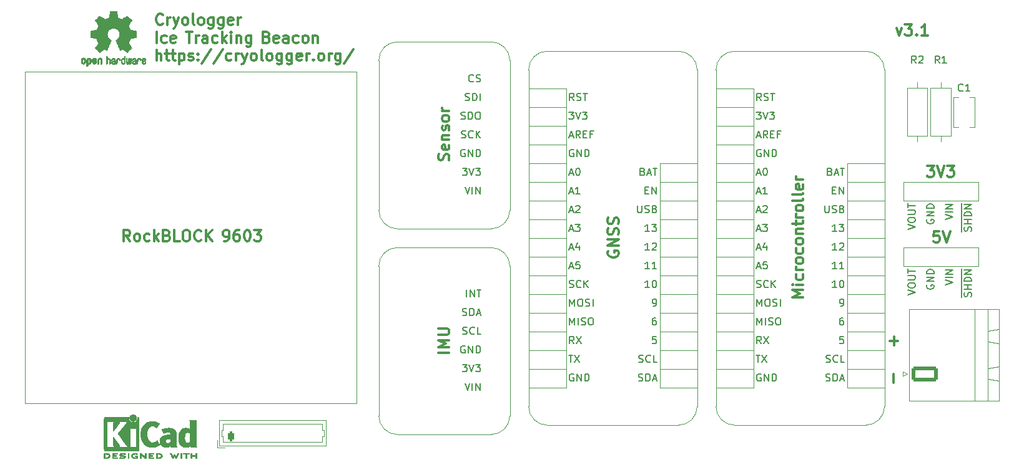
<source format=gto>
G04 #@! TF.GenerationSoftware,KiCad,Pcbnew,(7.0.0-0)*
G04 #@! TF.CreationDate,2023-03-05T11:15:20-05:00*
G04 #@! TF.ProjectId,Cryologger ITB,4372796f-6c6f-4676-9765-72204954422e,rev?*
G04 #@! TF.SameCoordinates,Original*
G04 #@! TF.FileFunction,Legend,Top*
G04 #@! TF.FilePolarity,Positive*
%FSLAX46Y46*%
G04 Gerber Fmt 4.6, Leading zero omitted, Abs format (unit mm)*
G04 Created by KiCad (PCBNEW (7.0.0-0)) date 2023-03-05 11:15:20*
%MOMM*%
%LPD*%
G01*
G04 APERTURE LIST*
G04 Aperture macros list*
%AMRoundRect*
0 Rectangle with rounded corners*
0 $1 Rounding radius*
0 $2 $3 $4 $5 $6 $7 $8 $9 X,Y pos of 4 corners*
0 Add a 4 corners polygon primitive as box body*
4,1,4,$2,$3,$4,$5,$6,$7,$8,$9,$2,$3,0*
0 Add four circle primitives for the rounded corners*
1,1,$1+$1,$2,$3*
1,1,$1+$1,$4,$5*
1,1,$1+$1,$6,$7*
1,1,$1+$1,$8,$9*
0 Add four rect primitives between the rounded corners*
20,1,$1+$1,$2,$3,$4,$5,0*
20,1,$1+$1,$4,$5,$6,$7,0*
20,1,$1+$1,$6,$7,$8,$9,0*
20,1,$1+$1,$8,$9,$2,$3,0*%
G04 Aperture macros list end*
%ADD10C,0.300000*%
%ADD11C,0.150000*%
%ADD12C,0.120000*%
%ADD13C,0.010000*%
%ADD14C,6.000000*%
%ADD15C,4.999990*%
%ADD16O,3.600000X2.080000*%
%ADD17RoundRect,0.249999X1.550001X-0.790001X1.550001X0.790001X-1.550001X0.790001X-1.550001X-0.790001X0*%
%ADD18C,1.524000*%
%ADD19C,1.778000*%
%ADD20C,3.810000*%
%ADD21C,1.600000*%
%ADD22O,1.600000X1.600000*%
%ADD23RoundRect,0.200000X-0.200000X-0.450000X0.200000X-0.450000X0.200000X0.450000X-0.200000X0.450000X0*%
%ADD24O,0.800000X1.300000*%
%ADD25C,2.540000*%
G04 APERTURE END LIST*
D10*
X141551071Y-107142857D02*
X140051071Y-107142857D01*
X141551071Y-106428571D02*
X140051071Y-106428571D01*
X140051071Y-106428571D02*
X141122500Y-105928571D01*
X141122500Y-105928571D02*
X140051071Y-105428571D01*
X140051071Y-105428571D02*
X141551071Y-105428571D01*
X140051071Y-104714285D02*
X141265357Y-104714285D01*
X141265357Y-104714285D02*
X141408214Y-104642856D01*
X141408214Y-104642856D02*
X141479642Y-104571428D01*
X141479642Y-104571428D02*
X141551071Y-104428570D01*
X141551071Y-104428570D02*
X141551071Y-104142856D01*
X141551071Y-104142856D02*
X141479642Y-103999999D01*
X141479642Y-103999999D02*
X141408214Y-103928570D01*
X141408214Y-103928570D02*
X141265357Y-103857142D01*
X141265357Y-103857142D02*
X140051071Y-103857142D01*
X206332857Y-81751071D02*
X207261429Y-81751071D01*
X207261429Y-81751071D02*
X206761429Y-82322500D01*
X206761429Y-82322500D02*
X206975714Y-82322500D01*
X206975714Y-82322500D02*
X207118572Y-82393928D01*
X207118572Y-82393928D02*
X207190000Y-82465357D01*
X207190000Y-82465357D02*
X207261429Y-82608214D01*
X207261429Y-82608214D02*
X207261429Y-82965357D01*
X207261429Y-82965357D02*
X207190000Y-83108214D01*
X207190000Y-83108214D02*
X207118572Y-83179642D01*
X207118572Y-83179642D02*
X206975714Y-83251071D01*
X206975714Y-83251071D02*
X206547143Y-83251071D01*
X206547143Y-83251071D02*
X206404286Y-83179642D01*
X206404286Y-83179642D02*
X206332857Y-83108214D01*
X207690000Y-81751071D02*
X208190000Y-83251071D01*
X208190000Y-83251071D02*
X208690000Y-81751071D01*
X209047142Y-81751071D02*
X209975714Y-81751071D01*
X209975714Y-81751071D02*
X209475714Y-82322500D01*
X209475714Y-82322500D02*
X209689999Y-82322500D01*
X209689999Y-82322500D02*
X209832857Y-82393928D01*
X209832857Y-82393928D02*
X209904285Y-82465357D01*
X209904285Y-82465357D02*
X209975714Y-82608214D01*
X209975714Y-82608214D02*
X209975714Y-82965357D01*
X209975714Y-82965357D02*
X209904285Y-83108214D01*
X209904285Y-83108214D02*
X209832857Y-83179642D01*
X209832857Y-83179642D02*
X209689999Y-83251071D01*
X209689999Y-83251071D02*
X209261428Y-83251071D01*
X209261428Y-83251071D02*
X209118571Y-83179642D01*
X209118571Y-83179642D02*
X209047142Y-83108214D01*
X207994286Y-90641071D02*
X207280000Y-90641071D01*
X207280000Y-90641071D02*
X207208572Y-91355357D01*
X207208572Y-91355357D02*
X207280000Y-91283928D01*
X207280000Y-91283928D02*
X207422858Y-91212500D01*
X207422858Y-91212500D02*
X207780000Y-91212500D01*
X207780000Y-91212500D02*
X207922858Y-91283928D01*
X207922858Y-91283928D02*
X207994286Y-91355357D01*
X207994286Y-91355357D02*
X208065715Y-91498214D01*
X208065715Y-91498214D02*
X208065715Y-91855357D01*
X208065715Y-91855357D02*
X207994286Y-91998214D01*
X207994286Y-91998214D02*
X207922858Y-92069642D01*
X207922858Y-92069642D02*
X207780000Y-92141071D01*
X207780000Y-92141071D02*
X207422858Y-92141071D01*
X207422858Y-92141071D02*
X207280000Y-92069642D01*
X207280000Y-92069642D02*
X207208572Y-91998214D01*
X208494286Y-90641071D02*
X208994286Y-92141071D01*
X208994286Y-92141071D02*
X209494286Y-90641071D01*
X201819642Y-111211428D02*
X201819642Y-110068571D01*
X201268571Y-105539642D02*
X202411429Y-105539642D01*
X201840000Y-106111071D02*
X201840000Y-104968214D01*
X189551071Y-99607142D02*
X188051071Y-99607142D01*
X188051071Y-99607142D02*
X189122500Y-99107142D01*
X189122500Y-99107142D02*
X188051071Y-98607142D01*
X188051071Y-98607142D02*
X189551071Y-98607142D01*
X189551071Y-97892856D02*
X188551071Y-97892856D01*
X188051071Y-97892856D02*
X188122500Y-97964284D01*
X188122500Y-97964284D02*
X188193928Y-97892856D01*
X188193928Y-97892856D02*
X188122500Y-97821427D01*
X188122500Y-97821427D02*
X188051071Y-97892856D01*
X188051071Y-97892856D02*
X188193928Y-97892856D01*
X189479642Y-96535713D02*
X189551071Y-96678570D01*
X189551071Y-96678570D02*
X189551071Y-96964284D01*
X189551071Y-96964284D02*
X189479642Y-97107141D01*
X189479642Y-97107141D02*
X189408214Y-97178570D01*
X189408214Y-97178570D02*
X189265357Y-97249998D01*
X189265357Y-97249998D02*
X188836785Y-97249998D01*
X188836785Y-97249998D02*
X188693928Y-97178570D01*
X188693928Y-97178570D02*
X188622500Y-97107141D01*
X188622500Y-97107141D02*
X188551071Y-96964284D01*
X188551071Y-96964284D02*
X188551071Y-96678570D01*
X188551071Y-96678570D02*
X188622500Y-96535713D01*
X189551071Y-95892856D02*
X188551071Y-95892856D01*
X188836785Y-95892856D02*
X188693928Y-95821427D01*
X188693928Y-95821427D02*
X188622500Y-95749999D01*
X188622500Y-95749999D02*
X188551071Y-95607141D01*
X188551071Y-95607141D02*
X188551071Y-95464284D01*
X189551071Y-94749999D02*
X189479642Y-94892856D01*
X189479642Y-94892856D02*
X189408214Y-94964285D01*
X189408214Y-94964285D02*
X189265357Y-95035713D01*
X189265357Y-95035713D02*
X188836785Y-95035713D01*
X188836785Y-95035713D02*
X188693928Y-94964285D01*
X188693928Y-94964285D02*
X188622500Y-94892856D01*
X188622500Y-94892856D02*
X188551071Y-94749999D01*
X188551071Y-94749999D02*
X188551071Y-94535713D01*
X188551071Y-94535713D02*
X188622500Y-94392856D01*
X188622500Y-94392856D02*
X188693928Y-94321428D01*
X188693928Y-94321428D02*
X188836785Y-94249999D01*
X188836785Y-94249999D02*
X189265357Y-94249999D01*
X189265357Y-94249999D02*
X189408214Y-94321428D01*
X189408214Y-94321428D02*
X189479642Y-94392856D01*
X189479642Y-94392856D02*
X189551071Y-94535713D01*
X189551071Y-94535713D02*
X189551071Y-94749999D01*
X189479642Y-92964285D02*
X189551071Y-93107142D01*
X189551071Y-93107142D02*
X189551071Y-93392856D01*
X189551071Y-93392856D02*
X189479642Y-93535713D01*
X189479642Y-93535713D02*
X189408214Y-93607142D01*
X189408214Y-93607142D02*
X189265357Y-93678570D01*
X189265357Y-93678570D02*
X188836785Y-93678570D01*
X188836785Y-93678570D02*
X188693928Y-93607142D01*
X188693928Y-93607142D02*
X188622500Y-93535713D01*
X188622500Y-93535713D02*
X188551071Y-93392856D01*
X188551071Y-93392856D02*
X188551071Y-93107142D01*
X188551071Y-93107142D02*
X188622500Y-92964285D01*
X189551071Y-92107142D02*
X189479642Y-92249999D01*
X189479642Y-92249999D02*
X189408214Y-92321428D01*
X189408214Y-92321428D02*
X189265357Y-92392856D01*
X189265357Y-92392856D02*
X188836785Y-92392856D01*
X188836785Y-92392856D02*
X188693928Y-92321428D01*
X188693928Y-92321428D02*
X188622500Y-92249999D01*
X188622500Y-92249999D02*
X188551071Y-92107142D01*
X188551071Y-92107142D02*
X188551071Y-91892856D01*
X188551071Y-91892856D02*
X188622500Y-91749999D01*
X188622500Y-91749999D02*
X188693928Y-91678571D01*
X188693928Y-91678571D02*
X188836785Y-91607142D01*
X188836785Y-91607142D02*
X189265357Y-91607142D01*
X189265357Y-91607142D02*
X189408214Y-91678571D01*
X189408214Y-91678571D02*
X189479642Y-91749999D01*
X189479642Y-91749999D02*
X189551071Y-91892856D01*
X189551071Y-91892856D02*
X189551071Y-92107142D01*
X188551071Y-90964285D02*
X189551071Y-90964285D01*
X188693928Y-90964285D02*
X188622500Y-90892856D01*
X188622500Y-90892856D02*
X188551071Y-90749999D01*
X188551071Y-90749999D02*
X188551071Y-90535713D01*
X188551071Y-90535713D02*
X188622500Y-90392856D01*
X188622500Y-90392856D02*
X188765357Y-90321428D01*
X188765357Y-90321428D02*
X189551071Y-90321428D01*
X188551071Y-89821427D02*
X188551071Y-89249999D01*
X188051071Y-89607142D02*
X189336785Y-89607142D01*
X189336785Y-89607142D02*
X189479642Y-89535713D01*
X189479642Y-89535713D02*
X189551071Y-89392856D01*
X189551071Y-89392856D02*
X189551071Y-89249999D01*
X189551071Y-88749999D02*
X188551071Y-88749999D01*
X188836785Y-88749999D02*
X188693928Y-88678570D01*
X188693928Y-88678570D02*
X188622500Y-88607142D01*
X188622500Y-88607142D02*
X188551071Y-88464284D01*
X188551071Y-88464284D02*
X188551071Y-88321427D01*
X189551071Y-87607142D02*
X189479642Y-87749999D01*
X189479642Y-87749999D02*
X189408214Y-87821428D01*
X189408214Y-87821428D02*
X189265357Y-87892856D01*
X189265357Y-87892856D02*
X188836785Y-87892856D01*
X188836785Y-87892856D02*
X188693928Y-87821428D01*
X188693928Y-87821428D02*
X188622500Y-87749999D01*
X188622500Y-87749999D02*
X188551071Y-87607142D01*
X188551071Y-87607142D02*
X188551071Y-87392856D01*
X188551071Y-87392856D02*
X188622500Y-87249999D01*
X188622500Y-87249999D02*
X188693928Y-87178571D01*
X188693928Y-87178571D02*
X188836785Y-87107142D01*
X188836785Y-87107142D02*
X189265357Y-87107142D01*
X189265357Y-87107142D02*
X189408214Y-87178571D01*
X189408214Y-87178571D02*
X189479642Y-87249999D01*
X189479642Y-87249999D02*
X189551071Y-87392856D01*
X189551071Y-87392856D02*
X189551071Y-87607142D01*
X189551071Y-86249999D02*
X189479642Y-86392856D01*
X189479642Y-86392856D02*
X189336785Y-86464285D01*
X189336785Y-86464285D02*
X188051071Y-86464285D01*
X189551071Y-85464285D02*
X189479642Y-85607142D01*
X189479642Y-85607142D02*
X189336785Y-85678571D01*
X189336785Y-85678571D02*
X188051071Y-85678571D01*
X189479642Y-84321428D02*
X189551071Y-84464285D01*
X189551071Y-84464285D02*
X189551071Y-84750000D01*
X189551071Y-84750000D02*
X189479642Y-84892857D01*
X189479642Y-84892857D02*
X189336785Y-84964285D01*
X189336785Y-84964285D02*
X188765357Y-84964285D01*
X188765357Y-84964285D02*
X188622500Y-84892857D01*
X188622500Y-84892857D02*
X188551071Y-84750000D01*
X188551071Y-84750000D02*
X188551071Y-84464285D01*
X188551071Y-84464285D02*
X188622500Y-84321428D01*
X188622500Y-84321428D02*
X188765357Y-84250000D01*
X188765357Y-84250000D02*
X188908214Y-84250000D01*
X188908214Y-84250000D02*
X189051071Y-84964285D01*
X189551071Y-83607143D02*
X188551071Y-83607143D01*
X188836785Y-83607143D02*
X188693928Y-83535714D01*
X188693928Y-83535714D02*
X188622500Y-83464286D01*
X188622500Y-83464286D02*
X188551071Y-83321428D01*
X188551071Y-83321428D02*
X188551071Y-83178571D01*
X141479642Y-80999999D02*
X141551071Y-80785714D01*
X141551071Y-80785714D02*
X141551071Y-80428571D01*
X141551071Y-80428571D02*
X141479642Y-80285714D01*
X141479642Y-80285714D02*
X141408214Y-80214285D01*
X141408214Y-80214285D02*
X141265357Y-80142856D01*
X141265357Y-80142856D02*
X141122500Y-80142856D01*
X141122500Y-80142856D02*
X140979642Y-80214285D01*
X140979642Y-80214285D02*
X140908214Y-80285714D01*
X140908214Y-80285714D02*
X140836785Y-80428571D01*
X140836785Y-80428571D02*
X140765357Y-80714285D01*
X140765357Y-80714285D02*
X140693928Y-80857142D01*
X140693928Y-80857142D02*
X140622500Y-80928571D01*
X140622500Y-80928571D02*
X140479642Y-80999999D01*
X140479642Y-80999999D02*
X140336785Y-80999999D01*
X140336785Y-80999999D02*
X140193928Y-80928571D01*
X140193928Y-80928571D02*
X140122500Y-80857142D01*
X140122500Y-80857142D02*
X140051071Y-80714285D01*
X140051071Y-80714285D02*
X140051071Y-80357142D01*
X140051071Y-80357142D02*
X140122500Y-80142856D01*
X141479642Y-78928571D02*
X141551071Y-79071428D01*
X141551071Y-79071428D02*
X141551071Y-79357143D01*
X141551071Y-79357143D02*
X141479642Y-79500000D01*
X141479642Y-79500000D02*
X141336785Y-79571428D01*
X141336785Y-79571428D02*
X140765357Y-79571428D01*
X140765357Y-79571428D02*
X140622500Y-79500000D01*
X140622500Y-79500000D02*
X140551071Y-79357143D01*
X140551071Y-79357143D02*
X140551071Y-79071428D01*
X140551071Y-79071428D02*
X140622500Y-78928571D01*
X140622500Y-78928571D02*
X140765357Y-78857143D01*
X140765357Y-78857143D02*
X140908214Y-78857143D01*
X140908214Y-78857143D02*
X141051071Y-79571428D01*
X140551071Y-78214286D02*
X141551071Y-78214286D01*
X140693928Y-78214286D02*
X140622500Y-78142857D01*
X140622500Y-78142857D02*
X140551071Y-78000000D01*
X140551071Y-78000000D02*
X140551071Y-77785714D01*
X140551071Y-77785714D02*
X140622500Y-77642857D01*
X140622500Y-77642857D02*
X140765357Y-77571429D01*
X140765357Y-77571429D02*
X141551071Y-77571429D01*
X141479642Y-76928571D02*
X141551071Y-76785714D01*
X141551071Y-76785714D02*
X141551071Y-76500000D01*
X141551071Y-76500000D02*
X141479642Y-76357143D01*
X141479642Y-76357143D02*
X141336785Y-76285714D01*
X141336785Y-76285714D02*
X141265357Y-76285714D01*
X141265357Y-76285714D02*
X141122500Y-76357143D01*
X141122500Y-76357143D02*
X141051071Y-76500000D01*
X141051071Y-76500000D02*
X141051071Y-76714286D01*
X141051071Y-76714286D02*
X140979642Y-76857143D01*
X140979642Y-76857143D02*
X140836785Y-76928571D01*
X140836785Y-76928571D02*
X140765357Y-76928571D01*
X140765357Y-76928571D02*
X140622500Y-76857143D01*
X140622500Y-76857143D02*
X140551071Y-76714286D01*
X140551071Y-76714286D02*
X140551071Y-76500000D01*
X140551071Y-76500000D02*
X140622500Y-76357143D01*
X141551071Y-75428571D02*
X141479642Y-75571428D01*
X141479642Y-75571428D02*
X141408214Y-75642857D01*
X141408214Y-75642857D02*
X141265357Y-75714285D01*
X141265357Y-75714285D02*
X140836785Y-75714285D01*
X140836785Y-75714285D02*
X140693928Y-75642857D01*
X140693928Y-75642857D02*
X140622500Y-75571428D01*
X140622500Y-75571428D02*
X140551071Y-75428571D01*
X140551071Y-75428571D02*
X140551071Y-75214285D01*
X140551071Y-75214285D02*
X140622500Y-75071428D01*
X140622500Y-75071428D02*
X140693928Y-75000000D01*
X140693928Y-75000000D02*
X140836785Y-74928571D01*
X140836785Y-74928571D02*
X141265357Y-74928571D01*
X141265357Y-74928571D02*
X141408214Y-75000000D01*
X141408214Y-75000000D02*
X141479642Y-75071428D01*
X141479642Y-75071428D02*
X141551071Y-75214285D01*
X141551071Y-75214285D02*
X141551071Y-75428571D01*
X141551071Y-74285714D02*
X140551071Y-74285714D01*
X140836785Y-74285714D02*
X140693928Y-74214285D01*
X140693928Y-74214285D02*
X140622500Y-74142857D01*
X140622500Y-74142857D02*
X140551071Y-73999999D01*
X140551071Y-73999999D02*
X140551071Y-73857142D01*
X202214285Y-63051071D02*
X202571428Y-64051071D01*
X202571428Y-64051071D02*
X202928571Y-63051071D01*
X203357142Y-62551071D02*
X204285714Y-62551071D01*
X204285714Y-62551071D02*
X203785714Y-63122500D01*
X203785714Y-63122500D02*
X203999999Y-63122500D01*
X203999999Y-63122500D02*
X204142857Y-63193928D01*
X204142857Y-63193928D02*
X204214285Y-63265357D01*
X204214285Y-63265357D02*
X204285714Y-63408214D01*
X204285714Y-63408214D02*
X204285714Y-63765357D01*
X204285714Y-63765357D02*
X204214285Y-63908214D01*
X204214285Y-63908214D02*
X204142857Y-63979642D01*
X204142857Y-63979642D02*
X203999999Y-64051071D01*
X203999999Y-64051071D02*
X203571428Y-64051071D01*
X203571428Y-64051071D02*
X203428571Y-63979642D01*
X203428571Y-63979642D02*
X203357142Y-63908214D01*
X204928570Y-63908214D02*
X204999999Y-63979642D01*
X204999999Y-63979642D02*
X204928570Y-64051071D01*
X204928570Y-64051071D02*
X204857142Y-63979642D01*
X204857142Y-63979642D02*
X204928570Y-63908214D01*
X204928570Y-63908214D02*
X204928570Y-64051071D01*
X206428571Y-64051071D02*
X205571428Y-64051071D01*
X205999999Y-64051071D02*
X205999999Y-62551071D01*
X205999999Y-62551071D02*
X205857142Y-62765357D01*
X205857142Y-62765357D02*
X205714285Y-62908214D01*
X205714285Y-62908214D02*
X205571428Y-62979642D01*
X98265714Y-91991071D02*
X97765714Y-91276785D01*
X97408571Y-91991071D02*
X97408571Y-90491071D01*
X97408571Y-90491071D02*
X97980000Y-90491071D01*
X97980000Y-90491071D02*
X98122857Y-90562500D01*
X98122857Y-90562500D02*
X98194286Y-90633928D01*
X98194286Y-90633928D02*
X98265714Y-90776785D01*
X98265714Y-90776785D02*
X98265714Y-90991071D01*
X98265714Y-90991071D02*
X98194286Y-91133928D01*
X98194286Y-91133928D02*
X98122857Y-91205357D01*
X98122857Y-91205357D02*
X97980000Y-91276785D01*
X97980000Y-91276785D02*
X97408571Y-91276785D01*
X99122857Y-91991071D02*
X98980000Y-91919642D01*
X98980000Y-91919642D02*
X98908571Y-91848214D01*
X98908571Y-91848214D02*
X98837143Y-91705357D01*
X98837143Y-91705357D02*
X98837143Y-91276785D01*
X98837143Y-91276785D02*
X98908571Y-91133928D01*
X98908571Y-91133928D02*
X98980000Y-91062500D01*
X98980000Y-91062500D02*
X99122857Y-90991071D01*
X99122857Y-90991071D02*
X99337143Y-90991071D01*
X99337143Y-90991071D02*
X99480000Y-91062500D01*
X99480000Y-91062500D02*
X99551429Y-91133928D01*
X99551429Y-91133928D02*
X99622857Y-91276785D01*
X99622857Y-91276785D02*
X99622857Y-91705357D01*
X99622857Y-91705357D02*
X99551429Y-91848214D01*
X99551429Y-91848214D02*
X99480000Y-91919642D01*
X99480000Y-91919642D02*
X99337143Y-91991071D01*
X99337143Y-91991071D02*
X99122857Y-91991071D01*
X100908572Y-91919642D02*
X100765714Y-91991071D01*
X100765714Y-91991071D02*
X100480000Y-91991071D01*
X100480000Y-91991071D02*
X100337143Y-91919642D01*
X100337143Y-91919642D02*
X100265714Y-91848214D01*
X100265714Y-91848214D02*
X100194286Y-91705357D01*
X100194286Y-91705357D02*
X100194286Y-91276785D01*
X100194286Y-91276785D02*
X100265714Y-91133928D01*
X100265714Y-91133928D02*
X100337143Y-91062500D01*
X100337143Y-91062500D02*
X100480000Y-90991071D01*
X100480000Y-90991071D02*
X100765714Y-90991071D01*
X100765714Y-90991071D02*
X100908572Y-91062500D01*
X101551428Y-91991071D02*
X101551428Y-90491071D01*
X101694286Y-91419642D02*
X102122857Y-91991071D01*
X102122857Y-90991071D02*
X101551428Y-91562500D01*
X103265714Y-91205357D02*
X103480000Y-91276785D01*
X103480000Y-91276785D02*
X103551429Y-91348214D01*
X103551429Y-91348214D02*
X103622857Y-91491071D01*
X103622857Y-91491071D02*
X103622857Y-91705357D01*
X103622857Y-91705357D02*
X103551429Y-91848214D01*
X103551429Y-91848214D02*
X103480000Y-91919642D01*
X103480000Y-91919642D02*
X103337143Y-91991071D01*
X103337143Y-91991071D02*
X102765714Y-91991071D01*
X102765714Y-91991071D02*
X102765714Y-90491071D01*
X102765714Y-90491071D02*
X103265714Y-90491071D01*
X103265714Y-90491071D02*
X103408572Y-90562500D01*
X103408572Y-90562500D02*
X103480000Y-90633928D01*
X103480000Y-90633928D02*
X103551429Y-90776785D01*
X103551429Y-90776785D02*
X103551429Y-90919642D01*
X103551429Y-90919642D02*
X103480000Y-91062500D01*
X103480000Y-91062500D02*
X103408572Y-91133928D01*
X103408572Y-91133928D02*
X103265714Y-91205357D01*
X103265714Y-91205357D02*
X102765714Y-91205357D01*
X104980000Y-91991071D02*
X104265714Y-91991071D01*
X104265714Y-91991071D02*
X104265714Y-90491071D01*
X105765715Y-90491071D02*
X106051429Y-90491071D01*
X106051429Y-90491071D02*
X106194286Y-90562500D01*
X106194286Y-90562500D02*
X106337143Y-90705357D01*
X106337143Y-90705357D02*
X106408572Y-90991071D01*
X106408572Y-90991071D02*
X106408572Y-91491071D01*
X106408572Y-91491071D02*
X106337143Y-91776785D01*
X106337143Y-91776785D02*
X106194286Y-91919642D01*
X106194286Y-91919642D02*
X106051429Y-91991071D01*
X106051429Y-91991071D02*
X105765715Y-91991071D01*
X105765715Y-91991071D02*
X105622858Y-91919642D01*
X105622858Y-91919642D02*
X105480000Y-91776785D01*
X105480000Y-91776785D02*
X105408572Y-91491071D01*
X105408572Y-91491071D02*
X105408572Y-90991071D01*
X105408572Y-90991071D02*
X105480000Y-90705357D01*
X105480000Y-90705357D02*
X105622858Y-90562500D01*
X105622858Y-90562500D02*
X105765715Y-90491071D01*
X107908572Y-91848214D02*
X107837144Y-91919642D01*
X107837144Y-91919642D02*
X107622858Y-91991071D01*
X107622858Y-91991071D02*
X107480001Y-91991071D01*
X107480001Y-91991071D02*
X107265715Y-91919642D01*
X107265715Y-91919642D02*
X107122858Y-91776785D01*
X107122858Y-91776785D02*
X107051429Y-91633928D01*
X107051429Y-91633928D02*
X106980001Y-91348214D01*
X106980001Y-91348214D02*
X106980001Y-91133928D01*
X106980001Y-91133928D02*
X107051429Y-90848214D01*
X107051429Y-90848214D02*
X107122858Y-90705357D01*
X107122858Y-90705357D02*
X107265715Y-90562500D01*
X107265715Y-90562500D02*
X107480001Y-90491071D01*
X107480001Y-90491071D02*
X107622858Y-90491071D01*
X107622858Y-90491071D02*
X107837144Y-90562500D01*
X107837144Y-90562500D02*
X107908572Y-90633928D01*
X108551429Y-91991071D02*
X108551429Y-90491071D01*
X109408572Y-91991071D02*
X108765715Y-91133928D01*
X109408572Y-90491071D02*
X108551429Y-91348214D01*
X111022858Y-91991071D02*
X111308572Y-91991071D01*
X111308572Y-91991071D02*
X111451429Y-91919642D01*
X111451429Y-91919642D02*
X111522858Y-91848214D01*
X111522858Y-91848214D02*
X111665715Y-91633928D01*
X111665715Y-91633928D02*
X111737144Y-91348214D01*
X111737144Y-91348214D02*
X111737144Y-90776785D01*
X111737144Y-90776785D02*
X111665715Y-90633928D01*
X111665715Y-90633928D02*
X111594287Y-90562500D01*
X111594287Y-90562500D02*
X111451429Y-90491071D01*
X111451429Y-90491071D02*
X111165715Y-90491071D01*
X111165715Y-90491071D02*
X111022858Y-90562500D01*
X111022858Y-90562500D02*
X110951429Y-90633928D01*
X110951429Y-90633928D02*
X110880001Y-90776785D01*
X110880001Y-90776785D02*
X110880001Y-91133928D01*
X110880001Y-91133928D02*
X110951429Y-91276785D01*
X110951429Y-91276785D02*
X111022858Y-91348214D01*
X111022858Y-91348214D02*
X111165715Y-91419642D01*
X111165715Y-91419642D02*
X111451429Y-91419642D01*
X111451429Y-91419642D02*
X111594287Y-91348214D01*
X111594287Y-91348214D02*
X111665715Y-91276785D01*
X111665715Y-91276785D02*
X111737144Y-91133928D01*
X113022858Y-90491071D02*
X112737143Y-90491071D01*
X112737143Y-90491071D02*
X112594286Y-90562500D01*
X112594286Y-90562500D02*
X112522858Y-90633928D01*
X112522858Y-90633928D02*
X112380000Y-90848214D01*
X112380000Y-90848214D02*
X112308572Y-91133928D01*
X112308572Y-91133928D02*
X112308572Y-91705357D01*
X112308572Y-91705357D02*
X112380000Y-91848214D01*
X112380000Y-91848214D02*
X112451429Y-91919642D01*
X112451429Y-91919642D02*
X112594286Y-91991071D01*
X112594286Y-91991071D02*
X112880000Y-91991071D01*
X112880000Y-91991071D02*
X113022858Y-91919642D01*
X113022858Y-91919642D02*
X113094286Y-91848214D01*
X113094286Y-91848214D02*
X113165715Y-91705357D01*
X113165715Y-91705357D02*
X113165715Y-91348214D01*
X113165715Y-91348214D02*
X113094286Y-91205357D01*
X113094286Y-91205357D02*
X113022858Y-91133928D01*
X113022858Y-91133928D02*
X112880000Y-91062500D01*
X112880000Y-91062500D02*
X112594286Y-91062500D01*
X112594286Y-91062500D02*
X112451429Y-91133928D01*
X112451429Y-91133928D02*
X112380000Y-91205357D01*
X112380000Y-91205357D02*
X112308572Y-91348214D01*
X114094286Y-90491071D02*
X114237143Y-90491071D01*
X114237143Y-90491071D02*
X114380000Y-90562500D01*
X114380000Y-90562500D02*
X114451429Y-90633928D01*
X114451429Y-90633928D02*
X114522857Y-90776785D01*
X114522857Y-90776785D02*
X114594286Y-91062500D01*
X114594286Y-91062500D02*
X114594286Y-91419642D01*
X114594286Y-91419642D02*
X114522857Y-91705357D01*
X114522857Y-91705357D02*
X114451429Y-91848214D01*
X114451429Y-91848214D02*
X114380000Y-91919642D01*
X114380000Y-91919642D02*
X114237143Y-91991071D01*
X114237143Y-91991071D02*
X114094286Y-91991071D01*
X114094286Y-91991071D02*
X113951429Y-91919642D01*
X113951429Y-91919642D02*
X113880000Y-91848214D01*
X113880000Y-91848214D02*
X113808571Y-91705357D01*
X113808571Y-91705357D02*
X113737143Y-91419642D01*
X113737143Y-91419642D02*
X113737143Y-91062500D01*
X113737143Y-91062500D02*
X113808571Y-90776785D01*
X113808571Y-90776785D02*
X113880000Y-90633928D01*
X113880000Y-90633928D02*
X113951429Y-90562500D01*
X113951429Y-90562500D02*
X114094286Y-90491071D01*
X115094285Y-90491071D02*
X116022857Y-90491071D01*
X116022857Y-90491071D02*
X115522857Y-91062500D01*
X115522857Y-91062500D02*
X115737142Y-91062500D01*
X115737142Y-91062500D02*
X115880000Y-91133928D01*
X115880000Y-91133928D02*
X115951428Y-91205357D01*
X115951428Y-91205357D02*
X116022857Y-91348214D01*
X116022857Y-91348214D02*
X116022857Y-91705357D01*
X116022857Y-91705357D02*
X115951428Y-91848214D01*
X115951428Y-91848214D02*
X115880000Y-91919642D01*
X115880000Y-91919642D02*
X115737142Y-91991071D01*
X115737142Y-91991071D02*
X115308571Y-91991071D01*
X115308571Y-91991071D02*
X115165714Y-91919642D01*
X115165714Y-91919642D02*
X115094285Y-91848214D01*
X102714285Y-62478214D02*
X102642857Y-62549642D01*
X102642857Y-62549642D02*
X102428571Y-62621071D01*
X102428571Y-62621071D02*
X102285714Y-62621071D01*
X102285714Y-62621071D02*
X102071428Y-62549642D01*
X102071428Y-62549642D02*
X101928571Y-62406785D01*
X101928571Y-62406785D02*
X101857142Y-62263928D01*
X101857142Y-62263928D02*
X101785714Y-61978214D01*
X101785714Y-61978214D02*
X101785714Y-61763928D01*
X101785714Y-61763928D02*
X101857142Y-61478214D01*
X101857142Y-61478214D02*
X101928571Y-61335357D01*
X101928571Y-61335357D02*
X102071428Y-61192500D01*
X102071428Y-61192500D02*
X102285714Y-61121071D01*
X102285714Y-61121071D02*
X102428571Y-61121071D01*
X102428571Y-61121071D02*
X102642857Y-61192500D01*
X102642857Y-61192500D02*
X102714285Y-61263928D01*
X103357142Y-62621071D02*
X103357142Y-61621071D01*
X103357142Y-61906785D02*
X103428571Y-61763928D01*
X103428571Y-61763928D02*
X103500000Y-61692500D01*
X103500000Y-61692500D02*
X103642857Y-61621071D01*
X103642857Y-61621071D02*
X103785714Y-61621071D01*
X104142856Y-61621071D02*
X104499999Y-62621071D01*
X104857142Y-61621071D02*
X104499999Y-62621071D01*
X104499999Y-62621071D02*
X104357142Y-62978214D01*
X104357142Y-62978214D02*
X104285713Y-63049642D01*
X104285713Y-63049642D02*
X104142856Y-63121071D01*
X105642856Y-62621071D02*
X105499999Y-62549642D01*
X105499999Y-62549642D02*
X105428570Y-62478214D01*
X105428570Y-62478214D02*
X105357142Y-62335357D01*
X105357142Y-62335357D02*
X105357142Y-61906785D01*
X105357142Y-61906785D02*
X105428570Y-61763928D01*
X105428570Y-61763928D02*
X105499999Y-61692500D01*
X105499999Y-61692500D02*
X105642856Y-61621071D01*
X105642856Y-61621071D02*
X105857142Y-61621071D01*
X105857142Y-61621071D02*
X105999999Y-61692500D01*
X105999999Y-61692500D02*
X106071428Y-61763928D01*
X106071428Y-61763928D02*
X106142856Y-61906785D01*
X106142856Y-61906785D02*
X106142856Y-62335357D01*
X106142856Y-62335357D02*
X106071428Y-62478214D01*
X106071428Y-62478214D02*
X105999999Y-62549642D01*
X105999999Y-62549642D02*
X105857142Y-62621071D01*
X105857142Y-62621071D02*
X105642856Y-62621071D01*
X106999999Y-62621071D02*
X106857142Y-62549642D01*
X106857142Y-62549642D02*
X106785713Y-62406785D01*
X106785713Y-62406785D02*
X106785713Y-61121071D01*
X107785713Y-62621071D02*
X107642856Y-62549642D01*
X107642856Y-62549642D02*
X107571427Y-62478214D01*
X107571427Y-62478214D02*
X107499999Y-62335357D01*
X107499999Y-62335357D02*
X107499999Y-61906785D01*
X107499999Y-61906785D02*
X107571427Y-61763928D01*
X107571427Y-61763928D02*
X107642856Y-61692500D01*
X107642856Y-61692500D02*
X107785713Y-61621071D01*
X107785713Y-61621071D02*
X107999999Y-61621071D01*
X107999999Y-61621071D02*
X108142856Y-61692500D01*
X108142856Y-61692500D02*
X108214285Y-61763928D01*
X108214285Y-61763928D02*
X108285713Y-61906785D01*
X108285713Y-61906785D02*
X108285713Y-62335357D01*
X108285713Y-62335357D02*
X108214285Y-62478214D01*
X108214285Y-62478214D02*
X108142856Y-62549642D01*
X108142856Y-62549642D02*
X107999999Y-62621071D01*
X107999999Y-62621071D02*
X107785713Y-62621071D01*
X109571428Y-61621071D02*
X109571428Y-62835357D01*
X109571428Y-62835357D02*
X109499999Y-62978214D01*
X109499999Y-62978214D02*
X109428570Y-63049642D01*
X109428570Y-63049642D02*
X109285713Y-63121071D01*
X109285713Y-63121071D02*
X109071428Y-63121071D01*
X109071428Y-63121071D02*
X108928570Y-63049642D01*
X109571428Y-62549642D02*
X109428570Y-62621071D01*
X109428570Y-62621071D02*
X109142856Y-62621071D01*
X109142856Y-62621071D02*
X108999999Y-62549642D01*
X108999999Y-62549642D02*
X108928570Y-62478214D01*
X108928570Y-62478214D02*
X108857142Y-62335357D01*
X108857142Y-62335357D02*
X108857142Y-61906785D01*
X108857142Y-61906785D02*
X108928570Y-61763928D01*
X108928570Y-61763928D02*
X108999999Y-61692500D01*
X108999999Y-61692500D02*
X109142856Y-61621071D01*
X109142856Y-61621071D02*
X109428570Y-61621071D01*
X109428570Y-61621071D02*
X109571428Y-61692500D01*
X110928571Y-61621071D02*
X110928571Y-62835357D01*
X110928571Y-62835357D02*
X110857142Y-62978214D01*
X110857142Y-62978214D02*
X110785713Y-63049642D01*
X110785713Y-63049642D02*
X110642856Y-63121071D01*
X110642856Y-63121071D02*
X110428571Y-63121071D01*
X110428571Y-63121071D02*
X110285713Y-63049642D01*
X110928571Y-62549642D02*
X110785713Y-62621071D01*
X110785713Y-62621071D02*
X110499999Y-62621071D01*
X110499999Y-62621071D02*
X110357142Y-62549642D01*
X110357142Y-62549642D02*
X110285713Y-62478214D01*
X110285713Y-62478214D02*
X110214285Y-62335357D01*
X110214285Y-62335357D02*
X110214285Y-61906785D01*
X110214285Y-61906785D02*
X110285713Y-61763928D01*
X110285713Y-61763928D02*
X110357142Y-61692500D01*
X110357142Y-61692500D02*
X110499999Y-61621071D01*
X110499999Y-61621071D02*
X110785713Y-61621071D01*
X110785713Y-61621071D02*
X110928571Y-61692500D01*
X112214285Y-62549642D02*
X112071428Y-62621071D01*
X112071428Y-62621071D02*
X111785714Y-62621071D01*
X111785714Y-62621071D02*
X111642856Y-62549642D01*
X111642856Y-62549642D02*
X111571428Y-62406785D01*
X111571428Y-62406785D02*
X111571428Y-61835357D01*
X111571428Y-61835357D02*
X111642856Y-61692500D01*
X111642856Y-61692500D02*
X111785714Y-61621071D01*
X111785714Y-61621071D02*
X112071428Y-61621071D01*
X112071428Y-61621071D02*
X112214285Y-61692500D01*
X112214285Y-61692500D02*
X112285714Y-61835357D01*
X112285714Y-61835357D02*
X112285714Y-61978214D01*
X112285714Y-61978214D02*
X111571428Y-62121071D01*
X112928570Y-62621071D02*
X112928570Y-61621071D01*
X112928570Y-61906785D02*
X112999999Y-61763928D01*
X112999999Y-61763928D02*
X113071428Y-61692500D01*
X113071428Y-61692500D02*
X113214285Y-61621071D01*
X113214285Y-61621071D02*
X113357142Y-61621071D01*
X101857142Y-65051071D02*
X101857142Y-63551071D01*
X103214286Y-64979642D02*
X103071428Y-65051071D01*
X103071428Y-65051071D02*
X102785714Y-65051071D01*
X102785714Y-65051071D02*
X102642857Y-64979642D01*
X102642857Y-64979642D02*
X102571428Y-64908214D01*
X102571428Y-64908214D02*
X102500000Y-64765357D01*
X102500000Y-64765357D02*
X102500000Y-64336785D01*
X102500000Y-64336785D02*
X102571428Y-64193928D01*
X102571428Y-64193928D02*
X102642857Y-64122500D01*
X102642857Y-64122500D02*
X102785714Y-64051071D01*
X102785714Y-64051071D02*
X103071428Y-64051071D01*
X103071428Y-64051071D02*
X103214286Y-64122500D01*
X104428571Y-64979642D02*
X104285714Y-65051071D01*
X104285714Y-65051071D02*
X104000000Y-65051071D01*
X104000000Y-65051071D02*
X103857142Y-64979642D01*
X103857142Y-64979642D02*
X103785714Y-64836785D01*
X103785714Y-64836785D02*
X103785714Y-64265357D01*
X103785714Y-64265357D02*
X103857142Y-64122500D01*
X103857142Y-64122500D02*
X104000000Y-64051071D01*
X104000000Y-64051071D02*
X104285714Y-64051071D01*
X104285714Y-64051071D02*
X104428571Y-64122500D01*
X104428571Y-64122500D02*
X104500000Y-64265357D01*
X104500000Y-64265357D02*
X104500000Y-64408214D01*
X104500000Y-64408214D02*
X103785714Y-64551071D01*
X105828571Y-63551071D02*
X106685714Y-63551071D01*
X106257142Y-65051071D02*
X106257142Y-63551071D01*
X107185713Y-65051071D02*
X107185713Y-64051071D01*
X107185713Y-64336785D02*
X107257142Y-64193928D01*
X107257142Y-64193928D02*
X107328571Y-64122500D01*
X107328571Y-64122500D02*
X107471428Y-64051071D01*
X107471428Y-64051071D02*
X107614285Y-64051071D01*
X108757142Y-65051071D02*
X108757142Y-64265357D01*
X108757142Y-64265357D02*
X108685713Y-64122500D01*
X108685713Y-64122500D02*
X108542856Y-64051071D01*
X108542856Y-64051071D02*
X108257142Y-64051071D01*
X108257142Y-64051071D02*
X108114284Y-64122500D01*
X108757142Y-64979642D02*
X108614284Y-65051071D01*
X108614284Y-65051071D02*
X108257142Y-65051071D01*
X108257142Y-65051071D02*
X108114284Y-64979642D01*
X108114284Y-64979642D02*
X108042856Y-64836785D01*
X108042856Y-64836785D02*
X108042856Y-64693928D01*
X108042856Y-64693928D02*
X108114284Y-64551071D01*
X108114284Y-64551071D02*
X108257142Y-64479642D01*
X108257142Y-64479642D02*
X108614284Y-64479642D01*
X108614284Y-64479642D02*
X108757142Y-64408214D01*
X110114285Y-64979642D02*
X109971427Y-65051071D01*
X109971427Y-65051071D02*
X109685713Y-65051071D01*
X109685713Y-65051071D02*
X109542856Y-64979642D01*
X109542856Y-64979642D02*
X109471427Y-64908214D01*
X109471427Y-64908214D02*
X109399999Y-64765357D01*
X109399999Y-64765357D02*
X109399999Y-64336785D01*
X109399999Y-64336785D02*
X109471427Y-64193928D01*
X109471427Y-64193928D02*
X109542856Y-64122500D01*
X109542856Y-64122500D02*
X109685713Y-64051071D01*
X109685713Y-64051071D02*
X109971427Y-64051071D01*
X109971427Y-64051071D02*
X110114285Y-64122500D01*
X110757141Y-65051071D02*
X110757141Y-63551071D01*
X110899999Y-64479642D02*
X111328570Y-65051071D01*
X111328570Y-64051071D02*
X110757141Y-64622500D01*
X111971427Y-65051071D02*
X111971427Y-64051071D01*
X111971427Y-63551071D02*
X111899999Y-63622500D01*
X111899999Y-63622500D02*
X111971427Y-63693928D01*
X111971427Y-63693928D02*
X112042856Y-63622500D01*
X112042856Y-63622500D02*
X111971427Y-63551071D01*
X111971427Y-63551071D02*
X111971427Y-63693928D01*
X112685713Y-64051071D02*
X112685713Y-65051071D01*
X112685713Y-64193928D02*
X112757142Y-64122500D01*
X112757142Y-64122500D02*
X112899999Y-64051071D01*
X112899999Y-64051071D02*
X113114285Y-64051071D01*
X113114285Y-64051071D02*
X113257142Y-64122500D01*
X113257142Y-64122500D02*
X113328571Y-64265357D01*
X113328571Y-64265357D02*
X113328571Y-65051071D01*
X114685714Y-64051071D02*
X114685714Y-65265357D01*
X114685714Y-65265357D02*
X114614285Y-65408214D01*
X114614285Y-65408214D02*
X114542856Y-65479642D01*
X114542856Y-65479642D02*
X114399999Y-65551071D01*
X114399999Y-65551071D02*
X114185714Y-65551071D01*
X114185714Y-65551071D02*
X114042856Y-65479642D01*
X114685714Y-64979642D02*
X114542856Y-65051071D01*
X114542856Y-65051071D02*
X114257142Y-65051071D01*
X114257142Y-65051071D02*
X114114285Y-64979642D01*
X114114285Y-64979642D02*
X114042856Y-64908214D01*
X114042856Y-64908214D02*
X113971428Y-64765357D01*
X113971428Y-64765357D02*
X113971428Y-64336785D01*
X113971428Y-64336785D02*
X114042856Y-64193928D01*
X114042856Y-64193928D02*
X114114285Y-64122500D01*
X114114285Y-64122500D02*
X114257142Y-64051071D01*
X114257142Y-64051071D02*
X114542856Y-64051071D01*
X114542856Y-64051071D02*
X114685714Y-64122500D01*
X116799999Y-64265357D02*
X117014285Y-64336785D01*
X117014285Y-64336785D02*
X117085714Y-64408214D01*
X117085714Y-64408214D02*
X117157142Y-64551071D01*
X117157142Y-64551071D02*
X117157142Y-64765357D01*
X117157142Y-64765357D02*
X117085714Y-64908214D01*
X117085714Y-64908214D02*
X117014285Y-64979642D01*
X117014285Y-64979642D02*
X116871428Y-65051071D01*
X116871428Y-65051071D02*
X116299999Y-65051071D01*
X116299999Y-65051071D02*
X116299999Y-63551071D01*
X116299999Y-63551071D02*
X116799999Y-63551071D01*
X116799999Y-63551071D02*
X116942857Y-63622500D01*
X116942857Y-63622500D02*
X117014285Y-63693928D01*
X117014285Y-63693928D02*
X117085714Y-63836785D01*
X117085714Y-63836785D02*
X117085714Y-63979642D01*
X117085714Y-63979642D02*
X117014285Y-64122500D01*
X117014285Y-64122500D02*
X116942857Y-64193928D01*
X116942857Y-64193928D02*
X116799999Y-64265357D01*
X116799999Y-64265357D02*
X116299999Y-64265357D01*
X118371428Y-64979642D02*
X118228571Y-65051071D01*
X118228571Y-65051071D02*
X117942857Y-65051071D01*
X117942857Y-65051071D02*
X117799999Y-64979642D01*
X117799999Y-64979642D02*
X117728571Y-64836785D01*
X117728571Y-64836785D02*
X117728571Y-64265357D01*
X117728571Y-64265357D02*
X117799999Y-64122500D01*
X117799999Y-64122500D02*
X117942857Y-64051071D01*
X117942857Y-64051071D02*
X118228571Y-64051071D01*
X118228571Y-64051071D02*
X118371428Y-64122500D01*
X118371428Y-64122500D02*
X118442857Y-64265357D01*
X118442857Y-64265357D02*
X118442857Y-64408214D01*
X118442857Y-64408214D02*
X117728571Y-64551071D01*
X119728571Y-65051071D02*
X119728571Y-64265357D01*
X119728571Y-64265357D02*
X119657142Y-64122500D01*
X119657142Y-64122500D02*
X119514285Y-64051071D01*
X119514285Y-64051071D02*
X119228571Y-64051071D01*
X119228571Y-64051071D02*
X119085713Y-64122500D01*
X119728571Y-64979642D02*
X119585713Y-65051071D01*
X119585713Y-65051071D02*
X119228571Y-65051071D01*
X119228571Y-65051071D02*
X119085713Y-64979642D01*
X119085713Y-64979642D02*
X119014285Y-64836785D01*
X119014285Y-64836785D02*
X119014285Y-64693928D01*
X119014285Y-64693928D02*
X119085713Y-64551071D01*
X119085713Y-64551071D02*
X119228571Y-64479642D01*
X119228571Y-64479642D02*
X119585713Y-64479642D01*
X119585713Y-64479642D02*
X119728571Y-64408214D01*
X121085714Y-64979642D02*
X120942856Y-65051071D01*
X120942856Y-65051071D02*
X120657142Y-65051071D01*
X120657142Y-65051071D02*
X120514285Y-64979642D01*
X120514285Y-64979642D02*
X120442856Y-64908214D01*
X120442856Y-64908214D02*
X120371428Y-64765357D01*
X120371428Y-64765357D02*
X120371428Y-64336785D01*
X120371428Y-64336785D02*
X120442856Y-64193928D01*
X120442856Y-64193928D02*
X120514285Y-64122500D01*
X120514285Y-64122500D02*
X120657142Y-64051071D01*
X120657142Y-64051071D02*
X120942856Y-64051071D01*
X120942856Y-64051071D02*
X121085714Y-64122500D01*
X121942856Y-65051071D02*
X121799999Y-64979642D01*
X121799999Y-64979642D02*
X121728570Y-64908214D01*
X121728570Y-64908214D02*
X121657142Y-64765357D01*
X121657142Y-64765357D02*
X121657142Y-64336785D01*
X121657142Y-64336785D02*
X121728570Y-64193928D01*
X121728570Y-64193928D02*
X121799999Y-64122500D01*
X121799999Y-64122500D02*
X121942856Y-64051071D01*
X121942856Y-64051071D02*
X122157142Y-64051071D01*
X122157142Y-64051071D02*
X122299999Y-64122500D01*
X122299999Y-64122500D02*
X122371428Y-64193928D01*
X122371428Y-64193928D02*
X122442856Y-64336785D01*
X122442856Y-64336785D02*
X122442856Y-64765357D01*
X122442856Y-64765357D02*
X122371428Y-64908214D01*
X122371428Y-64908214D02*
X122299999Y-64979642D01*
X122299999Y-64979642D02*
X122157142Y-65051071D01*
X122157142Y-65051071D02*
X121942856Y-65051071D01*
X123085713Y-64051071D02*
X123085713Y-65051071D01*
X123085713Y-64193928D02*
X123157142Y-64122500D01*
X123157142Y-64122500D02*
X123299999Y-64051071D01*
X123299999Y-64051071D02*
X123514285Y-64051071D01*
X123514285Y-64051071D02*
X123657142Y-64122500D01*
X123657142Y-64122500D02*
X123728571Y-64265357D01*
X123728571Y-64265357D02*
X123728571Y-65051071D01*
X101857142Y-67481071D02*
X101857142Y-65981071D01*
X102500000Y-67481071D02*
X102500000Y-66695357D01*
X102500000Y-66695357D02*
X102428571Y-66552500D01*
X102428571Y-66552500D02*
X102285714Y-66481071D01*
X102285714Y-66481071D02*
X102071428Y-66481071D01*
X102071428Y-66481071D02*
X101928571Y-66552500D01*
X101928571Y-66552500D02*
X101857142Y-66623928D01*
X103000000Y-66481071D02*
X103571428Y-66481071D01*
X103214285Y-65981071D02*
X103214285Y-67266785D01*
X103214285Y-67266785D02*
X103285714Y-67409642D01*
X103285714Y-67409642D02*
X103428571Y-67481071D01*
X103428571Y-67481071D02*
X103571428Y-67481071D01*
X103857143Y-66481071D02*
X104428571Y-66481071D01*
X104071428Y-65981071D02*
X104071428Y-67266785D01*
X104071428Y-67266785D02*
X104142857Y-67409642D01*
X104142857Y-67409642D02*
X104285714Y-67481071D01*
X104285714Y-67481071D02*
X104428571Y-67481071D01*
X104928571Y-66481071D02*
X104928571Y-67981071D01*
X104928571Y-66552500D02*
X105071429Y-66481071D01*
X105071429Y-66481071D02*
X105357143Y-66481071D01*
X105357143Y-66481071D02*
X105500000Y-66552500D01*
X105500000Y-66552500D02*
X105571429Y-66623928D01*
X105571429Y-66623928D02*
X105642857Y-66766785D01*
X105642857Y-66766785D02*
X105642857Y-67195357D01*
X105642857Y-67195357D02*
X105571429Y-67338214D01*
X105571429Y-67338214D02*
X105500000Y-67409642D01*
X105500000Y-67409642D02*
X105357143Y-67481071D01*
X105357143Y-67481071D02*
X105071429Y-67481071D01*
X105071429Y-67481071D02*
X104928571Y-67409642D01*
X106214286Y-67409642D02*
X106357143Y-67481071D01*
X106357143Y-67481071D02*
X106642857Y-67481071D01*
X106642857Y-67481071D02*
X106785714Y-67409642D01*
X106785714Y-67409642D02*
X106857143Y-67266785D01*
X106857143Y-67266785D02*
X106857143Y-67195357D01*
X106857143Y-67195357D02*
X106785714Y-67052500D01*
X106785714Y-67052500D02*
X106642857Y-66981071D01*
X106642857Y-66981071D02*
X106428572Y-66981071D01*
X106428572Y-66981071D02*
X106285714Y-66909642D01*
X106285714Y-66909642D02*
X106214286Y-66766785D01*
X106214286Y-66766785D02*
X106214286Y-66695357D01*
X106214286Y-66695357D02*
X106285714Y-66552500D01*
X106285714Y-66552500D02*
X106428572Y-66481071D01*
X106428572Y-66481071D02*
X106642857Y-66481071D01*
X106642857Y-66481071D02*
X106785714Y-66552500D01*
X107500000Y-67338214D02*
X107571429Y-67409642D01*
X107571429Y-67409642D02*
X107500000Y-67481071D01*
X107500000Y-67481071D02*
X107428572Y-67409642D01*
X107428572Y-67409642D02*
X107500000Y-67338214D01*
X107500000Y-67338214D02*
X107500000Y-67481071D01*
X107500000Y-66552500D02*
X107571429Y-66623928D01*
X107571429Y-66623928D02*
X107500000Y-66695357D01*
X107500000Y-66695357D02*
X107428572Y-66623928D01*
X107428572Y-66623928D02*
X107500000Y-66552500D01*
X107500000Y-66552500D02*
X107500000Y-66695357D01*
X109285715Y-65909642D02*
X108000001Y-67838214D01*
X110857144Y-65909642D02*
X109571430Y-67838214D01*
X112000002Y-67409642D02*
X111857144Y-67481071D01*
X111857144Y-67481071D02*
X111571430Y-67481071D01*
X111571430Y-67481071D02*
X111428573Y-67409642D01*
X111428573Y-67409642D02*
X111357144Y-67338214D01*
X111357144Y-67338214D02*
X111285716Y-67195357D01*
X111285716Y-67195357D02*
X111285716Y-66766785D01*
X111285716Y-66766785D02*
X111357144Y-66623928D01*
X111357144Y-66623928D02*
X111428573Y-66552500D01*
X111428573Y-66552500D02*
X111571430Y-66481071D01*
X111571430Y-66481071D02*
X111857144Y-66481071D01*
X111857144Y-66481071D02*
X112000002Y-66552500D01*
X112642858Y-67481071D02*
X112642858Y-66481071D01*
X112642858Y-66766785D02*
X112714287Y-66623928D01*
X112714287Y-66623928D02*
X112785716Y-66552500D01*
X112785716Y-66552500D02*
X112928573Y-66481071D01*
X112928573Y-66481071D02*
X113071430Y-66481071D01*
X113428572Y-66481071D02*
X113785715Y-67481071D01*
X114142858Y-66481071D02*
X113785715Y-67481071D01*
X113785715Y-67481071D02*
X113642858Y-67838214D01*
X113642858Y-67838214D02*
X113571429Y-67909642D01*
X113571429Y-67909642D02*
X113428572Y-67981071D01*
X114928572Y-67481071D02*
X114785715Y-67409642D01*
X114785715Y-67409642D02*
X114714286Y-67338214D01*
X114714286Y-67338214D02*
X114642858Y-67195357D01*
X114642858Y-67195357D02*
X114642858Y-66766785D01*
X114642858Y-66766785D02*
X114714286Y-66623928D01*
X114714286Y-66623928D02*
X114785715Y-66552500D01*
X114785715Y-66552500D02*
X114928572Y-66481071D01*
X114928572Y-66481071D02*
X115142858Y-66481071D01*
X115142858Y-66481071D02*
X115285715Y-66552500D01*
X115285715Y-66552500D02*
X115357144Y-66623928D01*
X115357144Y-66623928D02*
X115428572Y-66766785D01*
X115428572Y-66766785D02*
X115428572Y-67195357D01*
X115428572Y-67195357D02*
X115357144Y-67338214D01*
X115357144Y-67338214D02*
X115285715Y-67409642D01*
X115285715Y-67409642D02*
X115142858Y-67481071D01*
X115142858Y-67481071D02*
X114928572Y-67481071D01*
X116285715Y-67481071D02*
X116142858Y-67409642D01*
X116142858Y-67409642D02*
X116071429Y-67266785D01*
X116071429Y-67266785D02*
X116071429Y-65981071D01*
X117071429Y-67481071D02*
X116928572Y-67409642D01*
X116928572Y-67409642D02*
X116857143Y-67338214D01*
X116857143Y-67338214D02*
X116785715Y-67195357D01*
X116785715Y-67195357D02*
X116785715Y-66766785D01*
X116785715Y-66766785D02*
X116857143Y-66623928D01*
X116857143Y-66623928D02*
X116928572Y-66552500D01*
X116928572Y-66552500D02*
X117071429Y-66481071D01*
X117071429Y-66481071D02*
X117285715Y-66481071D01*
X117285715Y-66481071D02*
X117428572Y-66552500D01*
X117428572Y-66552500D02*
X117500001Y-66623928D01*
X117500001Y-66623928D02*
X117571429Y-66766785D01*
X117571429Y-66766785D02*
X117571429Y-67195357D01*
X117571429Y-67195357D02*
X117500001Y-67338214D01*
X117500001Y-67338214D02*
X117428572Y-67409642D01*
X117428572Y-67409642D02*
X117285715Y-67481071D01*
X117285715Y-67481071D02*
X117071429Y-67481071D01*
X118857144Y-66481071D02*
X118857144Y-67695357D01*
X118857144Y-67695357D02*
X118785715Y-67838214D01*
X118785715Y-67838214D02*
X118714286Y-67909642D01*
X118714286Y-67909642D02*
X118571429Y-67981071D01*
X118571429Y-67981071D02*
X118357144Y-67981071D01*
X118357144Y-67981071D02*
X118214286Y-67909642D01*
X118857144Y-67409642D02*
X118714286Y-67481071D01*
X118714286Y-67481071D02*
X118428572Y-67481071D01*
X118428572Y-67481071D02*
X118285715Y-67409642D01*
X118285715Y-67409642D02*
X118214286Y-67338214D01*
X118214286Y-67338214D02*
X118142858Y-67195357D01*
X118142858Y-67195357D02*
X118142858Y-66766785D01*
X118142858Y-66766785D02*
X118214286Y-66623928D01*
X118214286Y-66623928D02*
X118285715Y-66552500D01*
X118285715Y-66552500D02*
X118428572Y-66481071D01*
X118428572Y-66481071D02*
X118714286Y-66481071D01*
X118714286Y-66481071D02*
X118857144Y-66552500D01*
X120214287Y-66481071D02*
X120214287Y-67695357D01*
X120214287Y-67695357D02*
X120142858Y-67838214D01*
X120142858Y-67838214D02*
X120071429Y-67909642D01*
X120071429Y-67909642D02*
X119928572Y-67981071D01*
X119928572Y-67981071D02*
X119714287Y-67981071D01*
X119714287Y-67981071D02*
X119571429Y-67909642D01*
X120214287Y-67409642D02*
X120071429Y-67481071D01*
X120071429Y-67481071D02*
X119785715Y-67481071D01*
X119785715Y-67481071D02*
X119642858Y-67409642D01*
X119642858Y-67409642D02*
X119571429Y-67338214D01*
X119571429Y-67338214D02*
X119500001Y-67195357D01*
X119500001Y-67195357D02*
X119500001Y-66766785D01*
X119500001Y-66766785D02*
X119571429Y-66623928D01*
X119571429Y-66623928D02*
X119642858Y-66552500D01*
X119642858Y-66552500D02*
X119785715Y-66481071D01*
X119785715Y-66481071D02*
X120071429Y-66481071D01*
X120071429Y-66481071D02*
X120214287Y-66552500D01*
X121500001Y-67409642D02*
X121357144Y-67481071D01*
X121357144Y-67481071D02*
X121071430Y-67481071D01*
X121071430Y-67481071D02*
X120928572Y-67409642D01*
X120928572Y-67409642D02*
X120857144Y-67266785D01*
X120857144Y-67266785D02*
X120857144Y-66695357D01*
X120857144Y-66695357D02*
X120928572Y-66552500D01*
X120928572Y-66552500D02*
X121071430Y-66481071D01*
X121071430Y-66481071D02*
X121357144Y-66481071D01*
X121357144Y-66481071D02*
X121500001Y-66552500D01*
X121500001Y-66552500D02*
X121571430Y-66695357D01*
X121571430Y-66695357D02*
X121571430Y-66838214D01*
X121571430Y-66838214D02*
X120857144Y-66981071D01*
X122214286Y-67481071D02*
X122214286Y-66481071D01*
X122214286Y-66766785D02*
X122285715Y-66623928D01*
X122285715Y-66623928D02*
X122357144Y-66552500D01*
X122357144Y-66552500D02*
X122500001Y-66481071D01*
X122500001Y-66481071D02*
X122642858Y-66481071D01*
X123142857Y-67338214D02*
X123214286Y-67409642D01*
X123214286Y-67409642D02*
X123142857Y-67481071D01*
X123142857Y-67481071D02*
X123071429Y-67409642D01*
X123071429Y-67409642D02*
X123142857Y-67338214D01*
X123142857Y-67338214D02*
X123142857Y-67481071D01*
X124071429Y-67481071D02*
X123928572Y-67409642D01*
X123928572Y-67409642D02*
X123857143Y-67338214D01*
X123857143Y-67338214D02*
X123785715Y-67195357D01*
X123785715Y-67195357D02*
X123785715Y-66766785D01*
X123785715Y-66766785D02*
X123857143Y-66623928D01*
X123857143Y-66623928D02*
X123928572Y-66552500D01*
X123928572Y-66552500D02*
X124071429Y-66481071D01*
X124071429Y-66481071D02*
X124285715Y-66481071D01*
X124285715Y-66481071D02*
X124428572Y-66552500D01*
X124428572Y-66552500D02*
X124500001Y-66623928D01*
X124500001Y-66623928D02*
X124571429Y-66766785D01*
X124571429Y-66766785D02*
X124571429Y-67195357D01*
X124571429Y-67195357D02*
X124500001Y-67338214D01*
X124500001Y-67338214D02*
X124428572Y-67409642D01*
X124428572Y-67409642D02*
X124285715Y-67481071D01*
X124285715Y-67481071D02*
X124071429Y-67481071D01*
X125214286Y-67481071D02*
X125214286Y-66481071D01*
X125214286Y-66766785D02*
X125285715Y-66623928D01*
X125285715Y-66623928D02*
X125357144Y-66552500D01*
X125357144Y-66552500D02*
X125500001Y-66481071D01*
X125500001Y-66481071D02*
X125642858Y-66481071D01*
X126785715Y-66481071D02*
X126785715Y-67695357D01*
X126785715Y-67695357D02*
X126714286Y-67838214D01*
X126714286Y-67838214D02*
X126642857Y-67909642D01*
X126642857Y-67909642D02*
X126500000Y-67981071D01*
X126500000Y-67981071D02*
X126285715Y-67981071D01*
X126285715Y-67981071D02*
X126142857Y-67909642D01*
X126785715Y-67409642D02*
X126642857Y-67481071D01*
X126642857Y-67481071D02*
X126357143Y-67481071D01*
X126357143Y-67481071D02*
X126214286Y-67409642D01*
X126214286Y-67409642D02*
X126142857Y-67338214D01*
X126142857Y-67338214D02*
X126071429Y-67195357D01*
X126071429Y-67195357D02*
X126071429Y-66766785D01*
X126071429Y-66766785D02*
X126142857Y-66623928D01*
X126142857Y-66623928D02*
X126214286Y-66552500D01*
X126214286Y-66552500D02*
X126357143Y-66481071D01*
X126357143Y-66481071D02*
X126642857Y-66481071D01*
X126642857Y-66481071D02*
X126785715Y-66552500D01*
X128571429Y-65909642D02*
X127285715Y-67838214D01*
X163122500Y-93321427D02*
X163051071Y-93464285D01*
X163051071Y-93464285D02*
X163051071Y-93678570D01*
X163051071Y-93678570D02*
X163122500Y-93892856D01*
X163122500Y-93892856D02*
X163265357Y-94035713D01*
X163265357Y-94035713D02*
X163408214Y-94107142D01*
X163408214Y-94107142D02*
X163693928Y-94178570D01*
X163693928Y-94178570D02*
X163908214Y-94178570D01*
X163908214Y-94178570D02*
X164193928Y-94107142D01*
X164193928Y-94107142D02*
X164336785Y-94035713D01*
X164336785Y-94035713D02*
X164479642Y-93892856D01*
X164479642Y-93892856D02*
X164551071Y-93678570D01*
X164551071Y-93678570D02*
X164551071Y-93535713D01*
X164551071Y-93535713D02*
X164479642Y-93321427D01*
X164479642Y-93321427D02*
X164408214Y-93249999D01*
X164408214Y-93249999D02*
X163908214Y-93249999D01*
X163908214Y-93249999D02*
X163908214Y-93535713D01*
X164551071Y-92607142D02*
X163051071Y-92607142D01*
X163051071Y-92607142D02*
X164551071Y-91749999D01*
X164551071Y-91749999D02*
X163051071Y-91749999D01*
X164479642Y-91107141D02*
X164551071Y-90892856D01*
X164551071Y-90892856D02*
X164551071Y-90535713D01*
X164551071Y-90535713D02*
X164479642Y-90392856D01*
X164479642Y-90392856D02*
X164408214Y-90321427D01*
X164408214Y-90321427D02*
X164265357Y-90249998D01*
X164265357Y-90249998D02*
X164122500Y-90249998D01*
X164122500Y-90249998D02*
X163979642Y-90321427D01*
X163979642Y-90321427D02*
X163908214Y-90392856D01*
X163908214Y-90392856D02*
X163836785Y-90535713D01*
X163836785Y-90535713D02*
X163765357Y-90821427D01*
X163765357Y-90821427D02*
X163693928Y-90964284D01*
X163693928Y-90964284D02*
X163622500Y-91035713D01*
X163622500Y-91035713D02*
X163479642Y-91107141D01*
X163479642Y-91107141D02*
X163336785Y-91107141D01*
X163336785Y-91107141D02*
X163193928Y-91035713D01*
X163193928Y-91035713D02*
X163122500Y-90964284D01*
X163122500Y-90964284D02*
X163051071Y-90821427D01*
X163051071Y-90821427D02*
X163051071Y-90464284D01*
X163051071Y-90464284D02*
X163122500Y-90249998D01*
X164479642Y-89678570D02*
X164551071Y-89464285D01*
X164551071Y-89464285D02*
X164551071Y-89107142D01*
X164551071Y-89107142D02*
X164479642Y-88964285D01*
X164479642Y-88964285D02*
X164408214Y-88892856D01*
X164408214Y-88892856D02*
X164265357Y-88821427D01*
X164265357Y-88821427D02*
X164122500Y-88821427D01*
X164122500Y-88821427D02*
X163979642Y-88892856D01*
X163979642Y-88892856D02*
X163908214Y-88964285D01*
X163908214Y-88964285D02*
X163836785Y-89107142D01*
X163836785Y-89107142D02*
X163765357Y-89392856D01*
X163765357Y-89392856D02*
X163693928Y-89535713D01*
X163693928Y-89535713D02*
X163622500Y-89607142D01*
X163622500Y-89607142D02*
X163479642Y-89678570D01*
X163479642Y-89678570D02*
X163336785Y-89678570D01*
X163336785Y-89678570D02*
X163193928Y-89607142D01*
X163193928Y-89607142D02*
X163122500Y-89535713D01*
X163122500Y-89535713D02*
X163051071Y-89392856D01*
X163051071Y-89392856D02*
X163051071Y-89035713D01*
X163051071Y-89035713D02*
X163122500Y-88821427D01*
D11*
X206335000Y-89049714D02*
X206287380Y-89144952D01*
X206287380Y-89144952D02*
X206287380Y-89287809D01*
X206287380Y-89287809D02*
X206335000Y-89430666D01*
X206335000Y-89430666D02*
X206430238Y-89525904D01*
X206430238Y-89525904D02*
X206525476Y-89573523D01*
X206525476Y-89573523D02*
X206715952Y-89621142D01*
X206715952Y-89621142D02*
X206858809Y-89621142D01*
X206858809Y-89621142D02*
X207049285Y-89573523D01*
X207049285Y-89573523D02*
X207144523Y-89525904D01*
X207144523Y-89525904D02*
X207239761Y-89430666D01*
X207239761Y-89430666D02*
X207287380Y-89287809D01*
X207287380Y-89287809D02*
X207287380Y-89192571D01*
X207287380Y-89192571D02*
X207239761Y-89049714D01*
X207239761Y-89049714D02*
X207192142Y-89002095D01*
X207192142Y-89002095D02*
X206858809Y-89002095D01*
X206858809Y-89002095D02*
X206858809Y-89192571D01*
X207287380Y-88573523D02*
X206287380Y-88573523D01*
X206287380Y-88573523D02*
X207287380Y-88002095D01*
X207287380Y-88002095D02*
X206287380Y-88002095D01*
X207287380Y-87525904D02*
X206287380Y-87525904D01*
X206287380Y-87525904D02*
X206287380Y-87287809D01*
X206287380Y-87287809D02*
X206335000Y-87144952D01*
X206335000Y-87144952D02*
X206430238Y-87049714D01*
X206430238Y-87049714D02*
X206525476Y-87002095D01*
X206525476Y-87002095D02*
X206715952Y-86954476D01*
X206715952Y-86954476D02*
X206858809Y-86954476D01*
X206858809Y-86954476D02*
X207049285Y-87002095D01*
X207049285Y-87002095D02*
X207144523Y-87049714D01*
X207144523Y-87049714D02*
X207239761Y-87144952D01*
X207239761Y-87144952D02*
X207287380Y-87287809D01*
X207287380Y-87287809D02*
X207287380Y-87525904D01*
X203747380Y-90383047D02*
X204747380Y-90049714D01*
X204747380Y-90049714D02*
X203747380Y-89716381D01*
X203747380Y-89192571D02*
X203747380Y-89002095D01*
X203747380Y-89002095D02*
X203795000Y-88906857D01*
X203795000Y-88906857D02*
X203890238Y-88811619D01*
X203890238Y-88811619D02*
X204080714Y-88764000D01*
X204080714Y-88764000D02*
X204414047Y-88764000D01*
X204414047Y-88764000D02*
X204604523Y-88811619D01*
X204604523Y-88811619D02*
X204699761Y-88906857D01*
X204699761Y-88906857D02*
X204747380Y-89002095D01*
X204747380Y-89002095D02*
X204747380Y-89192571D01*
X204747380Y-89192571D02*
X204699761Y-89287809D01*
X204699761Y-89287809D02*
X204604523Y-89383047D01*
X204604523Y-89383047D02*
X204414047Y-89430666D01*
X204414047Y-89430666D02*
X204080714Y-89430666D01*
X204080714Y-89430666D02*
X203890238Y-89383047D01*
X203890238Y-89383047D02*
X203795000Y-89287809D01*
X203795000Y-89287809D02*
X203747380Y-89192571D01*
X203747380Y-88335428D02*
X204556904Y-88335428D01*
X204556904Y-88335428D02*
X204652142Y-88287809D01*
X204652142Y-88287809D02*
X204699761Y-88240190D01*
X204699761Y-88240190D02*
X204747380Y-88144952D01*
X204747380Y-88144952D02*
X204747380Y-87954476D01*
X204747380Y-87954476D02*
X204699761Y-87859238D01*
X204699761Y-87859238D02*
X204652142Y-87811619D01*
X204652142Y-87811619D02*
X204556904Y-87764000D01*
X204556904Y-87764000D02*
X203747380Y-87764000D01*
X203747380Y-87430666D02*
X203747380Y-86859238D01*
X204747380Y-87144952D02*
X203747380Y-87144952D01*
X212319761Y-90621142D02*
X212367380Y-90478285D01*
X212367380Y-90478285D02*
X212367380Y-90240190D01*
X212367380Y-90240190D02*
X212319761Y-90144952D01*
X212319761Y-90144952D02*
X212272142Y-90097333D01*
X212272142Y-90097333D02*
X212176904Y-90049714D01*
X212176904Y-90049714D02*
X212081666Y-90049714D01*
X212081666Y-90049714D02*
X211986428Y-90097333D01*
X211986428Y-90097333D02*
X211938809Y-90144952D01*
X211938809Y-90144952D02*
X211891190Y-90240190D01*
X211891190Y-90240190D02*
X211843571Y-90430666D01*
X211843571Y-90430666D02*
X211795952Y-90525904D01*
X211795952Y-90525904D02*
X211748333Y-90573523D01*
X211748333Y-90573523D02*
X211653095Y-90621142D01*
X211653095Y-90621142D02*
X211557857Y-90621142D01*
X211557857Y-90621142D02*
X211462619Y-90573523D01*
X211462619Y-90573523D02*
X211415000Y-90525904D01*
X211415000Y-90525904D02*
X211367380Y-90430666D01*
X211367380Y-90430666D02*
X211367380Y-90192571D01*
X211367380Y-90192571D02*
X211415000Y-90049714D01*
X212367380Y-89621142D02*
X211367380Y-89621142D01*
X211843571Y-89621142D02*
X211843571Y-89049714D01*
X212367380Y-89049714D02*
X211367380Y-89049714D01*
X212367380Y-88573523D02*
X211367380Y-88573523D01*
X211367380Y-88573523D02*
X211367380Y-88335428D01*
X211367380Y-88335428D02*
X211415000Y-88192571D01*
X211415000Y-88192571D02*
X211510238Y-88097333D01*
X211510238Y-88097333D02*
X211605476Y-88049714D01*
X211605476Y-88049714D02*
X211795952Y-88002095D01*
X211795952Y-88002095D02*
X211938809Y-88002095D01*
X211938809Y-88002095D02*
X212129285Y-88049714D01*
X212129285Y-88049714D02*
X212224523Y-88097333D01*
X212224523Y-88097333D02*
X212319761Y-88192571D01*
X212319761Y-88192571D02*
X212367380Y-88335428D01*
X212367380Y-88335428D02*
X212367380Y-88573523D01*
X212367380Y-87573523D02*
X211367380Y-87573523D01*
X211367380Y-87573523D02*
X212367380Y-87002095D01*
X212367380Y-87002095D02*
X211367380Y-87002095D01*
X211015000Y-90711619D02*
X211015000Y-86864000D01*
X208827380Y-89049713D02*
X209827380Y-88716380D01*
X209827380Y-88716380D02*
X208827380Y-88383047D01*
X209827380Y-88049713D02*
X208827380Y-88049713D01*
X209827380Y-87573523D02*
X208827380Y-87573523D01*
X208827380Y-87573523D02*
X209827380Y-87002095D01*
X209827380Y-87002095D02*
X208827380Y-87002095D01*
X143340952Y-108737380D02*
X143959999Y-108737380D01*
X143959999Y-108737380D02*
X143626666Y-109118333D01*
X143626666Y-109118333D02*
X143769523Y-109118333D01*
X143769523Y-109118333D02*
X143864761Y-109165952D01*
X143864761Y-109165952D02*
X143912380Y-109213571D01*
X143912380Y-109213571D02*
X143959999Y-109308809D01*
X143959999Y-109308809D02*
X143959999Y-109546904D01*
X143959999Y-109546904D02*
X143912380Y-109642142D01*
X143912380Y-109642142D02*
X143864761Y-109689761D01*
X143864761Y-109689761D02*
X143769523Y-109737380D01*
X143769523Y-109737380D02*
X143483809Y-109737380D01*
X143483809Y-109737380D02*
X143388571Y-109689761D01*
X143388571Y-109689761D02*
X143340952Y-109642142D01*
X144245714Y-108737380D02*
X144579047Y-109737380D01*
X144579047Y-109737380D02*
X144912380Y-108737380D01*
X145150476Y-108737380D02*
X145769523Y-108737380D01*
X145769523Y-108737380D02*
X145436190Y-109118333D01*
X145436190Y-109118333D02*
X145579047Y-109118333D01*
X145579047Y-109118333D02*
X145674285Y-109165952D01*
X145674285Y-109165952D02*
X145721904Y-109213571D01*
X145721904Y-109213571D02*
X145769523Y-109308809D01*
X145769523Y-109308809D02*
X145769523Y-109546904D01*
X145769523Y-109546904D02*
X145721904Y-109642142D01*
X145721904Y-109642142D02*
X145674285Y-109689761D01*
X145674285Y-109689761D02*
X145579047Y-109737380D01*
X145579047Y-109737380D02*
X145293333Y-109737380D01*
X145293333Y-109737380D02*
X145198095Y-109689761D01*
X145198095Y-109689761D02*
X145150476Y-109642142D01*
X143340952Y-102069761D02*
X143483809Y-102117380D01*
X143483809Y-102117380D02*
X143721904Y-102117380D01*
X143721904Y-102117380D02*
X143817142Y-102069761D01*
X143817142Y-102069761D02*
X143864761Y-102022142D01*
X143864761Y-102022142D02*
X143912380Y-101926904D01*
X143912380Y-101926904D02*
X143912380Y-101831666D01*
X143912380Y-101831666D02*
X143864761Y-101736428D01*
X143864761Y-101736428D02*
X143817142Y-101688809D01*
X143817142Y-101688809D02*
X143721904Y-101641190D01*
X143721904Y-101641190D02*
X143531428Y-101593571D01*
X143531428Y-101593571D02*
X143436190Y-101545952D01*
X143436190Y-101545952D02*
X143388571Y-101498333D01*
X143388571Y-101498333D02*
X143340952Y-101403095D01*
X143340952Y-101403095D02*
X143340952Y-101307857D01*
X143340952Y-101307857D02*
X143388571Y-101212619D01*
X143388571Y-101212619D02*
X143436190Y-101165000D01*
X143436190Y-101165000D02*
X143531428Y-101117380D01*
X143531428Y-101117380D02*
X143769523Y-101117380D01*
X143769523Y-101117380D02*
X143912380Y-101165000D01*
X144340952Y-102117380D02*
X144340952Y-101117380D01*
X144340952Y-101117380D02*
X144579047Y-101117380D01*
X144579047Y-101117380D02*
X144721904Y-101165000D01*
X144721904Y-101165000D02*
X144817142Y-101260238D01*
X144817142Y-101260238D02*
X144864761Y-101355476D01*
X144864761Y-101355476D02*
X144912380Y-101545952D01*
X144912380Y-101545952D02*
X144912380Y-101688809D01*
X144912380Y-101688809D02*
X144864761Y-101879285D01*
X144864761Y-101879285D02*
X144817142Y-101974523D01*
X144817142Y-101974523D02*
X144721904Y-102069761D01*
X144721904Y-102069761D02*
X144579047Y-102117380D01*
X144579047Y-102117380D02*
X144340952Y-102117380D01*
X145293333Y-101831666D02*
X145769523Y-101831666D01*
X145198095Y-102117380D02*
X145531428Y-101117380D01*
X145531428Y-101117380D02*
X145864761Y-102117380D01*
X143674286Y-111277380D02*
X144007619Y-112277380D01*
X144007619Y-112277380D02*
X144340952Y-111277380D01*
X144674286Y-112277380D02*
X144674286Y-111277380D01*
X145150476Y-112277380D02*
X145150476Y-111277380D01*
X145150476Y-111277380D02*
X145721904Y-112277380D01*
X145721904Y-112277380D02*
X145721904Y-111277380D01*
X143674285Y-106245000D02*
X143579047Y-106197380D01*
X143579047Y-106197380D02*
X143436190Y-106197380D01*
X143436190Y-106197380D02*
X143293333Y-106245000D01*
X143293333Y-106245000D02*
X143198095Y-106340238D01*
X143198095Y-106340238D02*
X143150476Y-106435476D01*
X143150476Y-106435476D02*
X143102857Y-106625952D01*
X143102857Y-106625952D02*
X143102857Y-106768809D01*
X143102857Y-106768809D02*
X143150476Y-106959285D01*
X143150476Y-106959285D02*
X143198095Y-107054523D01*
X143198095Y-107054523D02*
X143293333Y-107149761D01*
X143293333Y-107149761D02*
X143436190Y-107197380D01*
X143436190Y-107197380D02*
X143531428Y-107197380D01*
X143531428Y-107197380D02*
X143674285Y-107149761D01*
X143674285Y-107149761D02*
X143721904Y-107102142D01*
X143721904Y-107102142D02*
X143721904Y-106768809D01*
X143721904Y-106768809D02*
X143531428Y-106768809D01*
X144150476Y-107197380D02*
X144150476Y-106197380D01*
X144150476Y-106197380D02*
X144721904Y-107197380D01*
X144721904Y-107197380D02*
X144721904Y-106197380D01*
X145198095Y-107197380D02*
X145198095Y-106197380D01*
X145198095Y-106197380D02*
X145436190Y-106197380D01*
X145436190Y-106197380D02*
X145579047Y-106245000D01*
X145579047Y-106245000D02*
X145674285Y-106340238D01*
X145674285Y-106340238D02*
X145721904Y-106435476D01*
X145721904Y-106435476D02*
X145769523Y-106625952D01*
X145769523Y-106625952D02*
X145769523Y-106768809D01*
X145769523Y-106768809D02*
X145721904Y-106959285D01*
X145721904Y-106959285D02*
X145674285Y-107054523D01*
X145674285Y-107054523D02*
X145579047Y-107149761D01*
X145579047Y-107149761D02*
X145436190Y-107197380D01*
X145436190Y-107197380D02*
X145198095Y-107197380D01*
X143912381Y-99577380D02*
X143912381Y-98577380D01*
X144388571Y-99577380D02*
X144388571Y-98577380D01*
X144388571Y-98577380D02*
X144959999Y-99577380D01*
X144959999Y-99577380D02*
X144959999Y-98577380D01*
X145293333Y-98577380D02*
X145864761Y-98577380D01*
X145579047Y-99577380D02*
X145579047Y-98577380D01*
X143388571Y-104609761D02*
X143531428Y-104657380D01*
X143531428Y-104657380D02*
X143769523Y-104657380D01*
X143769523Y-104657380D02*
X143864761Y-104609761D01*
X143864761Y-104609761D02*
X143912380Y-104562142D01*
X143912380Y-104562142D02*
X143959999Y-104466904D01*
X143959999Y-104466904D02*
X143959999Y-104371666D01*
X143959999Y-104371666D02*
X143912380Y-104276428D01*
X143912380Y-104276428D02*
X143864761Y-104228809D01*
X143864761Y-104228809D02*
X143769523Y-104181190D01*
X143769523Y-104181190D02*
X143579047Y-104133571D01*
X143579047Y-104133571D02*
X143483809Y-104085952D01*
X143483809Y-104085952D02*
X143436190Y-104038333D01*
X143436190Y-104038333D02*
X143388571Y-103943095D01*
X143388571Y-103943095D02*
X143388571Y-103847857D01*
X143388571Y-103847857D02*
X143436190Y-103752619D01*
X143436190Y-103752619D02*
X143483809Y-103705000D01*
X143483809Y-103705000D02*
X143579047Y-103657380D01*
X143579047Y-103657380D02*
X143817142Y-103657380D01*
X143817142Y-103657380D02*
X143959999Y-103705000D01*
X144959999Y-104562142D02*
X144912380Y-104609761D01*
X144912380Y-104609761D02*
X144769523Y-104657380D01*
X144769523Y-104657380D02*
X144674285Y-104657380D01*
X144674285Y-104657380D02*
X144531428Y-104609761D01*
X144531428Y-104609761D02*
X144436190Y-104514523D01*
X144436190Y-104514523D02*
X144388571Y-104419285D01*
X144388571Y-104419285D02*
X144340952Y-104228809D01*
X144340952Y-104228809D02*
X144340952Y-104085952D01*
X144340952Y-104085952D02*
X144388571Y-103895476D01*
X144388571Y-103895476D02*
X144436190Y-103800238D01*
X144436190Y-103800238D02*
X144531428Y-103705000D01*
X144531428Y-103705000D02*
X144674285Y-103657380D01*
X144674285Y-103657380D02*
X144769523Y-103657380D01*
X144769523Y-103657380D02*
X144912380Y-103705000D01*
X144912380Y-103705000D02*
X144959999Y-103752619D01*
X145864761Y-104657380D02*
X145388571Y-104657380D01*
X145388571Y-104657380D02*
X145388571Y-103657380D01*
X208023333Y-67827380D02*
X207690000Y-67351190D01*
X207451905Y-67827380D02*
X207451905Y-66827380D01*
X207451905Y-66827380D02*
X207832857Y-66827380D01*
X207832857Y-66827380D02*
X207928095Y-66875000D01*
X207928095Y-66875000D02*
X207975714Y-66922619D01*
X207975714Y-66922619D02*
X208023333Y-67017857D01*
X208023333Y-67017857D02*
X208023333Y-67160714D01*
X208023333Y-67160714D02*
X207975714Y-67255952D01*
X207975714Y-67255952D02*
X207928095Y-67303571D01*
X207928095Y-67303571D02*
X207832857Y-67351190D01*
X207832857Y-67351190D02*
X207451905Y-67351190D01*
X208975714Y-67827380D02*
X208404286Y-67827380D01*
X208690000Y-67827380D02*
X208690000Y-66827380D01*
X208690000Y-66827380D02*
X208594762Y-66970238D01*
X208594762Y-66970238D02*
X208499524Y-67065476D01*
X208499524Y-67065476D02*
X208404286Y-67113095D01*
X206335000Y-97939714D02*
X206287380Y-98034952D01*
X206287380Y-98034952D02*
X206287380Y-98177809D01*
X206287380Y-98177809D02*
X206335000Y-98320666D01*
X206335000Y-98320666D02*
X206430238Y-98415904D01*
X206430238Y-98415904D02*
X206525476Y-98463523D01*
X206525476Y-98463523D02*
X206715952Y-98511142D01*
X206715952Y-98511142D02*
X206858809Y-98511142D01*
X206858809Y-98511142D02*
X207049285Y-98463523D01*
X207049285Y-98463523D02*
X207144523Y-98415904D01*
X207144523Y-98415904D02*
X207239761Y-98320666D01*
X207239761Y-98320666D02*
X207287380Y-98177809D01*
X207287380Y-98177809D02*
X207287380Y-98082571D01*
X207287380Y-98082571D02*
X207239761Y-97939714D01*
X207239761Y-97939714D02*
X207192142Y-97892095D01*
X207192142Y-97892095D02*
X206858809Y-97892095D01*
X206858809Y-97892095D02*
X206858809Y-98082571D01*
X207287380Y-97463523D02*
X206287380Y-97463523D01*
X206287380Y-97463523D02*
X207287380Y-96892095D01*
X207287380Y-96892095D02*
X206287380Y-96892095D01*
X207287380Y-96415904D02*
X206287380Y-96415904D01*
X206287380Y-96415904D02*
X206287380Y-96177809D01*
X206287380Y-96177809D02*
X206335000Y-96034952D01*
X206335000Y-96034952D02*
X206430238Y-95939714D01*
X206430238Y-95939714D02*
X206525476Y-95892095D01*
X206525476Y-95892095D02*
X206715952Y-95844476D01*
X206715952Y-95844476D02*
X206858809Y-95844476D01*
X206858809Y-95844476D02*
X207049285Y-95892095D01*
X207049285Y-95892095D02*
X207144523Y-95939714D01*
X207144523Y-95939714D02*
X207239761Y-96034952D01*
X207239761Y-96034952D02*
X207287380Y-96177809D01*
X207287380Y-96177809D02*
X207287380Y-96415904D01*
X208827380Y-97939713D02*
X209827380Y-97606380D01*
X209827380Y-97606380D02*
X208827380Y-97273047D01*
X209827380Y-96939713D02*
X208827380Y-96939713D01*
X209827380Y-96463523D02*
X208827380Y-96463523D01*
X208827380Y-96463523D02*
X209827380Y-95892095D01*
X209827380Y-95892095D02*
X208827380Y-95892095D01*
X203747380Y-99273047D02*
X204747380Y-98939714D01*
X204747380Y-98939714D02*
X203747380Y-98606381D01*
X203747380Y-98082571D02*
X203747380Y-97892095D01*
X203747380Y-97892095D02*
X203795000Y-97796857D01*
X203795000Y-97796857D02*
X203890238Y-97701619D01*
X203890238Y-97701619D02*
X204080714Y-97654000D01*
X204080714Y-97654000D02*
X204414047Y-97654000D01*
X204414047Y-97654000D02*
X204604523Y-97701619D01*
X204604523Y-97701619D02*
X204699761Y-97796857D01*
X204699761Y-97796857D02*
X204747380Y-97892095D01*
X204747380Y-97892095D02*
X204747380Y-98082571D01*
X204747380Y-98082571D02*
X204699761Y-98177809D01*
X204699761Y-98177809D02*
X204604523Y-98273047D01*
X204604523Y-98273047D02*
X204414047Y-98320666D01*
X204414047Y-98320666D02*
X204080714Y-98320666D01*
X204080714Y-98320666D02*
X203890238Y-98273047D01*
X203890238Y-98273047D02*
X203795000Y-98177809D01*
X203795000Y-98177809D02*
X203747380Y-98082571D01*
X203747380Y-97225428D02*
X204556904Y-97225428D01*
X204556904Y-97225428D02*
X204652142Y-97177809D01*
X204652142Y-97177809D02*
X204699761Y-97130190D01*
X204699761Y-97130190D02*
X204747380Y-97034952D01*
X204747380Y-97034952D02*
X204747380Y-96844476D01*
X204747380Y-96844476D02*
X204699761Y-96749238D01*
X204699761Y-96749238D02*
X204652142Y-96701619D01*
X204652142Y-96701619D02*
X204556904Y-96654000D01*
X204556904Y-96654000D02*
X203747380Y-96654000D01*
X203747380Y-96320666D02*
X203747380Y-95749238D01*
X204747380Y-96034952D02*
X203747380Y-96034952D01*
X212319761Y-99511142D02*
X212367380Y-99368285D01*
X212367380Y-99368285D02*
X212367380Y-99130190D01*
X212367380Y-99130190D02*
X212319761Y-99034952D01*
X212319761Y-99034952D02*
X212272142Y-98987333D01*
X212272142Y-98987333D02*
X212176904Y-98939714D01*
X212176904Y-98939714D02*
X212081666Y-98939714D01*
X212081666Y-98939714D02*
X211986428Y-98987333D01*
X211986428Y-98987333D02*
X211938809Y-99034952D01*
X211938809Y-99034952D02*
X211891190Y-99130190D01*
X211891190Y-99130190D02*
X211843571Y-99320666D01*
X211843571Y-99320666D02*
X211795952Y-99415904D01*
X211795952Y-99415904D02*
X211748333Y-99463523D01*
X211748333Y-99463523D02*
X211653095Y-99511142D01*
X211653095Y-99511142D02*
X211557857Y-99511142D01*
X211557857Y-99511142D02*
X211462619Y-99463523D01*
X211462619Y-99463523D02*
X211415000Y-99415904D01*
X211415000Y-99415904D02*
X211367380Y-99320666D01*
X211367380Y-99320666D02*
X211367380Y-99082571D01*
X211367380Y-99082571D02*
X211415000Y-98939714D01*
X212367380Y-98511142D02*
X211367380Y-98511142D01*
X211843571Y-98511142D02*
X211843571Y-97939714D01*
X212367380Y-97939714D02*
X211367380Y-97939714D01*
X212367380Y-97463523D02*
X211367380Y-97463523D01*
X211367380Y-97463523D02*
X211367380Y-97225428D01*
X211367380Y-97225428D02*
X211415000Y-97082571D01*
X211415000Y-97082571D02*
X211510238Y-96987333D01*
X211510238Y-96987333D02*
X211605476Y-96939714D01*
X211605476Y-96939714D02*
X211795952Y-96892095D01*
X211795952Y-96892095D02*
X211938809Y-96892095D01*
X211938809Y-96892095D02*
X212129285Y-96939714D01*
X212129285Y-96939714D02*
X212224523Y-96987333D01*
X212224523Y-96987333D02*
X212319761Y-97082571D01*
X212319761Y-97082571D02*
X212367380Y-97225428D01*
X212367380Y-97225428D02*
X212367380Y-97463523D01*
X212367380Y-96463523D02*
X211367380Y-96463523D01*
X211367380Y-96463523D02*
X212367380Y-95892095D01*
X212367380Y-95892095D02*
X211367380Y-95892095D01*
X211015000Y-99601619D02*
X211015000Y-95754000D01*
X204848333Y-67827380D02*
X204515000Y-67351190D01*
X204276905Y-67827380D02*
X204276905Y-66827380D01*
X204276905Y-66827380D02*
X204657857Y-66827380D01*
X204657857Y-66827380D02*
X204753095Y-66875000D01*
X204753095Y-66875000D02*
X204800714Y-66922619D01*
X204800714Y-66922619D02*
X204848333Y-67017857D01*
X204848333Y-67017857D02*
X204848333Y-67160714D01*
X204848333Y-67160714D02*
X204800714Y-67255952D01*
X204800714Y-67255952D02*
X204753095Y-67303571D01*
X204753095Y-67303571D02*
X204657857Y-67351190D01*
X204657857Y-67351190D02*
X204276905Y-67351190D01*
X205229286Y-66922619D02*
X205276905Y-66875000D01*
X205276905Y-66875000D02*
X205372143Y-66827380D01*
X205372143Y-66827380D02*
X205610238Y-66827380D01*
X205610238Y-66827380D02*
X205705476Y-66875000D01*
X205705476Y-66875000D02*
X205753095Y-66922619D01*
X205753095Y-66922619D02*
X205800714Y-67017857D01*
X205800714Y-67017857D02*
X205800714Y-67113095D01*
X205800714Y-67113095D02*
X205753095Y-67255952D01*
X205753095Y-67255952D02*
X205181667Y-67827380D01*
X205181667Y-67827380D02*
X205800714Y-67827380D01*
X167788380Y-82543571D02*
X167931237Y-82591190D01*
X167931237Y-82591190D02*
X167978856Y-82638809D01*
X167978856Y-82638809D02*
X168026475Y-82734047D01*
X168026475Y-82734047D02*
X168026475Y-82876904D01*
X168026475Y-82876904D02*
X167978856Y-82972142D01*
X167978856Y-82972142D02*
X167931237Y-83019761D01*
X167931237Y-83019761D02*
X167835999Y-83067380D01*
X167835999Y-83067380D02*
X167455047Y-83067380D01*
X167455047Y-83067380D02*
X167455047Y-82067380D01*
X167455047Y-82067380D02*
X167788380Y-82067380D01*
X167788380Y-82067380D02*
X167883618Y-82115000D01*
X167883618Y-82115000D02*
X167931237Y-82162619D01*
X167931237Y-82162619D02*
X167978856Y-82257857D01*
X167978856Y-82257857D02*
X167978856Y-82353095D01*
X167978856Y-82353095D02*
X167931237Y-82448333D01*
X167931237Y-82448333D02*
X167883618Y-82495952D01*
X167883618Y-82495952D02*
X167788380Y-82543571D01*
X167788380Y-82543571D02*
X167455047Y-82543571D01*
X168407428Y-82781666D02*
X168883618Y-82781666D01*
X168312190Y-83067380D02*
X168645523Y-82067380D01*
X168645523Y-82067380D02*
X168978856Y-83067380D01*
X169169333Y-82067380D02*
X169740761Y-82067380D01*
X169455047Y-83067380D02*
X169455047Y-82067380D01*
X168693142Y-95767380D02*
X168121714Y-95767380D01*
X168407428Y-95767380D02*
X168407428Y-94767380D01*
X168407428Y-94767380D02*
X168312190Y-94910238D01*
X168312190Y-94910238D02*
X168216952Y-95005476D01*
X168216952Y-95005476D02*
X168121714Y-95053095D01*
X169645523Y-95767380D02*
X169074095Y-95767380D01*
X169359809Y-95767380D02*
X169359809Y-94767380D01*
X169359809Y-94767380D02*
X169264571Y-94910238D01*
X169264571Y-94910238D02*
X169169333Y-95005476D01*
X169169333Y-95005476D02*
X169074095Y-95053095D01*
X157834476Y-85321666D02*
X158310666Y-85321666D01*
X157739238Y-85607380D02*
X158072571Y-84607380D01*
X158072571Y-84607380D02*
X158405904Y-85607380D01*
X159263047Y-85607380D02*
X158691619Y-85607380D01*
X158977333Y-85607380D02*
X158977333Y-84607380D01*
X158977333Y-84607380D02*
X158882095Y-84750238D01*
X158882095Y-84750238D02*
X158786857Y-84845476D01*
X158786857Y-84845476D02*
X158691619Y-84893095D01*
X169169333Y-100847380D02*
X169359809Y-100847380D01*
X169359809Y-100847380D02*
X169455047Y-100799761D01*
X169455047Y-100799761D02*
X169502666Y-100752142D01*
X169502666Y-100752142D02*
X169597904Y-100609285D01*
X169597904Y-100609285D02*
X169645523Y-100418809D01*
X169645523Y-100418809D02*
X169645523Y-100037857D01*
X169645523Y-100037857D02*
X169597904Y-99942619D01*
X169597904Y-99942619D02*
X169550285Y-99895000D01*
X169550285Y-99895000D02*
X169455047Y-99847380D01*
X169455047Y-99847380D02*
X169264571Y-99847380D01*
X169264571Y-99847380D02*
X169169333Y-99895000D01*
X169169333Y-99895000D02*
X169121714Y-99942619D01*
X169121714Y-99942619D02*
X169074095Y-100037857D01*
X169074095Y-100037857D02*
X169074095Y-100275952D01*
X169074095Y-100275952D02*
X169121714Y-100371190D01*
X169121714Y-100371190D02*
X169169333Y-100418809D01*
X169169333Y-100418809D02*
X169264571Y-100466428D01*
X169264571Y-100466428D02*
X169455047Y-100466428D01*
X169455047Y-100466428D02*
X169550285Y-100418809D01*
X169550285Y-100418809D02*
X169597904Y-100371190D01*
X169597904Y-100371190D02*
X169645523Y-100275952D01*
X157786857Y-74447380D02*
X158405904Y-74447380D01*
X158405904Y-74447380D02*
X158072571Y-74828333D01*
X158072571Y-74828333D02*
X158215428Y-74828333D01*
X158215428Y-74828333D02*
X158310666Y-74875952D01*
X158310666Y-74875952D02*
X158358285Y-74923571D01*
X158358285Y-74923571D02*
X158405904Y-75018809D01*
X158405904Y-75018809D02*
X158405904Y-75256904D01*
X158405904Y-75256904D02*
X158358285Y-75352142D01*
X158358285Y-75352142D02*
X158310666Y-75399761D01*
X158310666Y-75399761D02*
X158215428Y-75447380D01*
X158215428Y-75447380D02*
X157929714Y-75447380D01*
X157929714Y-75447380D02*
X157834476Y-75399761D01*
X157834476Y-75399761D02*
X157786857Y-75352142D01*
X158691619Y-74447380D02*
X159024952Y-75447380D01*
X159024952Y-75447380D02*
X159358285Y-74447380D01*
X159596381Y-74447380D02*
X160215428Y-74447380D01*
X160215428Y-74447380D02*
X159882095Y-74828333D01*
X159882095Y-74828333D02*
X160024952Y-74828333D01*
X160024952Y-74828333D02*
X160120190Y-74875952D01*
X160120190Y-74875952D02*
X160167809Y-74923571D01*
X160167809Y-74923571D02*
X160215428Y-75018809D01*
X160215428Y-75018809D02*
X160215428Y-75256904D01*
X160215428Y-75256904D02*
X160167809Y-75352142D01*
X160167809Y-75352142D02*
X160120190Y-75399761D01*
X160120190Y-75399761D02*
X160024952Y-75447380D01*
X160024952Y-75447380D02*
X159739238Y-75447380D01*
X159739238Y-75447380D02*
X159644000Y-75399761D01*
X159644000Y-75399761D02*
X159596381Y-75352142D01*
X158405904Y-110055000D02*
X158310666Y-110007380D01*
X158310666Y-110007380D02*
X158167809Y-110007380D01*
X158167809Y-110007380D02*
X158024952Y-110055000D01*
X158024952Y-110055000D02*
X157929714Y-110150238D01*
X157929714Y-110150238D02*
X157882095Y-110245476D01*
X157882095Y-110245476D02*
X157834476Y-110435952D01*
X157834476Y-110435952D02*
X157834476Y-110578809D01*
X157834476Y-110578809D02*
X157882095Y-110769285D01*
X157882095Y-110769285D02*
X157929714Y-110864523D01*
X157929714Y-110864523D02*
X158024952Y-110959761D01*
X158024952Y-110959761D02*
X158167809Y-111007380D01*
X158167809Y-111007380D02*
X158263047Y-111007380D01*
X158263047Y-111007380D02*
X158405904Y-110959761D01*
X158405904Y-110959761D02*
X158453523Y-110912142D01*
X158453523Y-110912142D02*
X158453523Y-110578809D01*
X158453523Y-110578809D02*
X158263047Y-110578809D01*
X158882095Y-111007380D02*
X158882095Y-110007380D01*
X158882095Y-110007380D02*
X159453523Y-111007380D01*
X159453523Y-111007380D02*
X159453523Y-110007380D01*
X159929714Y-111007380D02*
X159929714Y-110007380D01*
X159929714Y-110007380D02*
X160167809Y-110007380D01*
X160167809Y-110007380D02*
X160310666Y-110055000D01*
X160310666Y-110055000D02*
X160405904Y-110150238D01*
X160405904Y-110150238D02*
X160453523Y-110245476D01*
X160453523Y-110245476D02*
X160501142Y-110435952D01*
X160501142Y-110435952D02*
X160501142Y-110578809D01*
X160501142Y-110578809D02*
X160453523Y-110769285D01*
X160453523Y-110769285D02*
X160405904Y-110864523D01*
X160405904Y-110864523D02*
X160310666Y-110959761D01*
X160310666Y-110959761D02*
X160167809Y-111007380D01*
X160167809Y-111007380D02*
X159929714Y-111007380D01*
X157834476Y-98259761D02*
X157977333Y-98307380D01*
X157977333Y-98307380D02*
X158215428Y-98307380D01*
X158215428Y-98307380D02*
X158310666Y-98259761D01*
X158310666Y-98259761D02*
X158358285Y-98212142D01*
X158358285Y-98212142D02*
X158405904Y-98116904D01*
X158405904Y-98116904D02*
X158405904Y-98021666D01*
X158405904Y-98021666D02*
X158358285Y-97926428D01*
X158358285Y-97926428D02*
X158310666Y-97878809D01*
X158310666Y-97878809D02*
X158215428Y-97831190D01*
X158215428Y-97831190D02*
X158024952Y-97783571D01*
X158024952Y-97783571D02*
X157929714Y-97735952D01*
X157929714Y-97735952D02*
X157882095Y-97688333D01*
X157882095Y-97688333D02*
X157834476Y-97593095D01*
X157834476Y-97593095D02*
X157834476Y-97497857D01*
X157834476Y-97497857D02*
X157882095Y-97402619D01*
X157882095Y-97402619D02*
X157929714Y-97355000D01*
X157929714Y-97355000D02*
X158024952Y-97307380D01*
X158024952Y-97307380D02*
X158263047Y-97307380D01*
X158263047Y-97307380D02*
X158405904Y-97355000D01*
X159405904Y-98212142D02*
X159358285Y-98259761D01*
X159358285Y-98259761D02*
X159215428Y-98307380D01*
X159215428Y-98307380D02*
X159120190Y-98307380D01*
X159120190Y-98307380D02*
X158977333Y-98259761D01*
X158977333Y-98259761D02*
X158882095Y-98164523D01*
X158882095Y-98164523D02*
X158834476Y-98069285D01*
X158834476Y-98069285D02*
X158786857Y-97878809D01*
X158786857Y-97878809D02*
X158786857Y-97735952D01*
X158786857Y-97735952D02*
X158834476Y-97545476D01*
X158834476Y-97545476D02*
X158882095Y-97450238D01*
X158882095Y-97450238D02*
X158977333Y-97355000D01*
X158977333Y-97355000D02*
X159120190Y-97307380D01*
X159120190Y-97307380D02*
X159215428Y-97307380D01*
X159215428Y-97307380D02*
X159358285Y-97355000D01*
X159358285Y-97355000D02*
X159405904Y-97402619D01*
X159834476Y-98307380D02*
X159834476Y-97307380D01*
X160405904Y-98307380D02*
X159977333Y-97735952D01*
X160405904Y-97307380D02*
X159834476Y-97878809D01*
X168693142Y-90687380D02*
X168121714Y-90687380D01*
X168407428Y-90687380D02*
X168407428Y-89687380D01*
X168407428Y-89687380D02*
X168312190Y-89830238D01*
X168312190Y-89830238D02*
X168216952Y-89925476D01*
X168216952Y-89925476D02*
X168121714Y-89973095D01*
X169026476Y-89687380D02*
X169645523Y-89687380D01*
X169645523Y-89687380D02*
X169312190Y-90068333D01*
X169312190Y-90068333D02*
X169455047Y-90068333D01*
X169455047Y-90068333D02*
X169550285Y-90115952D01*
X169550285Y-90115952D02*
X169597904Y-90163571D01*
X169597904Y-90163571D02*
X169645523Y-90258809D01*
X169645523Y-90258809D02*
X169645523Y-90496904D01*
X169645523Y-90496904D02*
X169597904Y-90592142D01*
X169597904Y-90592142D02*
X169550285Y-90639761D01*
X169550285Y-90639761D02*
X169455047Y-90687380D01*
X169455047Y-90687380D02*
X169169333Y-90687380D01*
X169169333Y-90687380D02*
X169074095Y-90639761D01*
X169074095Y-90639761D02*
X169026476Y-90592142D01*
X167264571Y-108419761D02*
X167407428Y-108467380D01*
X167407428Y-108467380D02*
X167645523Y-108467380D01*
X167645523Y-108467380D02*
X167740761Y-108419761D01*
X167740761Y-108419761D02*
X167788380Y-108372142D01*
X167788380Y-108372142D02*
X167835999Y-108276904D01*
X167835999Y-108276904D02*
X167835999Y-108181666D01*
X167835999Y-108181666D02*
X167788380Y-108086428D01*
X167788380Y-108086428D02*
X167740761Y-108038809D01*
X167740761Y-108038809D02*
X167645523Y-107991190D01*
X167645523Y-107991190D02*
X167455047Y-107943571D01*
X167455047Y-107943571D02*
X167359809Y-107895952D01*
X167359809Y-107895952D02*
X167312190Y-107848333D01*
X167312190Y-107848333D02*
X167264571Y-107753095D01*
X167264571Y-107753095D02*
X167264571Y-107657857D01*
X167264571Y-107657857D02*
X167312190Y-107562619D01*
X167312190Y-107562619D02*
X167359809Y-107515000D01*
X167359809Y-107515000D02*
X167455047Y-107467380D01*
X167455047Y-107467380D02*
X167693142Y-107467380D01*
X167693142Y-107467380D02*
X167835999Y-107515000D01*
X168835999Y-108372142D02*
X168788380Y-108419761D01*
X168788380Y-108419761D02*
X168645523Y-108467380D01*
X168645523Y-108467380D02*
X168550285Y-108467380D01*
X168550285Y-108467380D02*
X168407428Y-108419761D01*
X168407428Y-108419761D02*
X168312190Y-108324523D01*
X168312190Y-108324523D02*
X168264571Y-108229285D01*
X168264571Y-108229285D02*
X168216952Y-108038809D01*
X168216952Y-108038809D02*
X168216952Y-107895952D01*
X168216952Y-107895952D02*
X168264571Y-107705476D01*
X168264571Y-107705476D02*
X168312190Y-107610238D01*
X168312190Y-107610238D02*
X168407428Y-107515000D01*
X168407428Y-107515000D02*
X168550285Y-107467380D01*
X168550285Y-107467380D02*
X168645523Y-107467380D01*
X168645523Y-107467380D02*
X168788380Y-107515000D01*
X168788380Y-107515000D02*
X168835999Y-107562619D01*
X169740761Y-108467380D02*
X169264571Y-108467380D01*
X169264571Y-108467380D02*
X169264571Y-107467380D01*
X157834476Y-87861666D02*
X158310666Y-87861666D01*
X157739238Y-88147380D02*
X158072571Y-87147380D01*
X158072571Y-87147380D02*
X158405904Y-88147380D01*
X158691619Y-87242619D02*
X158739238Y-87195000D01*
X158739238Y-87195000D02*
X158834476Y-87147380D01*
X158834476Y-87147380D02*
X159072571Y-87147380D01*
X159072571Y-87147380D02*
X159167809Y-87195000D01*
X159167809Y-87195000D02*
X159215428Y-87242619D01*
X159215428Y-87242619D02*
X159263047Y-87337857D01*
X159263047Y-87337857D02*
X159263047Y-87433095D01*
X159263047Y-87433095D02*
X159215428Y-87575952D01*
X159215428Y-87575952D02*
X158644000Y-88147380D01*
X158644000Y-88147380D02*
X159263047Y-88147380D01*
X157834476Y-90401666D02*
X158310666Y-90401666D01*
X157739238Y-90687380D02*
X158072571Y-89687380D01*
X158072571Y-89687380D02*
X158405904Y-90687380D01*
X158644000Y-89687380D02*
X159263047Y-89687380D01*
X159263047Y-89687380D02*
X158929714Y-90068333D01*
X158929714Y-90068333D02*
X159072571Y-90068333D01*
X159072571Y-90068333D02*
X159167809Y-90115952D01*
X159167809Y-90115952D02*
X159215428Y-90163571D01*
X159215428Y-90163571D02*
X159263047Y-90258809D01*
X159263047Y-90258809D02*
X159263047Y-90496904D01*
X159263047Y-90496904D02*
X159215428Y-90592142D01*
X159215428Y-90592142D02*
X159167809Y-90639761D01*
X159167809Y-90639761D02*
X159072571Y-90687380D01*
X159072571Y-90687380D02*
X158786857Y-90687380D01*
X158786857Y-90687380D02*
X158691619Y-90639761D01*
X158691619Y-90639761D02*
X158644000Y-90592142D01*
X157882095Y-100847380D02*
X157882095Y-99847380D01*
X157882095Y-99847380D02*
X158215428Y-100561666D01*
X158215428Y-100561666D02*
X158548761Y-99847380D01*
X158548761Y-99847380D02*
X158548761Y-100847380D01*
X159215428Y-99847380D02*
X159405904Y-99847380D01*
X159405904Y-99847380D02*
X159501142Y-99895000D01*
X159501142Y-99895000D02*
X159596380Y-99990238D01*
X159596380Y-99990238D02*
X159643999Y-100180714D01*
X159643999Y-100180714D02*
X159643999Y-100514047D01*
X159643999Y-100514047D02*
X159596380Y-100704523D01*
X159596380Y-100704523D02*
X159501142Y-100799761D01*
X159501142Y-100799761D02*
X159405904Y-100847380D01*
X159405904Y-100847380D02*
X159215428Y-100847380D01*
X159215428Y-100847380D02*
X159120190Y-100799761D01*
X159120190Y-100799761D02*
X159024952Y-100704523D01*
X159024952Y-100704523D02*
X158977333Y-100514047D01*
X158977333Y-100514047D02*
X158977333Y-100180714D01*
X158977333Y-100180714D02*
X159024952Y-99990238D01*
X159024952Y-99990238D02*
X159120190Y-99895000D01*
X159120190Y-99895000D02*
X159215428Y-99847380D01*
X160024952Y-100799761D02*
X160167809Y-100847380D01*
X160167809Y-100847380D02*
X160405904Y-100847380D01*
X160405904Y-100847380D02*
X160501142Y-100799761D01*
X160501142Y-100799761D02*
X160548761Y-100752142D01*
X160548761Y-100752142D02*
X160596380Y-100656904D01*
X160596380Y-100656904D02*
X160596380Y-100561666D01*
X160596380Y-100561666D02*
X160548761Y-100466428D01*
X160548761Y-100466428D02*
X160501142Y-100418809D01*
X160501142Y-100418809D02*
X160405904Y-100371190D01*
X160405904Y-100371190D02*
X160215428Y-100323571D01*
X160215428Y-100323571D02*
X160120190Y-100275952D01*
X160120190Y-100275952D02*
X160072571Y-100228333D01*
X160072571Y-100228333D02*
X160024952Y-100133095D01*
X160024952Y-100133095D02*
X160024952Y-100037857D01*
X160024952Y-100037857D02*
X160072571Y-99942619D01*
X160072571Y-99942619D02*
X160120190Y-99895000D01*
X160120190Y-99895000D02*
X160215428Y-99847380D01*
X160215428Y-99847380D02*
X160453523Y-99847380D01*
X160453523Y-99847380D02*
X160596380Y-99895000D01*
X161024952Y-100847380D02*
X161024952Y-99847380D01*
X158453523Y-105927380D02*
X158120190Y-105451190D01*
X157882095Y-105927380D02*
X157882095Y-104927380D01*
X157882095Y-104927380D02*
X158263047Y-104927380D01*
X158263047Y-104927380D02*
X158358285Y-104975000D01*
X158358285Y-104975000D02*
X158405904Y-105022619D01*
X158405904Y-105022619D02*
X158453523Y-105117857D01*
X158453523Y-105117857D02*
X158453523Y-105260714D01*
X158453523Y-105260714D02*
X158405904Y-105355952D01*
X158405904Y-105355952D02*
X158358285Y-105403571D01*
X158358285Y-105403571D02*
X158263047Y-105451190D01*
X158263047Y-105451190D02*
X157882095Y-105451190D01*
X158786857Y-104927380D02*
X159453523Y-105927380D01*
X159453523Y-104927380D02*
X158786857Y-105927380D01*
X169550285Y-102387380D02*
X169359809Y-102387380D01*
X169359809Y-102387380D02*
X169264571Y-102435000D01*
X169264571Y-102435000D02*
X169216952Y-102482619D01*
X169216952Y-102482619D02*
X169121714Y-102625476D01*
X169121714Y-102625476D02*
X169074095Y-102815952D01*
X169074095Y-102815952D02*
X169074095Y-103196904D01*
X169074095Y-103196904D02*
X169121714Y-103292142D01*
X169121714Y-103292142D02*
X169169333Y-103339761D01*
X169169333Y-103339761D02*
X169264571Y-103387380D01*
X169264571Y-103387380D02*
X169455047Y-103387380D01*
X169455047Y-103387380D02*
X169550285Y-103339761D01*
X169550285Y-103339761D02*
X169597904Y-103292142D01*
X169597904Y-103292142D02*
X169645523Y-103196904D01*
X169645523Y-103196904D02*
X169645523Y-102958809D01*
X169645523Y-102958809D02*
X169597904Y-102863571D01*
X169597904Y-102863571D02*
X169550285Y-102815952D01*
X169550285Y-102815952D02*
X169455047Y-102768333D01*
X169455047Y-102768333D02*
X169264571Y-102768333D01*
X169264571Y-102768333D02*
X169169333Y-102815952D01*
X169169333Y-102815952D02*
X169121714Y-102863571D01*
X169121714Y-102863571D02*
X169074095Y-102958809D01*
X168693142Y-93227380D02*
X168121714Y-93227380D01*
X168407428Y-93227380D02*
X168407428Y-92227380D01*
X168407428Y-92227380D02*
X168312190Y-92370238D01*
X168312190Y-92370238D02*
X168216952Y-92465476D01*
X168216952Y-92465476D02*
X168121714Y-92513095D01*
X169074095Y-92322619D02*
X169121714Y-92275000D01*
X169121714Y-92275000D02*
X169216952Y-92227380D01*
X169216952Y-92227380D02*
X169455047Y-92227380D01*
X169455047Y-92227380D02*
X169550285Y-92275000D01*
X169550285Y-92275000D02*
X169597904Y-92322619D01*
X169597904Y-92322619D02*
X169645523Y-92417857D01*
X169645523Y-92417857D02*
X169645523Y-92513095D01*
X169645523Y-92513095D02*
X169597904Y-92655952D01*
X169597904Y-92655952D02*
X169026476Y-93227380D01*
X169026476Y-93227380D02*
X169645523Y-93227380D01*
X168693142Y-98307380D02*
X168121714Y-98307380D01*
X168407428Y-98307380D02*
X168407428Y-97307380D01*
X168407428Y-97307380D02*
X168312190Y-97450238D01*
X168312190Y-97450238D02*
X168216952Y-97545476D01*
X168216952Y-97545476D02*
X168121714Y-97593095D01*
X169312190Y-97307380D02*
X169407428Y-97307380D01*
X169407428Y-97307380D02*
X169502666Y-97355000D01*
X169502666Y-97355000D02*
X169550285Y-97402619D01*
X169550285Y-97402619D02*
X169597904Y-97497857D01*
X169597904Y-97497857D02*
X169645523Y-97688333D01*
X169645523Y-97688333D02*
X169645523Y-97926428D01*
X169645523Y-97926428D02*
X169597904Y-98116904D01*
X169597904Y-98116904D02*
X169550285Y-98212142D01*
X169550285Y-98212142D02*
X169502666Y-98259761D01*
X169502666Y-98259761D02*
X169407428Y-98307380D01*
X169407428Y-98307380D02*
X169312190Y-98307380D01*
X169312190Y-98307380D02*
X169216952Y-98259761D01*
X169216952Y-98259761D02*
X169169333Y-98212142D01*
X169169333Y-98212142D02*
X169121714Y-98116904D01*
X169121714Y-98116904D02*
X169074095Y-97926428D01*
X169074095Y-97926428D02*
X169074095Y-97688333D01*
X169074095Y-97688333D02*
X169121714Y-97497857D01*
X169121714Y-97497857D02*
X169169333Y-97402619D01*
X169169333Y-97402619D02*
X169216952Y-97355000D01*
X169216952Y-97355000D02*
X169312190Y-97307380D01*
X157834476Y-95481666D02*
X158310666Y-95481666D01*
X157739238Y-95767380D02*
X158072571Y-94767380D01*
X158072571Y-94767380D02*
X158405904Y-95767380D01*
X159215428Y-94767380D02*
X158739238Y-94767380D01*
X158739238Y-94767380D02*
X158691619Y-95243571D01*
X158691619Y-95243571D02*
X158739238Y-95195952D01*
X158739238Y-95195952D02*
X158834476Y-95148333D01*
X158834476Y-95148333D02*
X159072571Y-95148333D01*
X159072571Y-95148333D02*
X159167809Y-95195952D01*
X159167809Y-95195952D02*
X159215428Y-95243571D01*
X159215428Y-95243571D02*
X159263047Y-95338809D01*
X159263047Y-95338809D02*
X159263047Y-95576904D01*
X159263047Y-95576904D02*
X159215428Y-95672142D01*
X159215428Y-95672142D02*
X159167809Y-95719761D01*
X159167809Y-95719761D02*
X159072571Y-95767380D01*
X159072571Y-95767380D02*
X158834476Y-95767380D01*
X158834476Y-95767380D02*
X158739238Y-95719761D01*
X158739238Y-95719761D02*
X158691619Y-95672142D01*
X168121714Y-85083571D02*
X168455047Y-85083571D01*
X168597904Y-85607380D02*
X168121714Y-85607380D01*
X168121714Y-85607380D02*
X168121714Y-84607380D01*
X168121714Y-84607380D02*
X168597904Y-84607380D01*
X169026476Y-85607380D02*
X169026476Y-84607380D01*
X169026476Y-84607380D02*
X169597904Y-85607380D01*
X169597904Y-85607380D02*
X169597904Y-84607380D01*
X158405904Y-79575000D02*
X158310666Y-79527380D01*
X158310666Y-79527380D02*
X158167809Y-79527380D01*
X158167809Y-79527380D02*
X158024952Y-79575000D01*
X158024952Y-79575000D02*
X157929714Y-79670238D01*
X157929714Y-79670238D02*
X157882095Y-79765476D01*
X157882095Y-79765476D02*
X157834476Y-79955952D01*
X157834476Y-79955952D02*
X157834476Y-80098809D01*
X157834476Y-80098809D02*
X157882095Y-80289285D01*
X157882095Y-80289285D02*
X157929714Y-80384523D01*
X157929714Y-80384523D02*
X158024952Y-80479761D01*
X158024952Y-80479761D02*
X158167809Y-80527380D01*
X158167809Y-80527380D02*
X158263047Y-80527380D01*
X158263047Y-80527380D02*
X158405904Y-80479761D01*
X158405904Y-80479761D02*
X158453523Y-80432142D01*
X158453523Y-80432142D02*
X158453523Y-80098809D01*
X158453523Y-80098809D02*
X158263047Y-80098809D01*
X158882095Y-80527380D02*
X158882095Y-79527380D01*
X158882095Y-79527380D02*
X159453523Y-80527380D01*
X159453523Y-80527380D02*
X159453523Y-79527380D01*
X159929714Y-80527380D02*
X159929714Y-79527380D01*
X159929714Y-79527380D02*
X160167809Y-79527380D01*
X160167809Y-79527380D02*
X160310666Y-79575000D01*
X160310666Y-79575000D02*
X160405904Y-79670238D01*
X160405904Y-79670238D02*
X160453523Y-79765476D01*
X160453523Y-79765476D02*
X160501142Y-79955952D01*
X160501142Y-79955952D02*
X160501142Y-80098809D01*
X160501142Y-80098809D02*
X160453523Y-80289285D01*
X160453523Y-80289285D02*
X160405904Y-80384523D01*
X160405904Y-80384523D02*
X160310666Y-80479761D01*
X160310666Y-80479761D02*
X160167809Y-80527380D01*
X160167809Y-80527380D02*
X159929714Y-80527380D01*
X157834476Y-77701666D02*
X158310666Y-77701666D01*
X157739238Y-77987380D02*
X158072571Y-76987380D01*
X158072571Y-76987380D02*
X158405904Y-77987380D01*
X159310666Y-77987380D02*
X158977333Y-77511190D01*
X158739238Y-77987380D02*
X158739238Y-76987380D01*
X158739238Y-76987380D02*
X159120190Y-76987380D01*
X159120190Y-76987380D02*
X159215428Y-77035000D01*
X159215428Y-77035000D02*
X159263047Y-77082619D01*
X159263047Y-77082619D02*
X159310666Y-77177857D01*
X159310666Y-77177857D02*
X159310666Y-77320714D01*
X159310666Y-77320714D02*
X159263047Y-77415952D01*
X159263047Y-77415952D02*
X159215428Y-77463571D01*
X159215428Y-77463571D02*
X159120190Y-77511190D01*
X159120190Y-77511190D02*
X158739238Y-77511190D01*
X159739238Y-77463571D02*
X160072571Y-77463571D01*
X160215428Y-77987380D02*
X159739238Y-77987380D01*
X159739238Y-77987380D02*
X159739238Y-76987380D01*
X159739238Y-76987380D02*
X160215428Y-76987380D01*
X160977333Y-77463571D02*
X160644000Y-77463571D01*
X160644000Y-77987380D02*
X160644000Y-76987380D01*
X160644000Y-76987380D02*
X161120190Y-76987380D01*
X157834476Y-92941666D02*
X158310666Y-92941666D01*
X157739238Y-93227380D02*
X158072571Y-92227380D01*
X158072571Y-92227380D02*
X158405904Y-93227380D01*
X159167809Y-92560714D02*
X159167809Y-93227380D01*
X158929714Y-92179761D02*
X158691619Y-92894047D01*
X158691619Y-92894047D02*
X159310666Y-92894047D01*
X167216952Y-110959761D02*
X167359809Y-111007380D01*
X167359809Y-111007380D02*
X167597904Y-111007380D01*
X167597904Y-111007380D02*
X167693142Y-110959761D01*
X167693142Y-110959761D02*
X167740761Y-110912142D01*
X167740761Y-110912142D02*
X167788380Y-110816904D01*
X167788380Y-110816904D02*
X167788380Y-110721666D01*
X167788380Y-110721666D02*
X167740761Y-110626428D01*
X167740761Y-110626428D02*
X167693142Y-110578809D01*
X167693142Y-110578809D02*
X167597904Y-110531190D01*
X167597904Y-110531190D02*
X167407428Y-110483571D01*
X167407428Y-110483571D02*
X167312190Y-110435952D01*
X167312190Y-110435952D02*
X167264571Y-110388333D01*
X167264571Y-110388333D02*
X167216952Y-110293095D01*
X167216952Y-110293095D02*
X167216952Y-110197857D01*
X167216952Y-110197857D02*
X167264571Y-110102619D01*
X167264571Y-110102619D02*
X167312190Y-110055000D01*
X167312190Y-110055000D02*
X167407428Y-110007380D01*
X167407428Y-110007380D02*
X167645523Y-110007380D01*
X167645523Y-110007380D02*
X167788380Y-110055000D01*
X168216952Y-111007380D02*
X168216952Y-110007380D01*
X168216952Y-110007380D02*
X168455047Y-110007380D01*
X168455047Y-110007380D02*
X168597904Y-110055000D01*
X168597904Y-110055000D02*
X168693142Y-110150238D01*
X168693142Y-110150238D02*
X168740761Y-110245476D01*
X168740761Y-110245476D02*
X168788380Y-110435952D01*
X168788380Y-110435952D02*
X168788380Y-110578809D01*
X168788380Y-110578809D02*
X168740761Y-110769285D01*
X168740761Y-110769285D02*
X168693142Y-110864523D01*
X168693142Y-110864523D02*
X168597904Y-110959761D01*
X168597904Y-110959761D02*
X168455047Y-111007380D01*
X168455047Y-111007380D02*
X168216952Y-111007380D01*
X169169333Y-110721666D02*
X169645523Y-110721666D01*
X169074095Y-111007380D02*
X169407428Y-110007380D01*
X169407428Y-110007380D02*
X169740761Y-111007380D01*
X157834476Y-82781666D02*
X158310666Y-82781666D01*
X157739238Y-83067380D02*
X158072571Y-82067380D01*
X158072571Y-82067380D02*
X158405904Y-83067380D01*
X158929714Y-82067380D02*
X159024952Y-82067380D01*
X159024952Y-82067380D02*
X159120190Y-82115000D01*
X159120190Y-82115000D02*
X159167809Y-82162619D01*
X159167809Y-82162619D02*
X159215428Y-82257857D01*
X159215428Y-82257857D02*
X159263047Y-82448333D01*
X159263047Y-82448333D02*
X159263047Y-82686428D01*
X159263047Y-82686428D02*
X159215428Y-82876904D01*
X159215428Y-82876904D02*
X159167809Y-82972142D01*
X159167809Y-82972142D02*
X159120190Y-83019761D01*
X159120190Y-83019761D02*
X159024952Y-83067380D01*
X159024952Y-83067380D02*
X158929714Y-83067380D01*
X158929714Y-83067380D02*
X158834476Y-83019761D01*
X158834476Y-83019761D02*
X158786857Y-82972142D01*
X158786857Y-82972142D02*
X158739238Y-82876904D01*
X158739238Y-82876904D02*
X158691619Y-82686428D01*
X158691619Y-82686428D02*
X158691619Y-82448333D01*
X158691619Y-82448333D02*
X158739238Y-82257857D01*
X158739238Y-82257857D02*
X158786857Y-82162619D01*
X158786857Y-82162619D02*
X158834476Y-82115000D01*
X158834476Y-82115000D02*
X158929714Y-82067380D01*
X157882095Y-103387380D02*
X157882095Y-102387380D01*
X157882095Y-102387380D02*
X158215428Y-103101666D01*
X158215428Y-103101666D02*
X158548761Y-102387380D01*
X158548761Y-102387380D02*
X158548761Y-103387380D01*
X159024952Y-103387380D02*
X159024952Y-102387380D01*
X159453523Y-103339761D02*
X159596380Y-103387380D01*
X159596380Y-103387380D02*
X159834475Y-103387380D01*
X159834475Y-103387380D02*
X159929713Y-103339761D01*
X159929713Y-103339761D02*
X159977332Y-103292142D01*
X159977332Y-103292142D02*
X160024951Y-103196904D01*
X160024951Y-103196904D02*
X160024951Y-103101666D01*
X160024951Y-103101666D02*
X159977332Y-103006428D01*
X159977332Y-103006428D02*
X159929713Y-102958809D01*
X159929713Y-102958809D02*
X159834475Y-102911190D01*
X159834475Y-102911190D02*
X159643999Y-102863571D01*
X159643999Y-102863571D02*
X159548761Y-102815952D01*
X159548761Y-102815952D02*
X159501142Y-102768333D01*
X159501142Y-102768333D02*
X159453523Y-102673095D01*
X159453523Y-102673095D02*
X159453523Y-102577857D01*
X159453523Y-102577857D02*
X159501142Y-102482619D01*
X159501142Y-102482619D02*
X159548761Y-102435000D01*
X159548761Y-102435000D02*
X159643999Y-102387380D01*
X159643999Y-102387380D02*
X159882094Y-102387380D01*
X159882094Y-102387380D02*
X160024951Y-102435000D01*
X160643999Y-102387380D02*
X160834475Y-102387380D01*
X160834475Y-102387380D02*
X160929713Y-102435000D01*
X160929713Y-102435000D02*
X161024951Y-102530238D01*
X161024951Y-102530238D02*
X161072570Y-102720714D01*
X161072570Y-102720714D02*
X161072570Y-103054047D01*
X161072570Y-103054047D02*
X161024951Y-103244523D01*
X161024951Y-103244523D02*
X160929713Y-103339761D01*
X160929713Y-103339761D02*
X160834475Y-103387380D01*
X160834475Y-103387380D02*
X160643999Y-103387380D01*
X160643999Y-103387380D02*
X160548761Y-103339761D01*
X160548761Y-103339761D02*
X160453523Y-103244523D01*
X160453523Y-103244523D02*
X160405904Y-103054047D01*
X160405904Y-103054047D02*
X160405904Y-102720714D01*
X160405904Y-102720714D02*
X160453523Y-102530238D01*
X160453523Y-102530238D02*
X160548761Y-102435000D01*
X160548761Y-102435000D02*
X160643999Y-102387380D01*
X157739238Y-107467380D02*
X158310666Y-107467380D01*
X158024952Y-108467380D02*
X158024952Y-107467380D01*
X158548762Y-107467380D02*
X159215428Y-108467380D01*
X159215428Y-107467380D02*
X158548762Y-108467380D01*
X158453523Y-72907380D02*
X158120190Y-72431190D01*
X157882095Y-72907380D02*
X157882095Y-71907380D01*
X157882095Y-71907380D02*
X158263047Y-71907380D01*
X158263047Y-71907380D02*
X158358285Y-71955000D01*
X158358285Y-71955000D02*
X158405904Y-72002619D01*
X158405904Y-72002619D02*
X158453523Y-72097857D01*
X158453523Y-72097857D02*
X158453523Y-72240714D01*
X158453523Y-72240714D02*
X158405904Y-72335952D01*
X158405904Y-72335952D02*
X158358285Y-72383571D01*
X158358285Y-72383571D02*
X158263047Y-72431190D01*
X158263047Y-72431190D02*
X157882095Y-72431190D01*
X158834476Y-72859761D02*
X158977333Y-72907380D01*
X158977333Y-72907380D02*
X159215428Y-72907380D01*
X159215428Y-72907380D02*
X159310666Y-72859761D01*
X159310666Y-72859761D02*
X159358285Y-72812142D01*
X159358285Y-72812142D02*
X159405904Y-72716904D01*
X159405904Y-72716904D02*
X159405904Y-72621666D01*
X159405904Y-72621666D02*
X159358285Y-72526428D01*
X159358285Y-72526428D02*
X159310666Y-72478809D01*
X159310666Y-72478809D02*
X159215428Y-72431190D01*
X159215428Y-72431190D02*
X159024952Y-72383571D01*
X159024952Y-72383571D02*
X158929714Y-72335952D01*
X158929714Y-72335952D02*
X158882095Y-72288333D01*
X158882095Y-72288333D02*
X158834476Y-72193095D01*
X158834476Y-72193095D02*
X158834476Y-72097857D01*
X158834476Y-72097857D02*
X158882095Y-72002619D01*
X158882095Y-72002619D02*
X158929714Y-71955000D01*
X158929714Y-71955000D02*
X159024952Y-71907380D01*
X159024952Y-71907380D02*
X159263047Y-71907380D01*
X159263047Y-71907380D02*
X159405904Y-71955000D01*
X159691619Y-71907380D02*
X160263047Y-71907380D01*
X159977333Y-72907380D02*
X159977333Y-71907380D01*
X169597904Y-104927380D02*
X169121714Y-104927380D01*
X169121714Y-104927380D02*
X169074095Y-105403571D01*
X169074095Y-105403571D02*
X169121714Y-105355952D01*
X169121714Y-105355952D02*
X169216952Y-105308333D01*
X169216952Y-105308333D02*
X169455047Y-105308333D01*
X169455047Y-105308333D02*
X169550285Y-105355952D01*
X169550285Y-105355952D02*
X169597904Y-105403571D01*
X169597904Y-105403571D02*
X169645523Y-105498809D01*
X169645523Y-105498809D02*
X169645523Y-105736904D01*
X169645523Y-105736904D02*
X169597904Y-105832142D01*
X169597904Y-105832142D02*
X169550285Y-105879761D01*
X169550285Y-105879761D02*
X169455047Y-105927380D01*
X169455047Y-105927380D02*
X169216952Y-105927380D01*
X169216952Y-105927380D02*
X169121714Y-105879761D01*
X169121714Y-105879761D02*
X169074095Y-105832142D01*
X167074095Y-87147380D02*
X167074095Y-87956904D01*
X167074095Y-87956904D02*
X167121714Y-88052142D01*
X167121714Y-88052142D02*
X167169333Y-88099761D01*
X167169333Y-88099761D02*
X167264571Y-88147380D01*
X167264571Y-88147380D02*
X167455047Y-88147380D01*
X167455047Y-88147380D02*
X167550285Y-88099761D01*
X167550285Y-88099761D02*
X167597904Y-88052142D01*
X167597904Y-88052142D02*
X167645523Y-87956904D01*
X167645523Y-87956904D02*
X167645523Y-87147380D01*
X168074095Y-88099761D02*
X168216952Y-88147380D01*
X168216952Y-88147380D02*
X168455047Y-88147380D01*
X168455047Y-88147380D02*
X168550285Y-88099761D01*
X168550285Y-88099761D02*
X168597904Y-88052142D01*
X168597904Y-88052142D02*
X168645523Y-87956904D01*
X168645523Y-87956904D02*
X168645523Y-87861666D01*
X168645523Y-87861666D02*
X168597904Y-87766428D01*
X168597904Y-87766428D02*
X168550285Y-87718809D01*
X168550285Y-87718809D02*
X168455047Y-87671190D01*
X168455047Y-87671190D02*
X168264571Y-87623571D01*
X168264571Y-87623571D02*
X168169333Y-87575952D01*
X168169333Y-87575952D02*
X168121714Y-87528333D01*
X168121714Y-87528333D02*
X168074095Y-87433095D01*
X168074095Y-87433095D02*
X168074095Y-87337857D01*
X168074095Y-87337857D02*
X168121714Y-87242619D01*
X168121714Y-87242619D02*
X168169333Y-87195000D01*
X168169333Y-87195000D02*
X168264571Y-87147380D01*
X168264571Y-87147380D02*
X168502666Y-87147380D01*
X168502666Y-87147380D02*
X168645523Y-87195000D01*
X169407428Y-87623571D02*
X169550285Y-87671190D01*
X169550285Y-87671190D02*
X169597904Y-87718809D01*
X169597904Y-87718809D02*
X169645523Y-87814047D01*
X169645523Y-87814047D02*
X169645523Y-87956904D01*
X169645523Y-87956904D02*
X169597904Y-88052142D01*
X169597904Y-88052142D02*
X169550285Y-88099761D01*
X169550285Y-88099761D02*
X169455047Y-88147380D01*
X169455047Y-88147380D02*
X169074095Y-88147380D01*
X169074095Y-88147380D02*
X169074095Y-87147380D01*
X169074095Y-87147380D02*
X169407428Y-87147380D01*
X169407428Y-87147380D02*
X169502666Y-87195000D01*
X169502666Y-87195000D02*
X169550285Y-87242619D01*
X169550285Y-87242619D02*
X169597904Y-87337857D01*
X169597904Y-87337857D02*
X169597904Y-87433095D01*
X169597904Y-87433095D02*
X169550285Y-87528333D01*
X169550285Y-87528333D02*
X169502666Y-87575952D01*
X169502666Y-87575952D02*
X169407428Y-87623571D01*
X169407428Y-87623571D02*
X169074095Y-87623571D01*
X144817142Y-70272142D02*
X144769523Y-70319761D01*
X144769523Y-70319761D02*
X144626666Y-70367380D01*
X144626666Y-70367380D02*
X144531428Y-70367380D01*
X144531428Y-70367380D02*
X144388571Y-70319761D01*
X144388571Y-70319761D02*
X144293333Y-70224523D01*
X144293333Y-70224523D02*
X144245714Y-70129285D01*
X144245714Y-70129285D02*
X144198095Y-69938809D01*
X144198095Y-69938809D02*
X144198095Y-69795952D01*
X144198095Y-69795952D02*
X144245714Y-69605476D01*
X144245714Y-69605476D02*
X144293333Y-69510238D01*
X144293333Y-69510238D02*
X144388571Y-69415000D01*
X144388571Y-69415000D02*
X144531428Y-69367380D01*
X144531428Y-69367380D02*
X144626666Y-69367380D01*
X144626666Y-69367380D02*
X144769523Y-69415000D01*
X144769523Y-69415000D02*
X144817142Y-69462619D01*
X145198095Y-70319761D02*
X145340952Y-70367380D01*
X145340952Y-70367380D02*
X145579047Y-70367380D01*
X145579047Y-70367380D02*
X145674285Y-70319761D01*
X145674285Y-70319761D02*
X145721904Y-70272142D01*
X145721904Y-70272142D02*
X145769523Y-70176904D01*
X145769523Y-70176904D02*
X145769523Y-70081666D01*
X145769523Y-70081666D02*
X145721904Y-69986428D01*
X145721904Y-69986428D02*
X145674285Y-69938809D01*
X145674285Y-69938809D02*
X145579047Y-69891190D01*
X145579047Y-69891190D02*
X145388571Y-69843571D01*
X145388571Y-69843571D02*
X145293333Y-69795952D01*
X145293333Y-69795952D02*
X145245714Y-69748333D01*
X145245714Y-69748333D02*
X145198095Y-69653095D01*
X145198095Y-69653095D02*
X145198095Y-69557857D01*
X145198095Y-69557857D02*
X145245714Y-69462619D01*
X145245714Y-69462619D02*
X145293333Y-69415000D01*
X145293333Y-69415000D02*
X145388571Y-69367380D01*
X145388571Y-69367380D02*
X145626666Y-69367380D01*
X145626666Y-69367380D02*
X145769523Y-69415000D01*
X143198095Y-77939761D02*
X143340952Y-77987380D01*
X143340952Y-77987380D02*
X143579047Y-77987380D01*
X143579047Y-77987380D02*
X143674285Y-77939761D01*
X143674285Y-77939761D02*
X143721904Y-77892142D01*
X143721904Y-77892142D02*
X143769523Y-77796904D01*
X143769523Y-77796904D02*
X143769523Y-77701666D01*
X143769523Y-77701666D02*
X143721904Y-77606428D01*
X143721904Y-77606428D02*
X143674285Y-77558809D01*
X143674285Y-77558809D02*
X143579047Y-77511190D01*
X143579047Y-77511190D02*
X143388571Y-77463571D01*
X143388571Y-77463571D02*
X143293333Y-77415952D01*
X143293333Y-77415952D02*
X143245714Y-77368333D01*
X143245714Y-77368333D02*
X143198095Y-77273095D01*
X143198095Y-77273095D02*
X143198095Y-77177857D01*
X143198095Y-77177857D02*
X143245714Y-77082619D01*
X143245714Y-77082619D02*
X143293333Y-77035000D01*
X143293333Y-77035000D02*
X143388571Y-76987380D01*
X143388571Y-76987380D02*
X143626666Y-76987380D01*
X143626666Y-76987380D02*
X143769523Y-77035000D01*
X144769523Y-77892142D02*
X144721904Y-77939761D01*
X144721904Y-77939761D02*
X144579047Y-77987380D01*
X144579047Y-77987380D02*
X144483809Y-77987380D01*
X144483809Y-77987380D02*
X144340952Y-77939761D01*
X144340952Y-77939761D02*
X144245714Y-77844523D01*
X144245714Y-77844523D02*
X144198095Y-77749285D01*
X144198095Y-77749285D02*
X144150476Y-77558809D01*
X144150476Y-77558809D02*
X144150476Y-77415952D01*
X144150476Y-77415952D02*
X144198095Y-77225476D01*
X144198095Y-77225476D02*
X144245714Y-77130238D01*
X144245714Y-77130238D02*
X144340952Y-77035000D01*
X144340952Y-77035000D02*
X144483809Y-76987380D01*
X144483809Y-76987380D02*
X144579047Y-76987380D01*
X144579047Y-76987380D02*
X144721904Y-77035000D01*
X144721904Y-77035000D02*
X144769523Y-77082619D01*
X145198095Y-77987380D02*
X145198095Y-76987380D01*
X145769523Y-77987380D02*
X145340952Y-77415952D01*
X145769523Y-76987380D02*
X145198095Y-77558809D01*
X143150476Y-75399761D02*
X143293333Y-75447380D01*
X143293333Y-75447380D02*
X143531428Y-75447380D01*
X143531428Y-75447380D02*
X143626666Y-75399761D01*
X143626666Y-75399761D02*
X143674285Y-75352142D01*
X143674285Y-75352142D02*
X143721904Y-75256904D01*
X143721904Y-75256904D02*
X143721904Y-75161666D01*
X143721904Y-75161666D02*
X143674285Y-75066428D01*
X143674285Y-75066428D02*
X143626666Y-75018809D01*
X143626666Y-75018809D02*
X143531428Y-74971190D01*
X143531428Y-74971190D02*
X143340952Y-74923571D01*
X143340952Y-74923571D02*
X143245714Y-74875952D01*
X143245714Y-74875952D02*
X143198095Y-74828333D01*
X143198095Y-74828333D02*
X143150476Y-74733095D01*
X143150476Y-74733095D02*
X143150476Y-74637857D01*
X143150476Y-74637857D02*
X143198095Y-74542619D01*
X143198095Y-74542619D02*
X143245714Y-74495000D01*
X143245714Y-74495000D02*
X143340952Y-74447380D01*
X143340952Y-74447380D02*
X143579047Y-74447380D01*
X143579047Y-74447380D02*
X143721904Y-74495000D01*
X144150476Y-75447380D02*
X144150476Y-74447380D01*
X144150476Y-74447380D02*
X144388571Y-74447380D01*
X144388571Y-74447380D02*
X144531428Y-74495000D01*
X144531428Y-74495000D02*
X144626666Y-74590238D01*
X144626666Y-74590238D02*
X144674285Y-74685476D01*
X144674285Y-74685476D02*
X144721904Y-74875952D01*
X144721904Y-74875952D02*
X144721904Y-75018809D01*
X144721904Y-75018809D02*
X144674285Y-75209285D01*
X144674285Y-75209285D02*
X144626666Y-75304523D01*
X144626666Y-75304523D02*
X144531428Y-75399761D01*
X144531428Y-75399761D02*
X144388571Y-75447380D01*
X144388571Y-75447380D02*
X144150476Y-75447380D01*
X145340952Y-74447380D02*
X145531428Y-74447380D01*
X145531428Y-74447380D02*
X145626666Y-74495000D01*
X145626666Y-74495000D02*
X145721904Y-74590238D01*
X145721904Y-74590238D02*
X145769523Y-74780714D01*
X145769523Y-74780714D02*
X145769523Y-75114047D01*
X145769523Y-75114047D02*
X145721904Y-75304523D01*
X145721904Y-75304523D02*
X145626666Y-75399761D01*
X145626666Y-75399761D02*
X145531428Y-75447380D01*
X145531428Y-75447380D02*
X145340952Y-75447380D01*
X145340952Y-75447380D02*
X145245714Y-75399761D01*
X145245714Y-75399761D02*
X145150476Y-75304523D01*
X145150476Y-75304523D02*
X145102857Y-75114047D01*
X145102857Y-75114047D02*
X145102857Y-74780714D01*
X145102857Y-74780714D02*
X145150476Y-74590238D01*
X145150476Y-74590238D02*
X145245714Y-74495000D01*
X145245714Y-74495000D02*
X145340952Y-74447380D01*
X143340952Y-82067380D02*
X143959999Y-82067380D01*
X143959999Y-82067380D02*
X143626666Y-82448333D01*
X143626666Y-82448333D02*
X143769523Y-82448333D01*
X143769523Y-82448333D02*
X143864761Y-82495952D01*
X143864761Y-82495952D02*
X143912380Y-82543571D01*
X143912380Y-82543571D02*
X143959999Y-82638809D01*
X143959999Y-82638809D02*
X143959999Y-82876904D01*
X143959999Y-82876904D02*
X143912380Y-82972142D01*
X143912380Y-82972142D02*
X143864761Y-83019761D01*
X143864761Y-83019761D02*
X143769523Y-83067380D01*
X143769523Y-83067380D02*
X143483809Y-83067380D01*
X143483809Y-83067380D02*
X143388571Y-83019761D01*
X143388571Y-83019761D02*
X143340952Y-82972142D01*
X144245714Y-82067380D02*
X144579047Y-83067380D01*
X144579047Y-83067380D02*
X144912380Y-82067380D01*
X145150476Y-82067380D02*
X145769523Y-82067380D01*
X145769523Y-82067380D02*
X145436190Y-82448333D01*
X145436190Y-82448333D02*
X145579047Y-82448333D01*
X145579047Y-82448333D02*
X145674285Y-82495952D01*
X145674285Y-82495952D02*
X145721904Y-82543571D01*
X145721904Y-82543571D02*
X145769523Y-82638809D01*
X145769523Y-82638809D02*
X145769523Y-82876904D01*
X145769523Y-82876904D02*
X145721904Y-82972142D01*
X145721904Y-82972142D02*
X145674285Y-83019761D01*
X145674285Y-83019761D02*
X145579047Y-83067380D01*
X145579047Y-83067380D02*
X145293333Y-83067380D01*
X145293333Y-83067380D02*
X145198095Y-83019761D01*
X145198095Y-83019761D02*
X145150476Y-82972142D01*
X143674286Y-84607380D02*
X144007619Y-85607380D01*
X144007619Y-85607380D02*
X144340952Y-84607380D01*
X144674286Y-85607380D02*
X144674286Y-84607380D01*
X145150476Y-85607380D02*
X145150476Y-84607380D01*
X145150476Y-84607380D02*
X145721904Y-85607380D01*
X145721904Y-85607380D02*
X145721904Y-84607380D01*
X143674285Y-79575000D02*
X143579047Y-79527380D01*
X143579047Y-79527380D02*
X143436190Y-79527380D01*
X143436190Y-79527380D02*
X143293333Y-79575000D01*
X143293333Y-79575000D02*
X143198095Y-79670238D01*
X143198095Y-79670238D02*
X143150476Y-79765476D01*
X143150476Y-79765476D02*
X143102857Y-79955952D01*
X143102857Y-79955952D02*
X143102857Y-80098809D01*
X143102857Y-80098809D02*
X143150476Y-80289285D01*
X143150476Y-80289285D02*
X143198095Y-80384523D01*
X143198095Y-80384523D02*
X143293333Y-80479761D01*
X143293333Y-80479761D02*
X143436190Y-80527380D01*
X143436190Y-80527380D02*
X143531428Y-80527380D01*
X143531428Y-80527380D02*
X143674285Y-80479761D01*
X143674285Y-80479761D02*
X143721904Y-80432142D01*
X143721904Y-80432142D02*
X143721904Y-80098809D01*
X143721904Y-80098809D02*
X143531428Y-80098809D01*
X144150476Y-80527380D02*
X144150476Y-79527380D01*
X144150476Y-79527380D02*
X144721904Y-80527380D01*
X144721904Y-80527380D02*
X144721904Y-79527380D01*
X145198095Y-80527380D02*
X145198095Y-79527380D01*
X145198095Y-79527380D02*
X145436190Y-79527380D01*
X145436190Y-79527380D02*
X145579047Y-79575000D01*
X145579047Y-79575000D02*
X145674285Y-79670238D01*
X145674285Y-79670238D02*
X145721904Y-79765476D01*
X145721904Y-79765476D02*
X145769523Y-79955952D01*
X145769523Y-79955952D02*
X145769523Y-80098809D01*
X145769523Y-80098809D02*
X145721904Y-80289285D01*
X145721904Y-80289285D02*
X145674285Y-80384523D01*
X145674285Y-80384523D02*
X145579047Y-80479761D01*
X145579047Y-80479761D02*
X145436190Y-80527380D01*
X145436190Y-80527380D02*
X145198095Y-80527380D01*
X143721905Y-72859761D02*
X143864762Y-72907380D01*
X143864762Y-72907380D02*
X144102857Y-72907380D01*
X144102857Y-72907380D02*
X144198095Y-72859761D01*
X144198095Y-72859761D02*
X144245714Y-72812142D01*
X144245714Y-72812142D02*
X144293333Y-72716904D01*
X144293333Y-72716904D02*
X144293333Y-72621666D01*
X144293333Y-72621666D02*
X144245714Y-72526428D01*
X144245714Y-72526428D02*
X144198095Y-72478809D01*
X144198095Y-72478809D02*
X144102857Y-72431190D01*
X144102857Y-72431190D02*
X143912381Y-72383571D01*
X143912381Y-72383571D02*
X143817143Y-72335952D01*
X143817143Y-72335952D02*
X143769524Y-72288333D01*
X143769524Y-72288333D02*
X143721905Y-72193095D01*
X143721905Y-72193095D02*
X143721905Y-72097857D01*
X143721905Y-72097857D02*
X143769524Y-72002619D01*
X143769524Y-72002619D02*
X143817143Y-71955000D01*
X143817143Y-71955000D02*
X143912381Y-71907380D01*
X143912381Y-71907380D02*
X144150476Y-71907380D01*
X144150476Y-71907380D02*
X144293333Y-71955000D01*
X144721905Y-72907380D02*
X144721905Y-71907380D01*
X144721905Y-71907380D02*
X144960000Y-71907380D01*
X144960000Y-71907380D02*
X145102857Y-71955000D01*
X145102857Y-71955000D02*
X145198095Y-72050238D01*
X145198095Y-72050238D02*
X145245714Y-72145476D01*
X145245714Y-72145476D02*
X145293333Y-72335952D01*
X145293333Y-72335952D02*
X145293333Y-72478809D01*
X145293333Y-72478809D02*
X145245714Y-72669285D01*
X145245714Y-72669285D02*
X145198095Y-72764523D01*
X145198095Y-72764523D02*
X145102857Y-72859761D01*
X145102857Y-72859761D02*
X144960000Y-72907380D01*
X144960000Y-72907380D02*
X144721905Y-72907380D01*
X145721905Y-72907380D02*
X145721905Y-71907380D01*
X211198333Y-71542142D02*
X211150714Y-71589761D01*
X211150714Y-71589761D02*
X211007857Y-71637380D01*
X211007857Y-71637380D02*
X210912619Y-71637380D01*
X210912619Y-71637380D02*
X210769762Y-71589761D01*
X210769762Y-71589761D02*
X210674524Y-71494523D01*
X210674524Y-71494523D02*
X210626905Y-71399285D01*
X210626905Y-71399285D02*
X210579286Y-71208809D01*
X210579286Y-71208809D02*
X210579286Y-71065952D01*
X210579286Y-71065952D02*
X210626905Y-70875476D01*
X210626905Y-70875476D02*
X210674524Y-70780238D01*
X210674524Y-70780238D02*
X210769762Y-70685000D01*
X210769762Y-70685000D02*
X210912619Y-70637380D01*
X210912619Y-70637380D02*
X211007857Y-70637380D01*
X211007857Y-70637380D02*
X211150714Y-70685000D01*
X211150714Y-70685000D02*
X211198333Y-70732619D01*
X212150714Y-71637380D02*
X211579286Y-71637380D01*
X211865000Y-71637380D02*
X211865000Y-70637380D01*
X211865000Y-70637380D02*
X211769762Y-70780238D01*
X211769762Y-70780238D02*
X211674524Y-70875476D01*
X211674524Y-70875476D02*
X211579286Y-70923095D01*
X194093142Y-98307380D02*
X193521714Y-98307380D01*
X193807428Y-98307380D02*
X193807428Y-97307380D01*
X193807428Y-97307380D02*
X193712190Y-97450238D01*
X193712190Y-97450238D02*
X193616952Y-97545476D01*
X193616952Y-97545476D02*
X193521714Y-97593095D01*
X194712190Y-97307380D02*
X194807428Y-97307380D01*
X194807428Y-97307380D02*
X194902666Y-97355000D01*
X194902666Y-97355000D02*
X194950285Y-97402619D01*
X194950285Y-97402619D02*
X194997904Y-97497857D01*
X194997904Y-97497857D02*
X195045523Y-97688333D01*
X195045523Y-97688333D02*
X195045523Y-97926428D01*
X195045523Y-97926428D02*
X194997904Y-98116904D01*
X194997904Y-98116904D02*
X194950285Y-98212142D01*
X194950285Y-98212142D02*
X194902666Y-98259761D01*
X194902666Y-98259761D02*
X194807428Y-98307380D01*
X194807428Y-98307380D02*
X194712190Y-98307380D01*
X194712190Y-98307380D02*
X194616952Y-98259761D01*
X194616952Y-98259761D02*
X194569333Y-98212142D01*
X194569333Y-98212142D02*
X194521714Y-98116904D01*
X194521714Y-98116904D02*
X194474095Y-97926428D01*
X194474095Y-97926428D02*
X194474095Y-97688333D01*
X194474095Y-97688333D02*
X194521714Y-97497857D01*
X194521714Y-97497857D02*
X194569333Y-97402619D01*
X194569333Y-97402619D02*
X194616952Y-97355000D01*
X194616952Y-97355000D02*
X194712190Y-97307380D01*
X193188380Y-82543571D02*
X193331237Y-82591190D01*
X193331237Y-82591190D02*
X193378856Y-82638809D01*
X193378856Y-82638809D02*
X193426475Y-82734047D01*
X193426475Y-82734047D02*
X193426475Y-82876904D01*
X193426475Y-82876904D02*
X193378856Y-82972142D01*
X193378856Y-82972142D02*
X193331237Y-83019761D01*
X193331237Y-83019761D02*
X193235999Y-83067380D01*
X193235999Y-83067380D02*
X192855047Y-83067380D01*
X192855047Y-83067380D02*
X192855047Y-82067380D01*
X192855047Y-82067380D02*
X193188380Y-82067380D01*
X193188380Y-82067380D02*
X193283618Y-82115000D01*
X193283618Y-82115000D02*
X193331237Y-82162619D01*
X193331237Y-82162619D02*
X193378856Y-82257857D01*
X193378856Y-82257857D02*
X193378856Y-82353095D01*
X193378856Y-82353095D02*
X193331237Y-82448333D01*
X193331237Y-82448333D02*
X193283618Y-82495952D01*
X193283618Y-82495952D02*
X193188380Y-82543571D01*
X193188380Y-82543571D02*
X192855047Y-82543571D01*
X193807428Y-82781666D02*
X194283618Y-82781666D01*
X193712190Y-83067380D02*
X194045523Y-82067380D01*
X194045523Y-82067380D02*
X194378856Y-83067380D01*
X194569333Y-82067380D02*
X195140761Y-82067380D01*
X194855047Y-83067380D02*
X194855047Y-82067380D01*
X183853523Y-72907380D02*
X183520190Y-72431190D01*
X183282095Y-72907380D02*
X183282095Y-71907380D01*
X183282095Y-71907380D02*
X183663047Y-71907380D01*
X183663047Y-71907380D02*
X183758285Y-71955000D01*
X183758285Y-71955000D02*
X183805904Y-72002619D01*
X183805904Y-72002619D02*
X183853523Y-72097857D01*
X183853523Y-72097857D02*
X183853523Y-72240714D01*
X183853523Y-72240714D02*
X183805904Y-72335952D01*
X183805904Y-72335952D02*
X183758285Y-72383571D01*
X183758285Y-72383571D02*
X183663047Y-72431190D01*
X183663047Y-72431190D02*
X183282095Y-72431190D01*
X184234476Y-72859761D02*
X184377333Y-72907380D01*
X184377333Y-72907380D02*
X184615428Y-72907380D01*
X184615428Y-72907380D02*
X184710666Y-72859761D01*
X184710666Y-72859761D02*
X184758285Y-72812142D01*
X184758285Y-72812142D02*
X184805904Y-72716904D01*
X184805904Y-72716904D02*
X184805904Y-72621666D01*
X184805904Y-72621666D02*
X184758285Y-72526428D01*
X184758285Y-72526428D02*
X184710666Y-72478809D01*
X184710666Y-72478809D02*
X184615428Y-72431190D01*
X184615428Y-72431190D02*
X184424952Y-72383571D01*
X184424952Y-72383571D02*
X184329714Y-72335952D01*
X184329714Y-72335952D02*
X184282095Y-72288333D01*
X184282095Y-72288333D02*
X184234476Y-72193095D01*
X184234476Y-72193095D02*
X184234476Y-72097857D01*
X184234476Y-72097857D02*
X184282095Y-72002619D01*
X184282095Y-72002619D02*
X184329714Y-71955000D01*
X184329714Y-71955000D02*
X184424952Y-71907380D01*
X184424952Y-71907380D02*
X184663047Y-71907380D01*
X184663047Y-71907380D02*
X184805904Y-71955000D01*
X185091619Y-71907380D02*
X185663047Y-71907380D01*
X185377333Y-72907380D02*
X185377333Y-71907380D01*
X194093142Y-95767380D02*
X193521714Y-95767380D01*
X193807428Y-95767380D02*
X193807428Y-94767380D01*
X193807428Y-94767380D02*
X193712190Y-94910238D01*
X193712190Y-94910238D02*
X193616952Y-95005476D01*
X193616952Y-95005476D02*
X193521714Y-95053095D01*
X195045523Y-95767380D02*
X194474095Y-95767380D01*
X194759809Y-95767380D02*
X194759809Y-94767380D01*
X194759809Y-94767380D02*
X194664571Y-94910238D01*
X194664571Y-94910238D02*
X194569333Y-95005476D01*
X194569333Y-95005476D02*
X194474095Y-95053095D01*
X183139238Y-107467380D02*
X183710666Y-107467380D01*
X183424952Y-108467380D02*
X183424952Y-107467380D01*
X183948762Y-107467380D02*
X184615428Y-108467380D01*
X184615428Y-107467380D02*
X183948762Y-108467380D01*
X183234476Y-95481666D02*
X183710666Y-95481666D01*
X183139238Y-95767380D02*
X183472571Y-94767380D01*
X183472571Y-94767380D02*
X183805904Y-95767380D01*
X184615428Y-94767380D02*
X184139238Y-94767380D01*
X184139238Y-94767380D02*
X184091619Y-95243571D01*
X184091619Y-95243571D02*
X184139238Y-95195952D01*
X184139238Y-95195952D02*
X184234476Y-95148333D01*
X184234476Y-95148333D02*
X184472571Y-95148333D01*
X184472571Y-95148333D02*
X184567809Y-95195952D01*
X184567809Y-95195952D02*
X184615428Y-95243571D01*
X184615428Y-95243571D02*
X184663047Y-95338809D01*
X184663047Y-95338809D02*
X184663047Y-95576904D01*
X184663047Y-95576904D02*
X184615428Y-95672142D01*
X184615428Y-95672142D02*
X184567809Y-95719761D01*
X184567809Y-95719761D02*
X184472571Y-95767380D01*
X184472571Y-95767380D02*
X184234476Y-95767380D01*
X184234476Y-95767380D02*
X184139238Y-95719761D01*
X184139238Y-95719761D02*
X184091619Y-95672142D01*
X194569333Y-100847380D02*
X194759809Y-100847380D01*
X194759809Y-100847380D02*
X194855047Y-100799761D01*
X194855047Y-100799761D02*
X194902666Y-100752142D01*
X194902666Y-100752142D02*
X194997904Y-100609285D01*
X194997904Y-100609285D02*
X195045523Y-100418809D01*
X195045523Y-100418809D02*
X195045523Y-100037857D01*
X195045523Y-100037857D02*
X194997904Y-99942619D01*
X194997904Y-99942619D02*
X194950285Y-99895000D01*
X194950285Y-99895000D02*
X194855047Y-99847380D01*
X194855047Y-99847380D02*
X194664571Y-99847380D01*
X194664571Y-99847380D02*
X194569333Y-99895000D01*
X194569333Y-99895000D02*
X194521714Y-99942619D01*
X194521714Y-99942619D02*
X194474095Y-100037857D01*
X194474095Y-100037857D02*
X194474095Y-100275952D01*
X194474095Y-100275952D02*
X194521714Y-100371190D01*
X194521714Y-100371190D02*
X194569333Y-100418809D01*
X194569333Y-100418809D02*
X194664571Y-100466428D01*
X194664571Y-100466428D02*
X194855047Y-100466428D01*
X194855047Y-100466428D02*
X194950285Y-100418809D01*
X194950285Y-100418809D02*
X194997904Y-100371190D01*
X194997904Y-100371190D02*
X195045523Y-100275952D01*
X183282095Y-103387380D02*
X183282095Y-102387380D01*
X183282095Y-102387380D02*
X183615428Y-103101666D01*
X183615428Y-103101666D02*
X183948761Y-102387380D01*
X183948761Y-102387380D02*
X183948761Y-103387380D01*
X184424952Y-103387380D02*
X184424952Y-102387380D01*
X184853523Y-103339761D02*
X184996380Y-103387380D01*
X184996380Y-103387380D02*
X185234475Y-103387380D01*
X185234475Y-103387380D02*
X185329713Y-103339761D01*
X185329713Y-103339761D02*
X185377332Y-103292142D01*
X185377332Y-103292142D02*
X185424951Y-103196904D01*
X185424951Y-103196904D02*
X185424951Y-103101666D01*
X185424951Y-103101666D02*
X185377332Y-103006428D01*
X185377332Y-103006428D02*
X185329713Y-102958809D01*
X185329713Y-102958809D02*
X185234475Y-102911190D01*
X185234475Y-102911190D02*
X185043999Y-102863571D01*
X185043999Y-102863571D02*
X184948761Y-102815952D01*
X184948761Y-102815952D02*
X184901142Y-102768333D01*
X184901142Y-102768333D02*
X184853523Y-102673095D01*
X184853523Y-102673095D02*
X184853523Y-102577857D01*
X184853523Y-102577857D02*
X184901142Y-102482619D01*
X184901142Y-102482619D02*
X184948761Y-102435000D01*
X184948761Y-102435000D02*
X185043999Y-102387380D01*
X185043999Y-102387380D02*
X185282094Y-102387380D01*
X185282094Y-102387380D02*
X185424951Y-102435000D01*
X186043999Y-102387380D02*
X186234475Y-102387380D01*
X186234475Y-102387380D02*
X186329713Y-102435000D01*
X186329713Y-102435000D02*
X186424951Y-102530238D01*
X186424951Y-102530238D02*
X186472570Y-102720714D01*
X186472570Y-102720714D02*
X186472570Y-103054047D01*
X186472570Y-103054047D02*
X186424951Y-103244523D01*
X186424951Y-103244523D02*
X186329713Y-103339761D01*
X186329713Y-103339761D02*
X186234475Y-103387380D01*
X186234475Y-103387380D02*
X186043999Y-103387380D01*
X186043999Y-103387380D02*
X185948761Y-103339761D01*
X185948761Y-103339761D02*
X185853523Y-103244523D01*
X185853523Y-103244523D02*
X185805904Y-103054047D01*
X185805904Y-103054047D02*
X185805904Y-102720714D01*
X185805904Y-102720714D02*
X185853523Y-102530238D01*
X185853523Y-102530238D02*
X185948761Y-102435000D01*
X185948761Y-102435000D02*
X186043999Y-102387380D01*
X194093142Y-90687380D02*
X193521714Y-90687380D01*
X193807428Y-90687380D02*
X193807428Y-89687380D01*
X193807428Y-89687380D02*
X193712190Y-89830238D01*
X193712190Y-89830238D02*
X193616952Y-89925476D01*
X193616952Y-89925476D02*
X193521714Y-89973095D01*
X194426476Y-89687380D02*
X195045523Y-89687380D01*
X195045523Y-89687380D02*
X194712190Y-90068333D01*
X194712190Y-90068333D02*
X194855047Y-90068333D01*
X194855047Y-90068333D02*
X194950285Y-90115952D01*
X194950285Y-90115952D02*
X194997904Y-90163571D01*
X194997904Y-90163571D02*
X195045523Y-90258809D01*
X195045523Y-90258809D02*
X195045523Y-90496904D01*
X195045523Y-90496904D02*
X194997904Y-90592142D01*
X194997904Y-90592142D02*
X194950285Y-90639761D01*
X194950285Y-90639761D02*
X194855047Y-90687380D01*
X194855047Y-90687380D02*
X194569333Y-90687380D01*
X194569333Y-90687380D02*
X194474095Y-90639761D01*
X194474095Y-90639761D02*
X194426476Y-90592142D01*
X183853523Y-105927380D02*
X183520190Y-105451190D01*
X183282095Y-105927380D02*
X183282095Y-104927380D01*
X183282095Y-104927380D02*
X183663047Y-104927380D01*
X183663047Y-104927380D02*
X183758285Y-104975000D01*
X183758285Y-104975000D02*
X183805904Y-105022619D01*
X183805904Y-105022619D02*
X183853523Y-105117857D01*
X183853523Y-105117857D02*
X183853523Y-105260714D01*
X183853523Y-105260714D02*
X183805904Y-105355952D01*
X183805904Y-105355952D02*
X183758285Y-105403571D01*
X183758285Y-105403571D02*
X183663047Y-105451190D01*
X183663047Y-105451190D02*
X183282095Y-105451190D01*
X184186857Y-104927380D02*
X184853523Y-105927380D01*
X184853523Y-104927380D02*
X184186857Y-105927380D01*
X193521714Y-85083571D02*
X193855047Y-85083571D01*
X193997904Y-85607380D02*
X193521714Y-85607380D01*
X193521714Y-85607380D02*
X193521714Y-84607380D01*
X193521714Y-84607380D02*
X193997904Y-84607380D01*
X194426476Y-85607380D02*
X194426476Y-84607380D01*
X194426476Y-84607380D02*
X194997904Y-85607380D01*
X194997904Y-85607380D02*
X194997904Y-84607380D01*
X183282095Y-100847380D02*
X183282095Y-99847380D01*
X183282095Y-99847380D02*
X183615428Y-100561666D01*
X183615428Y-100561666D02*
X183948761Y-99847380D01*
X183948761Y-99847380D02*
X183948761Y-100847380D01*
X184615428Y-99847380D02*
X184805904Y-99847380D01*
X184805904Y-99847380D02*
X184901142Y-99895000D01*
X184901142Y-99895000D02*
X184996380Y-99990238D01*
X184996380Y-99990238D02*
X185043999Y-100180714D01*
X185043999Y-100180714D02*
X185043999Y-100514047D01*
X185043999Y-100514047D02*
X184996380Y-100704523D01*
X184996380Y-100704523D02*
X184901142Y-100799761D01*
X184901142Y-100799761D02*
X184805904Y-100847380D01*
X184805904Y-100847380D02*
X184615428Y-100847380D01*
X184615428Y-100847380D02*
X184520190Y-100799761D01*
X184520190Y-100799761D02*
X184424952Y-100704523D01*
X184424952Y-100704523D02*
X184377333Y-100514047D01*
X184377333Y-100514047D02*
X184377333Y-100180714D01*
X184377333Y-100180714D02*
X184424952Y-99990238D01*
X184424952Y-99990238D02*
X184520190Y-99895000D01*
X184520190Y-99895000D02*
X184615428Y-99847380D01*
X185424952Y-100799761D02*
X185567809Y-100847380D01*
X185567809Y-100847380D02*
X185805904Y-100847380D01*
X185805904Y-100847380D02*
X185901142Y-100799761D01*
X185901142Y-100799761D02*
X185948761Y-100752142D01*
X185948761Y-100752142D02*
X185996380Y-100656904D01*
X185996380Y-100656904D02*
X185996380Y-100561666D01*
X185996380Y-100561666D02*
X185948761Y-100466428D01*
X185948761Y-100466428D02*
X185901142Y-100418809D01*
X185901142Y-100418809D02*
X185805904Y-100371190D01*
X185805904Y-100371190D02*
X185615428Y-100323571D01*
X185615428Y-100323571D02*
X185520190Y-100275952D01*
X185520190Y-100275952D02*
X185472571Y-100228333D01*
X185472571Y-100228333D02*
X185424952Y-100133095D01*
X185424952Y-100133095D02*
X185424952Y-100037857D01*
X185424952Y-100037857D02*
X185472571Y-99942619D01*
X185472571Y-99942619D02*
X185520190Y-99895000D01*
X185520190Y-99895000D02*
X185615428Y-99847380D01*
X185615428Y-99847380D02*
X185853523Y-99847380D01*
X185853523Y-99847380D02*
X185996380Y-99895000D01*
X186424952Y-100847380D02*
X186424952Y-99847380D01*
X192664571Y-108419761D02*
X192807428Y-108467380D01*
X192807428Y-108467380D02*
X193045523Y-108467380D01*
X193045523Y-108467380D02*
X193140761Y-108419761D01*
X193140761Y-108419761D02*
X193188380Y-108372142D01*
X193188380Y-108372142D02*
X193235999Y-108276904D01*
X193235999Y-108276904D02*
X193235999Y-108181666D01*
X193235999Y-108181666D02*
X193188380Y-108086428D01*
X193188380Y-108086428D02*
X193140761Y-108038809D01*
X193140761Y-108038809D02*
X193045523Y-107991190D01*
X193045523Y-107991190D02*
X192855047Y-107943571D01*
X192855047Y-107943571D02*
X192759809Y-107895952D01*
X192759809Y-107895952D02*
X192712190Y-107848333D01*
X192712190Y-107848333D02*
X192664571Y-107753095D01*
X192664571Y-107753095D02*
X192664571Y-107657857D01*
X192664571Y-107657857D02*
X192712190Y-107562619D01*
X192712190Y-107562619D02*
X192759809Y-107515000D01*
X192759809Y-107515000D02*
X192855047Y-107467380D01*
X192855047Y-107467380D02*
X193093142Y-107467380D01*
X193093142Y-107467380D02*
X193235999Y-107515000D01*
X194235999Y-108372142D02*
X194188380Y-108419761D01*
X194188380Y-108419761D02*
X194045523Y-108467380D01*
X194045523Y-108467380D02*
X193950285Y-108467380D01*
X193950285Y-108467380D02*
X193807428Y-108419761D01*
X193807428Y-108419761D02*
X193712190Y-108324523D01*
X193712190Y-108324523D02*
X193664571Y-108229285D01*
X193664571Y-108229285D02*
X193616952Y-108038809D01*
X193616952Y-108038809D02*
X193616952Y-107895952D01*
X193616952Y-107895952D02*
X193664571Y-107705476D01*
X193664571Y-107705476D02*
X193712190Y-107610238D01*
X193712190Y-107610238D02*
X193807428Y-107515000D01*
X193807428Y-107515000D02*
X193950285Y-107467380D01*
X193950285Y-107467380D02*
X194045523Y-107467380D01*
X194045523Y-107467380D02*
X194188380Y-107515000D01*
X194188380Y-107515000D02*
X194235999Y-107562619D01*
X195140761Y-108467380D02*
X194664571Y-108467380D01*
X194664571Y-108467380D02*
X194664571Y-107467380D01*
X183234476Y-98259761D02*
X183377333Y-98307380D01*
X183377333Y-98307380D02*
X183615428Y-98307380D01*
X183615428Y-98307380D02*
X183710666Y-98259761D01*
X183710666Y-98259761D02*
X183758285Y-98212142D01*
X183758285Y-98212142D02*
X183805904Y-98116904D01*
X183805904Y-98116904D02*
X183805904Y-98021666D01*
X183805904Y-98021666D02*
X183758285Y-97926428D01*
X183758285Y-97926428D02*
X183710666Y-97878809D01*
X183710666Y-97878809D02*
X183615428Y-97831190D01*
X183615428Y-97831190D02*
X183424952Y-97783571D01*
X183424952Y-97783571D02*
X183329714Y-97735952D01*
X183329714Y-97735952D02*
X183282095Y-97688333D01*
X183282095Y-97688333D02*
X183234476Y-97593095D01*
X183234476Y-97593095D02*
X183234476Y-97497857D01*
X183234476Y-97497857D02*
X183282095Y-97402619D01*
X183282095Y-97402619D02*
X183329714Y-97355000D01*
X183329714Y-97355000D02*
X183424952Y-97307380D01*
X183424952Y-97307380D02*
X183663047Y-97307380D01*
X183663047Y-97307380D02*
X183805904Y-97355000D01*
X184805904Y-98212142D02*
X184758285Y-98259761D01*
X184758285Y-98259761D02*
X184615428Y-98307380D01*
X184615428Y-98307380D02*
X184520190Y-98307380D01*
X184520190Y-98307380D02*
X184377333Y-98259761D01*
X184377333Y-98259761D02*
X184282095Y-98164523D01*
X184282095Y-98164523D02*
X184234476Y-98069285D01*
X184234476Y-98069285D02*
X184186857Y-97878809D01*
X184186857Y-97878809D02*
X184186857Y-97735952D01*
X184186857Y-97735952D02*
X184234476Y-97545476D01*
X184234476Y-97545476D02*
X184282095Y-97450238D01*
X184282095Y-97450238D02*
X184377333Y-97355000D01*
X184377333Y-97355000D02*
X184520190Y-97307380D01*
X184520190Y-97307380D02*
X184615428Y-97307380D01*
X184615428Y-97307380D02*
X184758285Y-97355000D01*
X184758285Y-97355000D02*
X184805904Y-97402619D01*
X185234476Y-98307380D02*
X185234476Y-97307380D01*
X185805904Y-98307380D02*
X185377333Y-97735952D01*
X185805904Y-97307380D02*
X185234476Y-97878809D01*
X183234476Y-85321666D02*
X183710666Y-85321666D01*
X183139238Y-85607380D02*
X183472571Y-84607380D01*
X183472571Y-84607380D02*
X183805904Y-85607380D01*
X184663047Y-85607380D02*
X184091619Y-85607380D01*
X184377333Y-85607380D02*
X184377333Y-84607380D01*
X184377333Y-84607380D02*
X184282095Y-84750238D01*
X184282095Y-84750238D02*
X184186857Y-84845476D01*
X184186857Y-84845476D02*
X184091619Y-84893095D01*
X183234476Y-90401666D02*
X183710666Y-90401666D01*
X183139238Y-90687380D02*
X183472571Y-89687380D01*
X183472571Y-89687380D02*
X183805904Y-90687380D01*
X184044000Y-89687380D02*
X184663047Y-89687380D01*
X184663047Y-89687380D02*
X184329714Y-90068333D01*
X184329714Y-90068333D02*
X184472571Y-90068333D01*
X184472571Y-90068333D02*
X184567809Y-90115952D01*
X184567809Y-90115952D02*
X184615428Y-90163571D01*
X184615428Y-90163571D02*
X184663047Y-90258809D01*
X184663047Y-90258809D02*
X184663047Y-90496904D01*
X184663047Y-90496904D02*
X184615428Y-90592142D01*
X184615428Y-90592142D02*
X184567809Y-90639761D01*
X184567809Y-90639761D02*
X184472571Y-90687380D01*
X184472571Y-90687380D02*
X184186857Y-90687380D01*
X184186857Y-90687380D02*
X184091619Y-90639761D01*
X184091619Y-90639761D02*
X184044000Y-90592142D01*
X183186857Y-74447380D02*
X183805904Y-74447380D01*
X183805904Y-74447380D02*
X183472571Y-74828333D01*
X183472571Y-74828333D02*
X183615428Y-74828333D01*
X183615428Y-74828333D02*
X183710666Y-74875952D01*
X183710666Y-74875952D02*
X183758285Y-74923571D01*
X183758285Y-74923571D02*
X183805904Y-75018809D01*
X183805904Y-75018809D02*
X183805904Y-75256904D01*
X183805904Y-75256904D02*
X183758285Y-75352142D01*
X183758285Y-75352142D02*
X183710666Y-75399761D01*
X183710666Y-75399761D02*
X183615428Y-75447380D01*
X183615428Y-75447380D02*
X183329714Y-75447380D01*
X183329714Y-75447380D02*
X183234476Y-75399761D01*
X183234476Y-75399761D02*
X183186857Y-75352142D01*
X184091619Y-74447380D02*
X184424952Y-75447380D01*
X184424952Y-75447380D02*
X184758285Y-74447380D01*
X184996381Y-74447380D02*
X185615428Y-74447380D01*
X185615428Y-74447380D02*
X185282095Y-74828333D01*
X185282095Y-74828333D02*
X185424952Y-74828333D01*
X185424952Y-74828333D02*
X185520190Y-74875952D01*
X185520190Y-74875952D02*
X185567809Y-74923571D01*
X185567809Y-74923571D02*
X185615428Y-75018809D01*
X185615428Y-75018809D02*
X185615428Y-75256904D01*
X185615428Y-75256904D02*
X185567809Y-75352142D01*
X185567809Y-75352142D02*
X185520190Y-75399761D01*
X185520190Y-75399761D02*
X185424952Y-75447380D01*
X185424952Y-75447380D02*
X185139238Y-75447380D01*
X185139238Y-75447380D02*
X185044000Y-75399761D01*
X185044000Y-75399761D02*
X184996381Y-75352142D01*
X183234476Y-82781666D02*
X183710666Y-82781666D01*
X183139238Y-83067380D02*
X183472571Y-82067380D01*
X183472571Y-82067380D02*
X183805904Y-83067380D01*
X184329714Y-82067380D02*
X184424952Y-82067380D01*
X184424952Y-82067380D02*
X184520190Y-82115000D01*
X184520190Y-82115000D02*
X184567809Y-82162619D01*
X184567809Y-82162619D02*
X184615428Y-82257857D01*
X184615428Y-82257857D02*
X184663047Y-82448333D01*
X184663047Y-82448333D02*
X184663047Y-82686428D01*
X184663047Y-82686428D02*
X184615428Y-82876904D01*
X184615428Y-82876904D02*
X184567809Y-82972142D01*
X184567809Y-82972142D02*
X184520190Y-83019761D01*
X184520190Y-83019761D02*
X184424952Y-83067380D01*
X184424952Y-83067380D02*
X184329714Y-83067380D01*
X184329714Y-83067380D02*
X184234476Y-83019761D01*
X184234476Y-83019761D02*
X184186857Y-82972142D01*
X184186857Y-82972142D02*
X184139238Y-82876904D01*
X184139238Y-82876904D02*
X184091619Y-82686428D01*
X184091619Y-82686428D02*
X184091619Y-82448333D01*
X184091619Y-82448333D02*
X184139238Y-82257857D01*
X184139238Y-82257857D02*
X184186857Y-82162619D01*
X184186857Y-82162619D02*
X184234476Y-82115000D01*
X184234476Y-82115000D02*
X184329714Y-82067380D01*
X183805904Y-79575000D02*
X183710666Y-79527380D01*
X183710666Y-79527380D02*
X183567809Y-79527380D01*
X183567809Y-79527380D02*
X183424952Y-79575000D01*
X183424952Y-79575000D02*
X183329714Y-79670238D01*
X183329714Y-79670238D02*
X183282095Y-79765476D01*
X183282095Y-79765476D02*
X183234476Y-79955952D01*
X183234476Y-79955952D02*
X183234476Y-80098809D01*
X183234476Y-80098809D02*
X183282095Y-80289285D01*
X183282095Y-80289285D02*
X183329714Y-80384523D01*
X183329714Y-80384523D02*
X183424952Y-80479761D01*
X183424952Y-80479761D02*
X183567809Y-80527380D01*
X183567809Y-80527380D02*
X183663047Y-80527380D01*
X183663047Y-80527380D02*
X183805904Y-80479761D01*
X183805904Y-80479761D02*
X183853523Y-80432142D01*
X183853523Y-80432142D02*
X183853523Y-80098809D01*
X183853523Y-80098809D02*
X183663047Y-80098809D01*
X184282095Y-80527380D02*
X184282095Y-79527380D01*
X184282095Y-79527380D02*
X184853523Y-80527380D01*
X184853523Y-80527380D02*
X184853523Y-79527380D01*
X185329714Y-80527380D02*
X185329714Y-79527380D01*
X185329714Y-79527380D02*
X185567809Y-79527380D01*
X185567809Y-79527380D02*
X185710666Y-79575000D01*
X185710666Y-79575000D02*
X185805904Y-79670238D01*
X185805904Y-79670238D02*
X185853523Y-79765476D01*
X185853523Y-79765476D02*
X185901142Y-79955952D01*
X185901142Y-79955952D02*
X185901142Y-80098809D01*
X185901142Y-80098809D02*
X185853523Y-80289285D01*
X185853523Y-80289285D02*
X185805904Y-80384523D01*
X185805904Y-80384523D02*
X185710666Y-80479761D01*
X185710666Y-80479761D02*
X185567809Y-80527380D01*
X185567809Y-80527380D02*
X185329714Y-80527380D01*
X194093142Y-93227380D02*
X193521714Y-93227380D01*
X193807428Y-93227380D02*
X193807428Y-92227380D01*
X193807428Y-92227380D02*
X193712190Y-92370238D01*
X193712190Y-92370238D02*
X193616952Y-92465476D01*
X193616952Y-92465476D02*
X193521714Y-92513095D01*
X194474095Y-92322619D02*
X194521714Y-92275000D01*
X194521714Y-92275000D02*
X194616952Y-92227380D01*
X194616952Y-92227380D02*
X194855047Y-92227380D01*
X194855047Y-92227380D02*
X194950285Y-92275000D01*
X194950285Y-92275000D02*
X194997904Y-92322619D01*
X194997904Y-92322619D02*
X195045523Y-92417857D01*
X195045523Y-92417857D02*
X195045523Y-92513095D01*
X195045523Y-92513095D02*
X194997904Y-92655952D01*
X194997904Y-92655952D02*
X194426476Y-93227380D01*
X194426476Y-93227380D02*
X195045523Y-93227380D01*
X183234476Y-77701666D02*
X183710666Y-77701666D01*
X183139238Y-77987380D02*
X183472571Y-76987380D01*
X183472571Y-76987380D02*
X183805904Y-77987380D01*
X184710666Y-77987380D02*
X184377333Y-77511190D01*
X184139238Y-77987380D02*
X184139238Y-76987380D01*
X184139238Y-76987380D02*
X184520190Y-76987380D01*
X184520190Y-76987380D02*
X184615428Y-77035000D01*
X184615428Y-77035000D02*
X184663047Y-77082619D01*
X184663047Y-77082619D02*
X184710666Y-77177857D01*
X184710666Y-77177857D02*
X184710666Y-77320714D01*
X184710666Y-77320714D02*
X184663047Y-77415952D01*
X184663047Y-77415952D02*
X184615428Y-77463571D01*
X184615428Y-77463571D02*
X184520190Y-77511190D01*
X184520190Y-77511190D02*
X184139238Y-77511190D01*
X185139238Y-77463571D02*
X185472571Y-77463571D01*
X185615428Y-77987380D02*
X185139238Y-77987380D01*
X185139238Y-77987380D02*
X185139238Y-76987380D01*
X185139238Y-76987380D02*
X185615428Y-76987380D01*
X186377333Y-77463571D02*
X186044000Y-77463571D01*
X186044000Y-77987380D02*
X186044000Y-76987380D01*
X186044000Y-76987380D02*
X186520190Y-76987380D01*
X183234476Y-92941666D02*
X183710666Y-92941666D01*
X183139238Y-93227380D02*
X183472571Y-92227380D01*
X183472571Y-92227380D02*
X183805904Y-93227380D01*
X184567809Y-92560714D02*
X184567809Y-93227380D01*
X184329714Y-92179761D02*
X184091619Y-92894047D01*
X184091619Y-92894047D02*
X184710666Y-92894047D01*
X194997904Y-104927380D02*
X194521714Y-104927380D01*
X194521714Y-104927380D02*
X194474095Y-105403571D01*
X194474095Y-105403571D02*
X194521714Y-105355952D01*
X194521714Y-105355952D02*
X194616952Y-105308333D01*
X194616952Y-105308333D02*
X194855047Y-105308333D01*
X194855047Y-105308333D02*
X194950285Y-105355952D01*
X194950285Y-105355952D02*
X194997904Y-105403571D01*
X194997904Y-105403571D02*
X195045523Y-105498809D01*
X195045523Y-105498809D02*
X195045523Y-105736904D01*
X195045523Y-105736904D02*
X194997904Y-105832142D01*
X194997904Y-105832142D02*
X194950285Y-105879761D01*
X194950285Y-105879761D02*
X194855047Y-105927380D01*
X194855047Y-105927380D02*
X194616952Y-105927380D01*
X194616952Y-105927380D02*
X194521714Y-105879761D01*
X194521714Y-105879761D02*
X194474095Y-105832142D01*
X192616952Y-110959761D02*
X192759809Y-111007380D01*
X192759809Y-111007380D02*
X192997904Y-111007380D01*
X192997904Y-111007380D02*
X193093142Y-110959761D01*
X193093142Y-110959761D02*
X193140761Y-110912142D01*
X193140761Y-110912142D02*
X193188380Y-110816904D01*
X193188380Y-110816904D02*
X193188380Y-110721666D01*
X193188380Y-110721666D02*
X193140761Y-110626428D01*
X193140761Y-110626428D02*
X193093142Y-110578809D01*
X193093142Y-110578809D02*
X192997904Y-110531190D01*
X192997904Y-110531190D02*
X192807428Y-110483571D01*
X192807428Y-110483571D02*
X192712190Y-110435952D01*
X192712190Y-110435952D02*
X192664571Y-110388333D01*
X192664571Y-110388333D02*
X192616952Y-110293095D01*
X192616952Y-110293095D02*
X192616952Y-110197857D01*
X192616952Y-110197857D02*
X192664571Y-110102619D01*
X192664571Y-110102619D02*
X192712190Y-110055000D01*
X192712190Y-110055000D02*
X192807428Y-110007380D01*
X192807428Y-110007380D02*
X193045523Y-110007380D01*
X193045523Y-110007380D02*
X193188380Y-110055000D01*
X193616952Y-111007380D02*
X193616952Y-110007380D01*
X193616952Y-110007380D02*
X193855047Y-110007380D01*
X193855047Y-110007380D02*
X193997904Y-110055000D01*
X193997904Y-110055000D02*
X194093142Y-110150238D01*
X194093142Y-110150238D02*
X194140761Y-110245476D01*
X194140761Y-110245476D02*
X194188380Y-110435952D01*
X194188380Y-110435952D02*
X194188380Y-110578809D01*
X194188380Y-110578809D02*
X194140761Y-110769285D01*
X194140761Y-110769285D02*
X194093142Y-110864523D01*
X194093142Y-110864523D02*
X193997904Y-110959761D01*
X193997904Y-110959761D02*
X193855047Y-111007380D01*
X193855047Y-111007380D02*
X193616952Y-111007380D01*
X194569333Y-110721666D02*
X195045523Y-110721666D01*
X194474095Y-111007380D02*
X194807428Y-110007380D01*
X194807428Y-110007380D02*
X195140761Y-111007380D01*
X183805904Y-110055000D02*
X183710666Y-110007380D01*
X183710666Y-110007380D02*
X183567809Y-110007380D01*
X183567809Y-110007380D02*
X183424952Y-110055000D01*
X183424952Y-110055000D02*
X183329714Y-110150238D01*
X183329714Y-110150238D02*
X183282095Y-110245476D01*
X183282095Y-110245476D02*
X183234476Y-110435952D01*
X183234476Y-110435952D02*
X183234476Y-110578809D01*
X183234476Y-110578809D02*
X183282095Y-110769285D01*
X183282095Y-110769285D02*
X183329714Y-110864523D01*
X183329714Y-110864523D02*
X183424952Y-110959761D01*
X183424952Y-110959761D02*
X183567809Y-111007380D01*
X183567809Y-111007380D02*
X183663047Y-111007380D01*
X183663047Y-111007380D02*
X183805904Y-110959761D01*
X183805904Y-110959761D02*
X183853523Y-110912142D01*
X183853523Y-110912142D02*
X183853523Y-110578809D01*
X183853523Y-110578809D02*
X183663047Y-110578809D01*
X184282095Y-111007380D02*
X184282095Y-110007380D01*
X184282095Y-110007380D02*
X184853523Y-111007380D01*
X184853523Y-111007380D02*
X184853523Y-110007380D01*
X185329714Y-111007380D02*
X185329714Y-110007380D01*
X185329714Y-110007380D02*
X185567809Y-110007380D01*
X185567809Y-110007380D02*
X185710666Y-110055000D01*
X185710666Y-110055000D02*
X185805904Y-110150238D01*
X185805904Y-110150238D02*
X185853523Y-110245476D01*
X185853523Y-110245476D02*
X185901142Y-110435952D01*
X185901142Y-110435952D02*
X185901142Y-110578809D01*
X185901142Y-110578809D02*
X185853523Y-110769285D01*
X185853523Y-110769285D02*
X185805904Y-110864523D01*
X185805904Y-110864523D02*
X185710666Y-110959761D01*
X185710666Y-110959761D02*
X185567809Y-111007380D01*
X185567809Y-111007380D02*
X185329714Y-111007380D01*
X183234476Y-87861666D02*
X183710666Y-87861666D01*
X183139238Y-88147380D02*
X183472571Y-87147380D01*
X183472571Y-87147380D02*
X183805904Y-88147380D01*
X184091619Y-87242619D02*
X184139238Y-87195000D01*
X184139238Y-87195000D02*
X184234476Y-87147380D01*
X184234476Y-87147380D02*
X184472571Y-87147380D01*
X184472571Y-87147380D02*
X184567809Y-87195000D01*
X184567809Y-87195000D02*
X184615428Y-87242619D01*
X184615428Y-87242619D02*
X184663047Y-87337857D01*
X184663047Y-87337857D02*
X184663047Y-87433095D01*
X184663047Y-87433095D02*
X184615428Y-87575952D01*
X184615428Y-87575952D02*
X184044000Y-88147380D01*
X184044000Y-88147380D02*
X184663047Y-88147380D01*
X192474095Y-87147380D02*
X192474095Y-87956904D01*
X192474095Y-87956904D02*
X192521714Y-88052142D01*
X192521714Y-88052142D02*
X192569333Y-88099761D01*
X192569333Y-88099761D02*
X192664571Y-88147380D01*
X192664571Y-88147380D02*
X192855047Y-88147380D01*
X192855047Y-88147380D02*
X192950285Y-88099761D01*
X192950285Y-88099761D02*
X192997904Y-88052142D01*
X192997904Y-88052142D02*
X193045523Y-87956904D01*
X193045523Y-87956904D02*
X193045523Y-87147380D01*
X193474095Y-88099761D02*
X193616952Y-88147380D01*
X193616952Y-88147380D02*
X193855047Y-88147380D01*
X193855047Y-88147380D02*
X193950285Y-88099761D01*
X193950285Y-88099761D02*
X193997904Y-88052142D01*
X193997904Y-88052142D02*
X194045523Y-87956904D01*
X194045523Y-87956904D02*
X194045523Y-87861666D01*
X194045523Y-87861666D02*
X193997904Y-87766428D01*
X193997904Y-87766428D02*
X193950285Y-87718809D01*
X193950285Y-87718809D02*
X193855047Y-87671190D01*
X193855047Y-87671190D02*
X193664571Y-87623571D01*
X193664571Y-87623571D02*
X193569333Y-87575952D01*
X193569333Y-87575952D02*
X193521714Y-87528333D01*
X193521714Y-87528333D02*
X193474095Y-87433095D01*
X193474095Y-87433095D02*
X193474095Y-87337857D01*
X193474095Y-87337857D02*
X193521714Y-87242619D01*
X193521714Y-87242619D02*
X193569333Y-87195000D01*
X193569333Y-87195000D02*
X193664571Y-87147380D01*
X193664571Y-87147380D02*
X193902666Y-87147380D01*
X193902666Y-87147380D02*
X194045523Y-87195000D01*
X194807428Y-87623571D02*
X194950285Y-87671190D01*
X194950285Y-87671190D02*
X194997904Y-87718809D01*
X194997904Y-87718809D02*
X195045523Y-87814047D01*
X195045523Y-87814047D02*
X195045523Y-87956904D01*
X195045523Y-87956904D02*
X194997904Y-88052142D01*
X194997904Y-88052142D02*
X194950285Y-88099761D01*
X194950285Y-88099761D02*
X194855047Y-88147380D01*
X194855047Y-88147380D02*
X194474095Y-88147380D01*
X194474095Y-88147380D02*
X194474095Y-87147380D01*
X194474095Y-87147380D02*
X194807428Y-87147380D01*
X194807428Y-87147380D02*
X194902666Y-87195000D01*
X194902666Y-87195000D02*
X194950285Y-87242619D01*
X194950285Y-87242619D02*
X194997904Y-87337857D01*
X194997904Y-87337857D02*
X194997904Y-87433095D01*
X194997904Y-87433095D02*
X194950285Y-87528333D01*
X194950285Y-87528333D02*
X194902666Y-87575952D01*
X194902666Y-87575952D02*
X194807428Y-87623571D01*
X194807428Y-87623571D02*
X194474095Y-87623571D01*
X194950285Y-102387380D02*
X194759809Y-102387380D01*
X194759809Y-102387380D02*
X194664571Y-102435000D01*
X194664571Y-102435000D02*
X194616952Y-102482619D01*
X194616952Y-102482619D02*
X194521714Y-102625476D01*
X194521714Y-102625476D02*
X194474095Y-102815952D01*
X194474095Y-102815952D02*
X194474095Y-103196904D01*
X194474095Y-103196904D02*
X194521714Y-103292142D01*
X194521714Y-103292142D02*
X194569333Y-103339761D01*
X194569333Y-103339761D02*
X194664571Y-103387380D01*
X194664571Y-103387380D02*
X194855047Y-103387380D01*
X194855047Y-103387380D02*
X194950285Y-103339761D01*
X194950285Y-103339761D02*
X194997904Y-103292142D01*
X194997904Y-103292142D02*
X195045523Y-103196904D01*
X195045523Y-103196904D02*
X195045523Y-102958809D01*
X195045523Y-102958809D02*
X194997904Y-102863571D01*
X194997904Y-102863571D02*
X194950285Y-102815952D01*
X194950285Y-102815952D02*
X194855047Y-102768333D01*
X194855047Y-102768333D02*
X194664571Y-102768333D01*
X194664571Y-102768333D02*
X194569333Y-102815952D01*
X194569333Y-102815952D02*
X194521714Y-102863571D01*
X194521714Y-102863571D02*
X194474095Y-102958809D01*
D12*
X83999999Y-68999999D02*
X129000001Y-68999999D01*
X83999999Y-114000001D02*
X83999999Y-68999999D01*
X129000001Y-68999999D02*
X129000001Y-114000001D01*
X129000001Y-114000001D02*
X83999999Y-114000001D01*
X216110000Y-101270000D02*
X203890000Y-101270000D01*
X214610000Y-101270000D02*
X214610000Y-113650000D01*
X212810000Y-101270000D02*
X214610000Y-101270000D01*
X203890000Y-101270000D02*
X203890000Y-113650000D01*
X216110000Y-103920000D02*
X214610000Y-104170000D01*
X214610000Y-104170000D02*
X214610000Y-105670000D01*
X214610000Y-105670000D02*
X216110000Y-105920000D01*
X216110000Y-105920000D02*
X216110000Y-103920000D01*
X216110000Y-109000000D02*
X214610000Y-109250000D01*
X214610000Y-109250000D02*
X214610000Y-110750000D01*
X203090000Y-109700000D02*
X203690000Y-110000000D01*
X203690000Y-110000000D02*
X203090000Y-110300000D01*
X203090000Y-110300000D02*
X203090000Y-109700000D01*
X214610000Y-110750000D02*
X216110000Y-111000000D01*
X216110000Y-111000000D02*
X216110000Y-109000000D01*
X216110000Y-113650000D02*
X216110000Y-101270000D01*
X214610000Y-113650000D02*
X212810000Y-113650000D01*
X212810000Y-113650000D02*
X212810000Y-101270000D01*
X203890000Y-113650000D02*
X216110000Y-113650000D01*
X203110000Y-86510000D02*
X213270000Y-86510000D01*
X213270000Y-86510000D02*
X213270000Y-83970000D01*
X213270000Y-83970000D02*
X203110000Y-83970000D01*
X203110000Y-83970000D02*
X203110000Y-86510000D01*
X147230000Y-118260000D02*
G75*
G03*
X149770000Y-115720000I0J2540000D01*
G01*
X149770000Y-95400000D02*
G75*
G03*
X147230000Y-92860000I-2540000J0D01*
G01*
X131990000Y-115720000D02*
G75*
G03*
X134530000Y-118260000I2540001J1D01*
G01*
X134530000Y-92860000D02*
G75*
G03*
X131990000Y-95400000I1J-2540001D01*
G01*
X149770000Y-95400000D02*
X149770000Y-115720000D01*
X147230000Y-118260000D02*
X134530000Y-118260000D01*
X134530000Y-92860000D02*
X147230000Y-92860000D01*
X131990000Y-115720000D02*
X131990000Y-95400000D01*
X208190000Y-78485000D02*
X208190000Y-77715000D01*
X206820000Y-77715000D02*
X209560000Y-77715000D01*
X209560000Y-77715000D02*
X209560000Y-71175000D01*
X206820000Y-71175000D02*
X206820000Y-77715000D01*
X209560000Y-71175000D02*
X206820000Y-71175000D01*
X208190000Y-70405000D02*
X208190000Y-71175000D01*
X110100000Y-120050000D02*
X110100000Y-119050000D01*
X110100000Y-120050000D02*
X111100000Y-120050000D01*
X110390000Y-116340000D02*
X110390000Y-119760000D01*
X110390000Y-119760000D02*
X124860000Y-119760000D01*
X110700000Y-117700000D02*
X110900000Y-117700000D01*
X110700000Y-118500000D02*
X110700000Y-117700000D01*
X110900000Y-116850000D02*
X117625000Y-116850000D01*
X110900000Y-117700000D02*
X110900000Y-116850000D01*
X110900000Y-118500000D02*
X110700000Y-118500000D01*
X110900000Y-119250000D02*
X110900000Y-118500000D01*
X117625000Y-119250000D02*
X110900000Y-119250000D01*
X117625000Y-119250000D02*
X124350000Y-119250000D01*
X124350000Y-116850000D02*
X117625000Y-116850000D01*
X124350000Y-117700000D02*
X124350000Y-116850000D01*
X124350000Y-118500000D02*
X124550000Y-118500000D01*
X124350000Y-119250000D02*
X124350000Y-118500000D01*
X124550000Y-117700000D02*
X124350000Y-117700000D01*
X124550000Y-118500000D02*
X124550000Y-117700000D01*
X124860000Y-116340000D02*
X110390000Y-116340000D01*
X124860000Y-119760000D02*
X124860000Y-116340000D01*
X203110000Y-95400000D02*
X213270000Y-95400000D01*
X213270000Y-95400000D02*
X213270000Y-92860000D01*
X213270000Y-92860000D02*
X203110000Y-92860000D01*
X203110000Y-92860000D02*
X203110000Y-95400000D01*
G36*
X99570807Y-67136782D02*
G01*
X99594161Y-67146988D01*
X99649902Y-67191134D01*
X99697569Y-67254967D01*
X99727048Y-67323087D01*
X99731846Y-67356670D01*
X99715760Y-67403556D01*
X99680475Y-67428365D01*
X99642644Y-67443387D01*
X99625321Y-67446155D01*
X99616886Y-67426066D01*
X99600230Y-67382351D01*
X99592923Y-67362598D01*
X99551948Y-67294271D01*
X99492622Y-67260191D01*
X99416552Y-67261239D01*
X99410918Y-67262581D01*
X99370305Y-67281836D01*
X99340448Y-67319375D01*
X99320055Y-67379809D01*
X99307836Y-67467751D01*
X99302500Y-67587813D01*
X99302000Y-67651698D01*
X99301752Y-67752403D01*
X99300126Y-67821054D01*
X99295801Y-67864673D01*
X99287454Y-67890282D01*
X99273765Y-67904903D01*
X99253411Y-67915558D01*
X99252234Y-67916095D01*
X99213038Y-67932667D01*
X99193619Y-67938769D01*
X99190635Y-67920319D01*
X99188081Y-67869323D01*
X99186140Y-67792308D01*
X99184997Y-67695805D01*
X99184769Y-67625184D01*
X99185932Y-67488525D01*
X99190479Y-67384851D01*
X99199999Y-67308108D01*
X99216081Y-67252246D01*
X99240313Y-67211212D01*
X99274286Y-67178954D01*
X99307833Y-67156440D01*
X99388499Y-67126476D01*
X99482381Y-67119718D01*
X99570807Y-67136782D01*
G37*
D13*
X99570807Y-67136782D02*
X99594161Y-67146988D01*
X99649902Y-67191134D01*
X99697569Y-67254967D01*
X99727048Y-67323087D01*
X99731846Y-67356670D01*
X99715760Y-67403556D01*
X99680475Y-67428365D01*
X99642644Y-67443387D01*
X99625321Y-67446155D01*
X99616886Y-67426066D01*
X99600230Y-67382351D01*
X99592923Y-67362598D01*
X99551948Y-67294271D01*
X99492622Y-67260191D01*
X99416552Y-67261239D01*
X99410918Y-67262581D01*
X99370305Y-67281836D01*
X99340448Y-67319375D01*
X99320055Y-67379809D01*
X99307836Y-67467751D01*
X99302500Y-67587813D01*
X99302000Y-67651698D01*
X99301752Y-67752403D01*
X99300126Y-67821054D01*
X99295801Y-67864673D01*
X99287454Y-67890282D01*
X99273765Y-67904903D01*
X99253411Y-67915558D01*
X99252234Y-67916095D01*
X99213038Y-67932667D01*
X99193619Y-67938769D01*
X99190635Y-67920319D01*
X99188081Y-67869323D01*
X99186140Y-67792308D01*
X99184997Y-67695805D01*
X99184769Y-67625184D01*
X99185932Y-67488525D01*
X99190479Y-67384851D01*
X99199999Y-67308108D01*
X99216081Y-67252246D01*
X99240313Y-67211212D01*
X99274286Y-67178954D01*
X99307833Y-67156440D01*
X99388499Y-67126476D01*
X99482381Y-67119718D01*
X99570807Y-67136782D01*
G36*
X94271664Y-67095089D02*
G01*
X94334367Y-67131358D01*
X94377961Y-67167358D01*
X94409845Y-67205075D01*
X94431810Y-67251199D01*
X94445649Y-67312421D01*
X94453153Y-67395431D01*
X94456117Y-67506919D01*
X94456461Y-67587062D01*
X94456461Y-67882065D01*
X94290385Y-67956515D01*
X94280615Y-67633402D01*
X94276579Y-67512729D01*
X94272344Y-67425141D01*
X94267097Y-67364650D01*
X94260025Y-67325268D01*
X94250311Y-67301007D01*
X94237144Y-67285880D01*
X94232919Y-67282606D01*
X94168909Y-67257034D01*
X94104208Y-67267153D01*
X94065692Y-67294000D01*
X94050025Y-67313024D01*
X94039180Y-67337988D01*
X94032288Y-67375834D01*
X94028479Y-67433502D01*
X94026883Y-67517935D01*
X94026615Y-67605928D01*
X94026563Y-67716323D01*
X94024672Y-67794463D01*
X94018345Y-67847165D01*
X94004983Y-67881242D01*
X93981985Y-67903511D01*
X93946754Y-67920787D01*
X93899697Y-67938738D01*
X93848303Y-67958278D01*
X93854421Y-67611485D01*
X93856884Y-67486468D01*
X93859767Y-67394082D01*
X93863898Y-67327881D01*
X93870107Y-67281420D01*
X93879226Y-67248256D01*
X93892083Y-67221944D01*
X93907584Y-67198729D01*
X93982371Y-67124569D01*
X94073628Y-67081684D01*
X94172883Y-67071412D01*
X94271664Y-67095089D01*
G37*
X94271664Y-67095089D02*
X94334367Y-67131358D01*
X94377961Y-67167358D01*
X94409845Y-67205075D01*
X94431810Y-67251199D01*
X94445649Y-67312421D01*
X94453153Y-67395431D01*
X94456117Y-67506919D01*
X94456461Y-67587062D01*
X94456461Y-67882065D01*
X94290385Y-67956515D01*
X94280615Y-67633402D01*
X94276579Y-67512729D01*
X94272344Y-67425141D01*
X94267097Y-67364650D01*
X94260025Y-67325268D01*
X94250311Y-67301007D01*
X94237144Y-67285880D01*
X94232919Y-67282606D01*
X94168909Y-67257034D01*
X94104208Y-67267153D01*
X94065692Y-67294000D01*
X94050025Y-67313024D01*
X94039180Y-67337988D01*
X94032288Y-67375834D01*
X94028479Y-67433502D01*
X94026883Y-67517935D01*
X94026615Y-67605928D01*
X94026563Y-67716323D01*
X94024672Y-67794463D01*
X94018345Y-67847165D01*
X94004983Y-67881242D01*
X93981985Y-67903511D01*
X93946754Y-67920787D01*
X93899697Y-67938738D01*
X93848303Y-67958278D01*
X93854421Y-67611485D01*
X93856884Y-67486468D01*
X93859767Y-67394082D01*
X93863898Y-67327881D01*
X93870107Y-67281420D01*
X93879226Y-67248256D01*
X93892083Y-67221944D01*
X93907584Y-67198729D01*
X93982371Y-67124569D01*
X94073628Y-67081684D01*
X94172883Y-67071412D01*
X94271664Y-67095089D01*
G36*
X96713362Y-67124670D02*
G01*
X96802117Y-67157421D01*
X96874022Y-67215350D01*
X96902144Y-67256128D01*
X96932802Y-67330954D01*
X96932165Y-67385058D01*
X96899987Y-67421446D01*
X96888081Y-67427633D01*
X96836675Y-67446925D01*
X96810422Y-67441982D01*
X96801530Y-67409587D01*
X96801077Y-67391692D01*
X96784797Y-67325859D01*
X96742365Y-67279807D01*
X96683388Y-67257564D01*
X96617475Y-67263161D01*
X96563895Y-67292229D01*
X96545798Y-67308810D01*
X96532971Y-67328925D01*
X96524306Y-67359332D01*
X96518696Y-67406788D01*
X96515035Y-67478050D01*
X96512215Y-67579875D01*
X96511484Y-67612115D01*
X96508820Y-67722410D01*
X96505792Y-67800036D01*
X96501250Y-67851396D01*
X96494046Y-67882890D01*
X96483033Y-67900920D01*
X96467060Y-67911888D01*
X96456834Y-67916733D01*
X96413406Y-67933301D01*
X96387842Y-67938769D01*
X96379395Y-67920507D01*
X96374239Y-67865296D01*
X96372346Y-67772499D01*
X96373689Y-67641478D01*
X96374107Y-67621269D01*
X96377058Y-67501733D01*
X96380548Y-67414449D01*
X96385514Y-67352591D01*
X96392893Y-67309336D01*
X96403624Y-67277860D01*
X96418645Y-67251339D01*
X96426502Y-67239975D01*
X96471553Y-67189692D01*
X96521940Y-67150581D01*
X96528108Y-67147167D01*
X96618458Y-67120212D01*
X96713362Y-67124670D01*
G37*
X96713362Y-67124670D02*
X96802117Y-67157421D01*
X96874022Y-67215350D01*
X96902144Y-67256128D01*
X96932802Y-67330954D01*
X96932165Y-67385058D01*
X96899987Y-67421446D01*
X96888081Y-67427633D01*
X96836675Y-67446925D01*
X96810422Y-67441982D01*
X96801530Y-67409587D01*
X96801077Y-67391692D01*
X96784797Y-67325859D01*
X96742365Y-67279807D01*
X96683388Y-67257564D01*
X96617475Y-67263161D01*
X96563895Y-67292229D01*
X96545798Y-67308810D01*
X96532971Y-67328925D01*
X96524306Y-67359332D01*
X96518696Y-67406788D01*
X96515035Y-67478050D01*
X96512215Y-67579875D01*
X96511484Y-67612115D01*
X96508820Y-67722410D01*
X96505792Y-67800036D01*
X96501250Y-67851396D01*
X96494046Y-67882890D01*
X96483033Y-67900920D01*
X96467060Y-67911888D01*
X96456834Y-67916733D01*
X96413406Y-67933301D01*
X96387842Y-67938769D01*
X96379395Y-67920507D01*
X96374239Y-67865296D01*
X96372346Y-67772499D01*
X96373689Y-67641478D01*
X96374107Y-67621269D01*
X96377058Y-67501733D01*
X96380548Y-67414449D01*
X96385514Y-67352591D01*
X96392893Y-67309336D01*
X96403624Y-67277860D01*
X96418645Y-67251339D01*
X96426502Y-67239975D01*
X96471553Y-67189692D01*
X96521940Y-67150581D01*
X96528108Y-67147167D01*
X96618458Y-67120212D01*
X96713362Y-67124670D01*
G36*
X95159846Y-66992120D02*
G01*
X95165572Y-67071980D01*
X95172149Y-67119039D01*
X95181262Y-67139566D01*
X95194598Y-67139829D01*
X95198923Y-67137378D01*
X95256444Y-67119636D01*
X95331268Y-67120672D01*
X95407339Y-67138910D01*
X95454918Y-67162505D01*
X95503702Y-67200198D01*
X95539364Y-67242855D01*
X95563845Y-67297057D01*
X95579087Y-67369384D01*
X95587030Y-67466419D01*
X95589616Y-67594742D01*
X95589662Y-67619358D01*
X95589692Y-67895870D01*
X95528161Y-67917320D01*
X95484459Y-67931912D01*
X95460482Y-67938706D01*
X95459777Y-67938769D01*
X95457415Y-67920345D01*
X95455406Y-67869526D01*
X95453901Y-67792993D01*
X95453053Y-67697430D01*
X95452923Y-67639329D01*
X95452651Y-67524771D01*
X95451252Y-67442667D01*
X95447849Y-67386393D01*
X95441567Y-67349326D01*
X95431529Y-67324844D01*
X95416861Y-67306325D01*
X95407702Y-67297406D01*
X95344789Y-67261466D01*
X95276136Y-67258775D01*
X95213848Y-67289170D01*
X95202329Y-67300144D01*
X95185433Y-67320779D01*
X95173714Y-67345256D01*
X95166233Y-67380647D01*
X95162054Y-67434026D01*
X95160237Y-67512466D01*
X95159846Y-67620617D01*
X95159846Y-67895870D01*
X95098315Y-67917320D01*
X95054613Y-67931912D01*
X95030636Y-67938706D01*
X95029930Y-67938769D01*
X95028126Y-67920069D01*
X95026500Y-67867322D01*
X95025117Y-67785557D01*
X95024042Y-67679805D01*
X95023340Y-67555094D01*
X95023077Y-67416455D01*
X95023077Y-66881806D01*
X95150077Y-66828236D01*
X95159846Y-66992120D01*
G37*
X95159846Y-66992120D02*
X95165572Y-67071980D01*
X95172149Y-67119039D01*
X95181262Y-67139566D01*
X95194598Y-67139829D01*
X95198923Y-67137378D01*
X95256444Y-67119636D01*
X95331268Y-67120672D01*
X95407339Y-67138910D01*
X95454918Y-67162505D01*
X95503702Y-67200198D01*
X95539364Y-67242855D01*
X95563845Y-67297057D01*
X95579087Y-67369384D01*
X95587030Y-67466419D01*
X95589616Y-67594742D01*
X95589662Y-67619358D01*
X95589692Y-67895870D01*
X95528161Y-67917320D01*
X95484459Y-67931912D01*
X95460482Y-67938706D01*
X95459777Y-67938769D01*
X95457415Y-67920345D01*
X95455406Y-67869526D01*
X95453901Y-67792993D01*
X95453053Y-67697430D01*
X95452923Y-67639329D01*
X95452651Y-67524771D01*
X95451252Y-67442667D01*
X95447849Y-67386393D01*
X95441567Y-67349326D01*
X95431529Y-67324844D01*
X95416861Y-67306325D01*
X95407702Y-67297406D01*
X95344789Y-67261466D01*
X95276136Y-67258775D01*
X95213848Y-67289170D01*
X95202329Y-67300144D01*
X95185433Y-67320779D01*
X95173714Y-67345256D01*
X95166233Y-67380647D01*
X95162054Y-67434026D01*
X95160237Y-67512466D01*
X95159846Y-67620617D01*
X95159846Y-67895870D01*
X95098315Y-67917320D01*
X95054613Y-67931912D01*
X95030636Y-67938706D01*
X95029930Y-67938769D01*
X95028126Y-67920069D01*
X95026500Y-67867322D01*
X95025117Y-67785557D01*
X95024042Y-67679805D01*
X95023340Y-67555094D01*
X95023077Y-67416455D01*
X95023077Y-66881806D01*
X95150077Y-66828236D01*
X95159846Y-66992120D01*
G36*
X98395929Y-67136662D02*
G01*
X98398911Y-67188068D01*
X98401247Y-67266192D01*
X98402749Y-67364857D01*
X98403231Y-67468343D01*
X98403231Y-67818533D01*
X98341401Y-67880363D01*
X98298793Y-67918462D01*
X98261390Y-67933895D01*
X98210270Y-67932918D01*
X98189978Y-67930433D01*
X98126554Y-67923200D01*
X98074095Y-67919055D01*
X98061308Y-67918672D01*
X98018199Y-67921176D01*
X97956544Y-67927462D01*
X97932638Y-67930433D01*
X97873922Y-67935028D01*
X97834464Y-67925046D01*
X97795338Y-67894228D01*
X97781215Y-67880363D01*
X97719385Y-67818533D01*
X97719385Y-67163503D01*
X97769150Y-67140829D01*
X97812002Y-67124034D01*
X97837073Y-67118154D01*
X97843501Y-67136736D01*
X97849509Y-67188655D01*
X97854697Y-67268172D01*
X97858664Y-67369546D01*
X97860577Y-67455192D01*
X97865923Y-67792231D01*
X97912560Y-67798825D01*
X97954976Y-67794214D01*
X97975760Y-67779287D01*
X97981570Y-67751377D01*
X97986530Y-67691925D01*
X97990246Y-67608466D01*
X97992324Y-67508532D01*
X97992624Y-67457104D01*
X97992923Y-67161054D01*
X98054454Y-67139604D01*
X98098004Y-67125020D01*
X98121694Y-67118219D01*
X98122377Y-67118154D01*
X98124754Y-67136642D01*
X98127366Y-67187906D01*
X98129995Y-67265649D01*
X98132421Y-67363574D01*
X98134115Y-67455192D01*
X98139461Y-67792231D01*
X98256692Y-67792231D01*
X98262072Y-67484746D01*
X98267451Y-67177261D01*
X98324601Y-67147707D01*
X98366797Y-67127413D01*
X98391770Y-67118204D01*
X98392491Y-67118154D01*
X98395929Y-67136662D01*
G37*
X98395929Y-67136662D02*
X98398911Y-67188068D01*
X98401247Y-67266192D01*
X98402749Y-67364857D01*
X98403231Y-67468343D01*
X98403231Y-67818533D01*
X98341401Y-67880363D01*
X98298793Y-67918462D01*
X98261390Y-67933895D01*
X98210270Y-67932918D01*
X98189978Y-67930433D01*
X98126554Y-67923200D01*
X98074095Y-67919055D01*
X98061308Y-67918672D01*
X98018199Y-67921176D01*
X97956544Y-67927462D01*
X97932638Y-67930433D01*
X97873922Y-67935028D01*
X97834464Y-67925046D01*
X97795338Y-67894228D01*
X97781215Y-67880363D01*
X97719385Y-67818533D01*
X97719385Y-67163503D01*
X97769150Y-67140829D01*
X97812002Y-67124034D01*
X97837073Y-67118154D01*
X97843501Y-67136736D01*
X97849509Y-67188655D01*
X97854697Y-67268172D01*
X97858664Y-67369546D01*
X97860577Y-67455192D01*
X97865923Y-67792231D01*
X97912560Y-67798825D01*
X97954976Y-67794214D01*
X97975760Y-67779287D01*
X97981570Y-67751377D01*
X97986530Y-67691925D01*
X97990246Y-67608466D01*
X97992324Y-67508532D01*
X97992624Y-67457104D01*
X97992923Y-67161054D01*
X98054454Y-67139604D01*
X98098004Y-67125020D01*
X98121694Y-67118219D01*
X98122377Y-67118154D01*
X98124754Y-67136642D01*
X98127366Y-67187906D01*
X98129995Y-67265649D01*
X98132421Y-67363574D01*
X98134115Y-67455192D01*
X98139461Y-67792231D01*
X98256692Y-67792231D01*
X98262072Y-67484746D01*
X98267451Y-67177261D01*
X98324601Y-67147707D01*
X98366797Y-67127413D01*
X98391770Y-67118204D01*
X98392491Y-67118154D01*
X98395929Y-67136662D01*
G36*
X91603894Y-67502182D02*
G01*
X91799231Y-67502182D01*
X91800368Y-67591349D01*
X91804841Y-67650520D01*
X91814246Y-67688741D01*
X91830176Y-67715053D01*
X91838308Y-67723846D01*
X91885058Y-67757261D01*
X91930447Y-67755737D01*
X91976340Y-67726752D01*
X92003712Y-67695809D01*
X92019923Y-67650643D01*
X92029026Y-67579420D01*
X92029651Y-67571114D01*
X92031204Y-67442037D01*
X92014965Y-67346172D01*
X91981152Y-67284107D01*
X91929984Y-67256432D01*
X91911720Y-67254923D01*
X91863760Y-67262513D01*
X91830953Y-67288808D01*
X91810895Y-67339095D01*
X91801178Y-67418664D01*
X91799231Y-67502182D01*
X91603894Y-67502182D01*
X91604574Y-67408249D01*
X91607629Y-67337906D01*
X91614322Y-67289163D01*
X91625960Y-67253288D01*
X91643853Y-67221548D01*
X91647808Y-67215648D01*
X91714267Y-67136104D01*
X91786685Y-67089929D01*
X91874849Y-67071599D01*
X91904787Y-67070703D01*
X92016886Y-67087256D01*
X92108464Y-67135409D01*
X92176049Y-67212905D01*
X92200057Y-67262727D01*
X92218738Y-67337533D01*
X92228301Y-67432052D01*
X92229208Y-67535210D01*
X92221921Y-67635935D01*
X92206903Y-67723153D01*
X92184615Y-67785791D01*
X92177765Y-67796579D01*
X92096632Y-67877105D01*
X92000266Y-67925336D01*
X91895701Y-67939450D01*
X91789968Y-67917629D01*
X91760543Y-67904547D01*
X91703241Y-67864231D01*
X91652950Y-67810775D01*
X91648197Y-67803995D01*
X91628878Y-67771321D01*
X91616108Y-67736394D01*
X91608564Y-67690414D01*
X91604924Y-67624584D01*
X91603865Y-67530105D01*
X91603846Y-67508923D01*
X91603894Y-67502182D01*
G37*
X91603894Y-67502182D02*
X91799231Y-67502182D01*
X91800368Y-67591349D01*
X91804841Y-67650520D01*
X91814246Y-67688741D01*
X91830176Y-67715053D01*
X91838308Y-67723846D01*
X91885058Y-67757261D01*
X91930447Y-67755737D01*
X91976340Y-67726752D01*
X92003712Y-67695809D01*
X92019923Y-67650643D01*
X92029026Y-67579420D01*
X92029651Y-67571114D01*
X92031204Y-67442037D01*
X92014965Y-67346172D01*
X91981152Y-67284107D01*
X91929984Y-67256432D01*
X91911720Y-67254923D01*
X91863760Y-67262513D01*
X91830953Y-67288808D01*
X91810895Y-67339095D01*
X91801178Y-67418664D01*
X91799231Y-67502182D01*
X91603894Y-67502182D01*
X91604574Y-67408249D01*
X91607629Y-67337906D01*
X91614322Y-67289163D01*
X91625960Y-67253288D01*
X91643853Y-67221548D01*
X91647808Y-67215648D01*
X91714267Y-67136104D01*
X91786685Y-67089929D01*
X91874849Y-67071599D01*
X91904787Y-67070703D01*
X92016886Y-67087256D01*
X92108464Y-67135409D01*
X92176049Y-67212905D01*
X92200057Y-67262727D01*
X92218738Y-67337533D01*
X92228301Y-67432052D01*
X92229208Y-67535210D01*
X92221921Y-67635935D01*
X92206903Y-67723153D01*
X92184615Y-67785791D01*
X92177765Y-67796579D01*
X92096632Y-67877105D01*
X92000266Y-67925336D01*
X91895701Y-67939450D01*
X91789968Y-67917629D01*
X91760543Y-67904547D01*
X91703241Y-67864231D01*
X91652950Y-67810775D01*
X91648197Y-67803995D01*
X91628878Y-67771321D01*
X91616108Y-67736394D01*
X91608564Y-67690414D01*
X91604924Y-67624584D01*
X91603865Y-67530105D01*
X91603846Y-67508923D01*
X91603894Y-67502182D01*
G36*
X99850501Y-67469948D02*
G01*
X99968471Y-67469948D01*
X99969839Y-67503438D01*
X99973249Y-67508923D01*
X99995753Y-67501472D01*
X100044182Y-67481753D01*
X100108908Y-67453718D01*
X100122443Y-67447692D01*
X100204244Y-67406096D01*
X100249312Y-67369538D01*
X100259217Y-67335296D01*
X100235526Y-67300648D01*
X100215960Y-67285339D01*
X100145360Y-67254721D01*
X100079280Y-67259780D01*
X100023959Y-67297151D01*
X99985636Y-67363473D01*
X99973349Y-67416116D01*
X99968471Y-67469948D01*
X99850501Y-67469948D01*
X99851730Y-67410720D01*
X99861032Y-67320710D01*
X99879460Y-67255167D01*
X99909360Y-67206912D01*
X99953080Y-67168767D01*
X99972141Y-67156440D01*
X100058726Y-67124336D01*
X100153522Y-67122316D01*
X100245224Y-67147838D01*
X100322528Y-67198361D01*
X100359814Y-67243590D01*
X100389353Y-67325663D01*
X100391699Y-67390607D01*
X100386385Y-67477445D01*
X100186115Y-67565103D01*
X100088739Y-67609887D01*
X100025113Y-67645913D01*
X99992029Y-67677117D01*
X99986280Y-67707436D01*
X100004658Y-67740805D01*
X100024923Y-67762923D01*
X100083889Y-67798393D01*
X100148024Y-67800879D01*
X100206926Y-67773235D01*
X100250197Y-67718320D01*
X100257936Y-67698928D01*
X100295006Y-67638364D01*
X100337654Y-67612552D01*
X100396154Y-67590471D01*
X100396154Y-67674184D01*
X100390982Y-67731150D01*
X100370723Y-67779189D01*
X100328262Y-67834346D01*
X100321951Y-67841514D01*
X100274720Y-67890585D01*
X100234121Y-67916920D01*
X100183328Y-67929035D01*
X100141220Y-67933003D01*
X100065902Y-67933991D01*
X100012286Y-67921466D01*
X99978838Y-67902869D01*
X99926268Y-67861975D01*
X99889879Y-67817748D01*
X99866850Y-67762126D01*
X99854359Y-67687047D01*
X99849587Y-67584449D01*
X99849206Y-67532376D01*
X99850501Y-67469948D01*
G37*
X99850501Y-67469948D02*
X99968471Y-67469948D01*
X99969839Y-67503438D01*
X99973249Y-67508923D01*
X99995753Y-67501472D01*
X100044182Y-67481753D01*
X100108908Y-67453718D01*
X100122443Y-67447692D01*
X100204244Y-67406096D01*
X100249312Y-67369538D01*
X100259217Y-67335296D01*
X100235526Y-67300648D01*
X100215960Y-67285339D01*
X100145360Y-67254721D01*
X100079280Y-67259780D01*
X100023959Y-67297151D01*
X99985636Y-67363473D01*
X99973349Y-67416116D01*
X99968471Y-67469948D01*
X99850501Y-67469948D01*
X99851730Y-67410720D01*
X99861032Y-67320710D01*
X99879460Y-67255167D01*
X99909360Y-67206912D01*
X99953080Y-67168767D01*
X99972141Y-67156440D01*
X100058726Y-67124336D01*
X100153522Y-67122316D01*
X100245224Y-67147838D01*
X100322528Y-67198361D01*
X100359814Y-67243590D01*
X100389353Y-67325663D01*
X100391699Y-67390607D01*
X100386385Y-67477445D01*
X100186115Y-67565103D01*
X100088739Y-67609887D01*
X100025113Y-67645913D01*
X99992029Y-67677117D01*
X99986280Y-67707436D01*
X100004658Y-67740805D01*
X100024923Y-67762923D01*
X100083889Y-67798393D01*
X100148024Y-67800879D01*
X100206926Y-67773235D01*
X100250197Y-67718320D01*
X100257936Y-67698928D01*
X100295006Y-67638364D01*
X100337654Y-67612552D01*
X100396154Y-67590471D01*
X100396154Y-67674184D01*
X100390982Y-67731150D01*
X100370723Y-67779189D01*
X100328262Y-67834346D01*
X100321951Y-67841514D01*
X100274720Y-67890585D01*
X100234121Y-67916920D01*
X100183328Y-67929035D01*
X100141220Y-67933003D01*
X100065902Y-67933991D01*
X100012286Y-67921466D01*
X99978838Y-67902869D01*
X99926268Y-67861975D01*
X99889879Y-67817748D01*
X99866850Y-67762126D01*
X99854359Y-67687047D01*
X99849587Y-67584449D01*
X99849206Y-67532376D01*
X99850501Y-67469948D01*
G36*
X97035809Y-67522986D02*
G01*
X97172308Y-67522986D01*
X97173141Y-67610355D01*
X97176961Y-67668192D01*
X97185746Y-67706029D01*
X97201474Y-67733398D01*
X97220266Y-67754042D01*
X97283375Y-67793890D01*
X97351137Y-67797295D01*
X97415179Y-67764025D01*
X97420164Y-67759517D01*
X97441439Y-67736067D01*
X97454779Y-67708166D01*
X97462001Y-67666641D01*
X97464923Y-67602316D01*
X97465385Y-67531200D01*
X97464383Y-67441858D01*
X97460238Y-67382258D01*
X97451236Y-67343089D01*
X97435667Y-67315040D01*
X97422902Y-67300144D01*
X97363600Y-67262575D01*
X97295301Y-67258057D01*
X97230110Y-67286753D01*
X97217528Y-67297406D01*
X97196111Y-67321063D01*
X97182744Y-67349251D01*
X97175566Y-67391245D01*
X97172719Y-67456319D01*
X97172308Y-67522986D01*
X97035809Y-67522986D01*
X97040322Y-67405765D01*
X97056362Y-67313577D01*
X97086528Y-67244269D01*
X97133629Y-67190211D01*
X97170312Y-67162505D01*
X97236990Y-67132572D01*
X97314272Y-67118678D01*
X97386110Y-67122397D01*
X97426308Y-67137400D01*
X97442082Y-67141670D01*
X97452550Y-67125750D01*
X97459856Y-67083089D01*
X97465385Y-67018106D01*
X97471437Y-66945732D01*
X97479844Y-66902187D01*
X97495141Y-66877287D01*
X97521864Y-66860845D01*
X97538654Y-66853564D01*
X97602154Y-66826963D01*
X97602081Y-67280289D01*
X97601833Y-67426320D01*
X97600872Y-67538655D01*
X97598794Y-67622678D01*
X97595193Y-67683769D01*
X97589665Y-67727309D01*
X97581804Y-67758679D01*
X97571207Y-67783262D01*
X97563182Y-67797294D01*
X97496728Y-67873388D01*
X97412470Y-67921084D01*
X97319249Y-67938199D01*
X97225900Y-67922546D01*
X97170312Y-67894418D01*
X97111957Y-67845760D01*
X97072186Y-67786333D01*
X97048190Y-67708507D01*
X97037161Y-67604652D01*
X97035599Y-67528462D01*
X97035809Y-67522986D01*
G37*
X97035809Y-67522986D02*
X97172308Y-67522986D01*
X97173141Y-67610355D01*
X97176961Y-67668192D01*
X97185746Y-67706029D01*
X97201474Y-67733398D01*
X97220266Y-67754042D01*
X97283375Y-67793890D01*
X97351137Y-67797295D01*
X97415179Y-67764025D01*
X97420164Y-67759517D01*
X97441439Y-67736067D01*
X97454779Y-67708166D01*
X97462001Y-67666641D01*
X97464923Y-67602316D01*
X97465385Y-67531200D01*
X97464383Y-67441858D01*
X97460238Y-67382258D01*
X97451236Y-67343089D01*
X97435667Y-67315040D01*
X97422902Y-67300144D01*
X97363600Y-67262575D01*
X97295301Y-67258057D01*
X97230110Y-67286753D01*
X97217528Y-67297406D01*
X97196111Y-67321063D01*
X97182744Y-67349251D01*
X97175566Y-67391245D01*
X97172719Y-67456319D01*
X97172308Y-67522986D01*
X97035809Y-67522986D01*
X97040322Y-67405765D01*
X97056362Y-67313577D01*
X97086528Y-67244269D01*
X97133629Y-67190211D01*
X97170312Y-67162505D01*
X97236990Y-67132572D01*
X97314272Y-67118678D01*
X97386110Y-67122397D01*
X97426308Y-67137400D01*
X97442082Y-67141670D01*
X97452550Y-67125750D01*
X97459856Y-67083089D01*
X97465385Y-67018106D01*
X97471437Y-66945732D01*
X97479844Y-66902187D01*
X97495141Y-66877287D01*
X97521864Y-66860845D01*
X97538654Y-66853564D01*
X97602154Y-66826963D01*
X97602081Y-67280289D01*
X97601833Y-67426320D01*
X97600872Y-67538655D01*
X97598794Y-67622678D01*
X97595193Y-67683769D01*
X97589665Y-67727309D01*
X97581804Y-67758679D01*
X97571207Y-67783262D01*
X97563182Y-67797294D01*
X97496728Y-67873388D01*
X97412470Y-67921084D01*
X97319249Y-67938199D01*
X97225900Y-67922546D01*
X97170312Y-67894418D01*
X97111957Y-67845760D01*
X97072186Y-67786333D01*
X97048190Y-67708507D01*
X97037161Y-67604652D01*
X97035599Y-67528462D01*
X97035809Y-67522986D01*
G36*
X93096661Y-67384468D02*
G01*
X93284154Y-67384468D01*
X93286590Y-67427552D01*
X93299914Y-67440126D01*
X93333132Y-67430719D01*
X93385494Y-67408483D01*
X93444024Y-67380610D01*
X93445479Y-67379872D01*
X93495089Y-67353777D01*
X93515000Y-67336363D01*
X93510090Y-67318107D01*
X93489416Y-67294120D01*
X93436819Y-67259406D01*
X93380177Y-67256856D01*
X93329369Y-67282119D01*
X93294276Y-67330847D01*
X93284154Y-67384468D01*
X93096661Y-67384468D01*
X93101992Y-67335036D01*
X93134778Y-67241055D01*
X93180421Y-67175215D01*
X93262802Y-67108681D01*
X93353546Y-67075676D01*
X93446185Y-67073573D01*
X93534254Y-67099745D01*
X93611286Y-67151567D01*
X93670816Y-67226412D01*
X93706378Y-67321654D01*
X93713571Y-67391756D01*
X93712754Y-67421009D01*
X93705914Y-67443407D01*
X93687112Y-67463474D01*
X93650408Y-67485733D01*
X93589862Y-67514709D01*
X93499534Y-67554927D01*
X93499077Y-67555129D01*
X93415933Y-67593210D01*
X93347753Y-67627025D01*
X93301505Y-67652933D01*
X93284158Y-67667295D01*
X93284154Y-67667411D01*
X93299443Y-67698685D01*
X93335196Y-67733157D01*
X93376242Y-67757990D01*
X93397037Y-67762923D01*
X93453770Y-67745862D01*
X93502627Y-67703133D01*
X93526465Y-67656155D01*
X93549397Y-67621522D01*
X93594318Y-67582081D01*
X93647123Y-67548009D01*
X93693710Y-67529480D01*
X93703452Y-67528462D01*
X93714418Y-67545215D01*
X93715079Y-67588039D01*
X93707020Y-67645781D01*
X93691827Y-67707289D01*
X93671086Y-67761409D01*
X93670038Y-67763510D01*
X93607621Y-67850660D01*
X93526726Y-67909939D01*
X93434856Y-67939034D01*
X93339513Y-67935634D01*
X93248198Y-67897428D01*
X93244138Y-67894741D01*
X93172306Y-67829642D01*
X93125073Y-67744705D01*
X93098934Y-67633021D01*
X93095426Y-67601643D01*
X93089213Y-67453536D01*
X93096661Y-67384468D01*
G37*
X93096661Y-67384468D02*
X93284154Y-67384468D01*
X93286590Y-67427552D01*
X93299914Y-67440126D01*
X93333132Y-67430719D01*
X93385494Y-67408483D01*
X93444024Y-67380610D01*
X93445479Y-67379872D01*
X93495089Y-67353777D01*
X93515000Y-67336363D01*
X93510090Y-67318107D01*
X93489416Y-67294120D01*
X93436819Y-67259406D01*
X93380177Y-67256856D01*
X93329369Y-67282119D01*
X93294276Y-67330847D01*
X93284154Y-67384468D01*
X93096661Y-67384468D01*
X93101992Y-67335036D01*
X93134778Y-67241055D01*
X93180421Y-67175215D01*
X93262802Y-67108681D01*
X93353546Y-67075676D01*
X93446185Y-67073573D01*
X93534254Y-67099745D01*
X93611286Y-67151567D01*
X93670816Y-67226412D01*
X93706378Y-67321654D01*
X93713571Y-67391756D01*
X93712754Y-67421009D01*
X93705914Y-67443407D01*
X93687112Y-67463474D01*
X93650408Y-67485733D01*
X93589862Y-67514709D01*
X93499534Y-67554927D01*
X93499077Y-67555129D01*
X93415933Y-67593210D01*
X93347753Y-67627025D01*
X93301505Y-67652933D01*
X93284158Y-67667295D01*
X93284154Y-67667411D01*
X93299443Y-67698685D01*
X93335196Y-67733157D01*
X93376242Y-67757990D01*
X93397037Y-67762923D01*
X93453770Y-67745862D01*
X93502627Y-67703133D01*
X93526465Y-67656155D01*
X93549397Y-67621522D01*
X93594318Y-67582081D01*
X93647123Y-67548009D01*
X93693710Y-67529480D01*
X93703452Y-67528462D01*
X93714418Y-67545215D01*
X93715079Y-67588039D01*
X93707020Y-67645781D01*
X93691827Y-67707289D01*
X93671086Y-67761409D01*
X93670038Y-67763510D01*
X93607621Y-67850660D01*
X93526726Y-67909939D01*
X93434856Y-67939034D01*
X93339513Y-67935634D01*
X93248198Y-67897428D01*
X93244138Y-67894741D01*
X93172306Y-67829642D01*
X93125073Y-67744705D01*
X93098934Y-67633021D01*
X93095426Y-67601643D01*
X93089213Y-67453536D01*
X93096661Y-67384468D01*
G36*
X96053501Y-67126303D02*
G01*
X96130060Y-67154733D01*
X96130936Y-67155279D01*
X96178285Y-67190127D01*
X96213241Y-67230852D01*
X96237825Y-67283925D01*
X96254062Y-67355814D01*
X96263975Y-67452992D01*
X96269586Y-67581928D01*
X96270077Y-67600298D01*
X96277141Y-67877287D01*
X96217695Y-67908028D01*
X96174681Y-67928802D01*
X96148710Y-67938646D01*
X96147509Y-67938769D01*
X96143014Y-67920606D01*
X96139444Y-67871612D01*
X96137248Y-67800031D01*
X96136769Y-67742068D01*
X96136758Y-67648170D01*
X96132466Y-67589203D01*
X96117503Y-67561079D01*
X96085482Y-67559706D01*
X96030014Y-67580998D01*
X95946269Y-67620136D01*
X95884689Y-67652643D01*
X95853017Y-67680845D01*
X95843706Y-67711582D01*
X95843692Y-67713104D01*
X95859057Y-67766054D01*
X95904547Y-67794660D01*
X95974166Y-67798803D01*
X96024313Y-67798084D01*
X96050754Y-67812527D01*
X96067243Y-67847218D01*
X96076733Y-67891416D01*
X96063057Y-67916493D01*
X96057907Y-67920082D01*
X96009425Y-67934496D01*
X95941531Y-67936537D01*
X95871612Y-67926983D01*
X95822068Y-67909522D01*
X95753570Y-67851364D01*
X95714634Y-67770408D01*
X95706923Y-67707160D01*
X95712807Y-67650111D01*
X95734101Y-67603542D01*
X95776265Y-67562181D01*
X95844759Y-67520755D01*
X95945044Y-67473993D01*
X95951154Y-67471350D01*
X96041490Y-67429617D01*
X96097235Y-67395391D01*
X96121129Y-67364635D01*
X96115913Y-67333311D01*
X96084328Y-67297383D01*
X96074883Y-67289116D01*
X96011617Y-67257058D01*
X95946064Y-67258407D01*
X95888972Y-67289838D01*
X95851093Y-67348024D01*
X95847574Y-67359446D01*
X95813300Y-67414837D01*
X95769809Y-67441518D01*
X95706923Y-67467960D01*
X95706923Y-67399548D01*
X95726052Y-67300110D01*
X95782831Y-67208902D01*
X95812378Y-67178389D01*
X95879542Y-67139228D01*
X95964956Y-67121500D01*
X96053501Y-67126303D01*
G37*
X96053501Y-67126303D02*
X96130060Y-67154733D01*
X96130936Y-67155279D01*
X96178285Y-67190127D01*
X96213241Y-67230852D01*
X96237825Y-67283925D01*
X96254062Y-67355814D01*
X96263975Y-67452992D01*
X96269586Y-67581928D01*
X96270077Y-67600298D01*
X96277141Y-67877287D01*
X96217695Y-67908028D01*
X96174681Y-67928802D01*
X96148710Y-67938646D01*
X96147509Y-67938769D01*
X96143014Y-67920606D01*
X96139444Y-67871612D01*
X96137248Y-67800031D01*
X96136769Y-67742068D01*
X96136758Y-67648170D01*
X96132466Y-67589203D01*
X96117503Y-67561079D01*
X96085482Y-67559706D01*
X96030014Y-67580998D01*
X95946269Y-67620136D01*
X95884689Y-67652643D01*
X95853017Y-67680845D01*
X95843706Y-67711582D01*
X95843692Y-67713104D01*
X95859057Y-67766054D01*
X95904547Y-67794660D01*
X95974166Y-67798803D01*
X96024313Y-67798084D01*
X96050754Y-67812527D01*
X96067243Y-67847218D01*
X96076733Y-67891416D01*
X96063057Y-67916493D01*
X96057907Y-67920082D01*
X96009425Y-67934496D01*
X95941531Y-67936537D01*
X95871612Y-67926983D01*
X95822068Y-67909522D01*
X95753570Y-67851364D01*
X95714634Y-67770408D01*
X95706923Y-67707160D01*
X95712807Y-67650111D01*
X95734101Y-67603542D01*
X95776265Y-67562181D01*
X95844759Y-67520755D01*
X95945044Y-67473993D01*
X95951154Y-67471350D01*
X96041490Y-67429617D01*
X96097235Y-67395391D01*
X96121129Y-67364635D01*
X96115913Y-67333311D01*
X96084328Y-67297383D01*
X96074883Y-67289116D01*
X96011617Y-67257058D01*
X95946064Y-67258407D01*
X95888972Y-67289838D01*
X95851093Y-67348024D01*
X95847574Y-67359446D01*
X95813300Y-67414837D01*
X95769809Y-67441518D01*
X95706923Y-67467960D01*
X95706923Y-67399548D01*
X95726052Y-67300110D01*
X95782831Y-67208902D01*
X95812378Y-67178389D01*
X95879542Y-67139228D01*
X95964956Y-67121500D01*
X96053501Y-67126303D01*
G36*
X92353904Y-67500042D02*
G01*
X92541692Y-67500042D01*
X92542748Y-67583364D01*
X92547438Y-67637880D01*
X92558051Y-67673837D01*
X92576872Y-67701482D01*
X92589650Y-67714965D01*
X92641890Y-67754417D01*
X92688142Y-67757628D01*
X92735867Y-67725049D01*
X92737077Y-67723846D01*
X92756494Y-67698668D01*
X92768307Y-67664447D01*
X92774265Y-67611748D01*
X92776120Y-67531131D01*
X92776154Y-67513271D01*
X92771670Y-67402175D01*
X92757074Y-67325161D01*
X92730650Y-67278147D01*
X92690683Y-67257050D01*
X92667584Y-67254923D01*
X92612762Y-67264900D01*
X92575158Y-67297752D01*
X92552523Y-67357857D01*
X92542606Y-67449598D01*
X92541692Y-67500042D01*
X92353904Y-67500042D01*
X92354222Y-67482060D01*
X92356873Y-67394679D01*
X92360606Y-67330905D01*
X92365907Y-67285582D01*
X92373258Y-67253555D01*
X92383143Y-67229668D01*
X92396046Y-67208764D01*
X92401579Y-67200898D01*
X92474969Y-67126595D01*
X92567760Y-67084467D01*
X92675096Y-67072722D01*
X92768886Y-67084505D01*
X92843539Y-67121727D01*
X92909431Y-67190261D01*
X92927577Y-67215648D01*
X92947345Y-67248866D01*
X92960172Y-67284945D01*
X92967510Y-67333098D01*
X92970813Y-67402536D01*
X92971538Y-67494206D01*
X92968263Y-67619830D01*
X92956877Y-67714154D01*
X92935041Y-67784523D01*
X92900419Y-67838286D01*
X92850670Y-67882788D01*
X92847014Y-67885423D01*
X92797985Y-67912377D01*
X92738945Y-67925712D01*
X92663859Y-67929000D01*
X92541795Y-67929000D01*
X92541744Y-68047497D01*
X92540608Y-68113492D01*
X92533686Y-68152202D01*
X92515598Y-68175419D01*
X92480962Y-68194933D01*
X92472645Y-68198920D01*
X92433720Y-68217603D01*
X92403583Y-68229403D01*
X92381174Y-68230422D01*
X92365433Y-68216761D01*
X92355302Y-68184522D01*
X92349723Y-68129804D01*
X92347635Y-68048711D01*
X92347981Y-67937344D01*
X92349700Y-67791802D01*
X92350237Y-67748269D01*
X92352172Y-67598205D01*
X92353904Y-67500042D01*
G37*
X92353904Y-67500042D02*
X92541692Y-67500042D01*
X92542748Y-67583364D01*
X92547438Y-67637880D01*
X92558051Y-67673837D01*
X92576872Y-67701482D01*
X92589650Y-67714965D01*
X92641890Y-67754417D01*
X92688142Y-67757628D01*
X92735867Y-67725049D01*
X92737077Y-67723846D01*
X92756494Y-67698668D01*
X92768307Y-67664447D01*
X92774265Y-67611748D01*
X92776120Y-67531131D01*
X92776154Y-67513271D01*
X92771670Y-67402175D01*
X92757074Y-67325161D01*
X92730650Y-67278147D01*
X92690683Y-67257050D01*
X92667584Y-67254923D01*
X92612762Y-67264900D01*
X92575158Y-67297752D01*
X92552523Y-67357857D01*
X92542606Y-67449598D01*
X92541692Y-67500042D01*
X92353904Y-67500042D01*
X92354222Y-67482060D01*
X92356873Y-67394679D01*
X92360606Y-67330905D01*
X92365907Y-67285582D01*
X92373258Y-67253555D01*
X92383143Y-67229668D01*
X92396046Y-67208764D01*
X92401579Y-67200898D01*
X92474969Y-67126595D01*
X92567760Y-67084467D01*
X92675096Y-67072722D01*
X92768886Y-67084505D01*
X92843539Y-67121727D01*
X92909431Y-67190261D01*
X92927577Y-67215648D01*
X92947345Y-67248866D01*
X92960172Y-67284945D01*
X92967510Y-67333098D01*
X92970813Y-67402536D01*
X92971538Y-67494206D01*
X92968263Y-67619830D01*
X92956877Y-67714154D01*
X92935041Y-67784523D01*
X92900419Y-67838286D01*
X92850670Y-67882788D01*
X92847014Y-67885423D01*
X92797985Y-67912377D01*
X92738945Y-67925712D01*
X92663859Y-67929000D01*
X92541795Y-67929000D01*
X92541744Y-68047497D01*
X92540608Y-68113492D01*
X92533686Y-68152202D01*
X92515598Y-68175419D01*
X92480962Y-68194933D01*
X92472645Y-68198920D01*
X92433720Y-68217603D01*
X92403583Y-68229403D01*
X92381174Y-68230422D01*
X92365433Y-68216761D01*
X92355302Y-68184522D01*
X92349723Y-68129804D01*
X92347635Y-68048711D01*
X92347981Y-67937344D01*
X92349700Y-67791802D01*
X92350237Y-67748269D01*
X92352172Y-67598205D01*
X92353904Y-67500042D01*
G36*
X98887333Y-67133528D02*
G01*
X98943590Y-67159117D01*
X98987747Y-67190124D01*
X99020101Y-67224795D01*
X99042438Y-67269520D01*
X99056546Y-67330692D01*
X99064211Y-67414701D01*
X99067220Y-67527940D01*
X99067538Y-67602509D01*
X99067538Y-67893420D01*
X99017773Y-67916095D01*
X98978576Y-67932667D01*
X98959157Y-67938769D01*
X98955442Y-67920610D01*
X98952495Y-67871648D01*
X98950691Y-67800153D01*
X98950308Y-67743385D01*
X98948661Y-67661371D01*
X98944222Y-67596309D01*
X98937740Y-67556467D01*
X98932590Y-67548000D01*
X98897977Y-67556646D01*
X98843640Y-67578823D01*
X98780722Y-67608886D01*
X98720368Y-67641192D01*
X98673721Y-67670098D01*
X98651926Y-67689961D01*
X98651839Y-67690175D01*
X98653714Y-67726935D01*
X98670525Y-67762026D01*
X98700039Y-67790528D01*
X98743116Y-67800061D01*
X98779932Y-67798950D01*
X98832074Y-67798133D01*
X98859444Y-67810349D01*
X98875882Y-67842624D01*
X98877955Y-67848710D01*
X98885081Y-67894739D01*
X98866024Y-67922687D01*
X98816353Y-67936007D01*
X98762697Y-67938470D01*
X98666142Y-67920210D01*
X98616159Y-67894131D01*
X98554429Y-67832868D01*
X98521690Y-67757670D01*
X98518753Y-67678211D01*
X98546424Y-67604167D01*
X98588047Y-67557769D01*
X98629604Y-67531793D01*
X98694922Y-67498907D01*
X98771038Y-67465557D01*
X98783726Y-67460461D01*
X98867333Y-67423565D01*
X98915530Y-67391046D01*
X98931030Y-67358718D01*
X98916550Y-67322394D01*
X98891692Y-67294000D01*
X98832939Y-67259039D01*
X98768293Y-67256417D01*
X98709008Y-67283358D01*
X98666339Y-67337088D01*
X98660739Y-67350950D01*
X98628133Y-67401936D01*
X98580530Y-67439787D01*
X98520461Y-67470850D01*
X98520461Y-67382768D01*
X98523997Y-67328951D01*
X98539156Y-67286534D01*
X98572768Y-67241279D01*
X98605035Y-67206420D01*
X98655209Y-67157062D01*
X98694193Y-67130547D01*
X98736064Y-67119911D01*
X98783460Y-67118154D01*
X98887333Y-67133528D01*
G37*
X98887333Y-67133528D02*
X98943590Y-67159117D01*
X98987747Y-67190124D01*
X99020101Y-67224795D01*
X99042438Y-67269520D01*
X99056546Y-67330692D01*
X99064211Y-67414701D01*
X99067220Y-67527940D01*
X99067538Y-67602509D01*
X99067538Y-67893420D01*
X99017773Y-67916095D01*
X98978576Y-67932667D01*
X98959157Y-67938769D01*
X98955442Y-67920610D01*
X98952495Y-67871648D01*
X98950691Y-67800153D01*
X98950308Y-67743385D01*
X98948661Y-67661371D01*
X98944222Y-67596309D01*
X98937740Y-67556467D01*
X98932590Y-67548000D01*
X98897977Y-67556646D01*
X98843640Y-67578823D01*
X98780722Y-67608886D01*
X98720368Y-67641192D01*
X98673721Y-67670098D01*
X98651926Y-67689961D01*
X98651839Y-67690175D01*
X98653714Y-67726935D01*
X98670525Y-67762026D01*
X98700039Y-67790528D01*
X98743116Y-67800061D01*
X98779932Y-67798950D01*
X98832074Y-67798133D01*
X98859444Y-67810349D01*
X98875882Y-67842624D01*
X98877955Y-67848710D01*
X98885081Y-67894739D01*
X98866024Y-67922687D01*
X98816353Y-67936007D01*
X98762697Y-67938470D01*
X98666142Y-67920210D01*
X98616159Y-67894131D01*
X98554429Y-67832868D01*
X98521690Y-67757670D01*
X98518753Y-67678211D01*
X98546424Y-67604167D01*
X98588047Y-67557769D01*
X98629604Y-67531793D01*
X98694922Y-67498907D01*
X98771038Y-67465557D01*
X98783726Y-67460461D01*
X98867333Y-67423565D01*
X98915530Y-67391046D01*
X98931030Y-67358718D01*
X98916550Y-67322394D01*
X98891692Y-67294000D01*
X98832939Y-67259039D01*
X98768293Y-67256417D01*
X98709008Y-67283358D01*
X98666339Y-67337088D01*
X98660739Y-67350950D01*
X98628133Y-67401936D01*
X98580530Y-67439787D01*
X98520461Y-67470850D01*
X98520461Y-67382768D01*
X98523997Y-67328951D01*
X98539156Y-67286534D01*
X98572768Y-67241279D01*
X98605035Y-67206420D01*
X98655209Y-67157062D01*
X98694193Y-67130547D01*
X98736064Y-67119911D01*
X98783460Y-67118154D01*
X98887333Y-67133528D01*
G36*
X96139878Y-60787776D02*
G01*
X96245612Y-60788355D01*
X96322132Y-60789922D01*
X96374372Y-60792972D01*
X96407263Y-60797996D01*
X96425737Y-60805489D01*
X96434727Y-60815944D01*
X96439163Y-60829853D01*
X96439594Y-60831654D01*
X96446333Y-60864145D01*
X96458808Y-60928252D01*
X96475719Y-61017151D01*
X96495771Y-61124019D01*
X96517664Y-61242033D01*
X96518429Y-61246178D01*
X96540359Y-61361831D01*
X96560877Y-61464014D01*
X96578659Y-61546598D01*
X96592381Y-61603456D01*
X96600718Y-61628458D01*
X96601116Y-61628901D01*
X96625677Y-61641110D01*
X96676315Y-61661456D01*
X96742095Y-61685545D01*
X96742461Y-61685674D01*
X96825317Y-61716818D01*
X96923000Y-61756491D01*
X97015077Y-61796381D01*
X97019434Y-61798353D01*
X97169407Y-61866420D01*
X97501498Y-61639639D01*
X97603374Y-61570504D01*
X97695657Y-61508697D01*
X97773003Y-61457733D01*
X97830064Y-61421127D01*
X97861495Y-61402394D01*
X97864479Y-61401004D01*
X97887321Y-61407190D01*
X97929982Y-61437035D01*
X97994128Y-61491947D01*
X98081421Y-61573334D01*
X98170535Y-61659922D01*
X98256441Y-61745247D01*
X98333327Y-61823108D01*
X98396564Y-61888697D01*
X98441523Y-61937205D01*
X98463576Y-61963825D01*
X98464396Y-61965195D01*
X98466834Y-61983463D01*
X98457650Y-62013295D01*
X98434574Y-62058721D01*
X98395337Y-62123770D01*
X98337670Y-62212470D01*
X98260795Y-62326657D01*
X98192570Y-62427162D01*
X98131582Y-62517303D01*
X98081356Y-62591849D01*
X98045416Y-62645565D01*
X98027287Y-62673218D01*
X98026146Y-62675095D01*
X98028359Y-62701590D01*
X98045138Y-62753086D01*
X98073142Y-62819851D01*
X98083122Y-62841172D01*
X98126672Y-62936159D01*
X98173134Y-63043937D01*
X98210877Y-63137192D01*
X98238073Y-63206406D01*
X98259675Y-63259006D01*
X98272158Y-63286497D01*
X98273709Y-63288616D01*
X98296668Y-63292124D01*
X98350786Y-63301738D01*
X98428868Y-63316089D01*
X98523719Y-63333807D01*
X98628143Y-63353525D01*
X98734944Y-63373874D01*
X98836926Y-63393486D01*
X98926894Y-63410991D01*
X98997653Y-63425022D01*
X99042006Y-63434209D01*
X99052885Y-63436807D01*
X99064122Y-63443218D01*
X99072605Y-63457697D01*
X99078714Y-63485133D01*
X99082832Y-63530411D01*
X99085341Y-63598420D01*
X99086621Y-63694047D01*
X99087054Y-63822180D01*
X99087077Y-63874701D01*
X99087077Y-64301845D01*
X98984500Y-64322091D01*
X98927431Y-64333070D01*
X98842269Y-64349095D01*
X98739372Y-64368233D01*
X98629096Y-64388551D01*
X98598615Y-64394132D01*
X98496855Y-64413917D01*
X98408205Y-64433373D01*
X98340108Y-64450697D01*
X98300004Y-64464088D01*
X98293323Y-64468079D01*
X98276919Y-64496342D01*
X98253399Y-64551109D01*
X98227316Y-64621588D01*
X98222142Y-64636769D01*
X98187956Y-64730896D01*
X98145523Y-64837101D01*
X98103997Y-64932473D01*
X98103792Y-64932916D01*
X98034640Y-65082525D01*
X98489512Y-65751617D01*
X98197500Y-66044116D01*
X98109180Y-66131170D01*
X98028625Y-66207909D01*
X97960360Y-66270237D01*
X97908908Y-66314056D01*
X97878794Y-66335270D01*
X97874474Y-66336616D01*
X97849111Y-66326016D01*
X97797358Y-66296547D01*
X97724868Y-66251705D01*
X97637294Y-66194984D01*
X97542612Y-66131462D01*
X97446516Y-66066668D01*
X97360837Y-66010287D01*
X97291016Y-65965788D01*
X97242494Y-65936639D01*
X97220782Y-65926308D01*
X97194293Y-65935050D01*
X97144062Y-65958087D01*
X97080451Y-65990631D01*
X97073708Y-65994249D01*
X96988046Y-66037210D01*
X96929306Y-66058279D01*
X96892772Y-66058503D01*
X96873731Y-66038928D01*
X96873620Y-66038654D01*
X96864102Y-66015472D01*
X96841403Y-65960441D01*
X96807282Y-65877822D01*
X96763500Y-65771872D01*
X96711816Y-65646852D01*
X96653992Y-65507020D01*
X96597991Y-65371637D01*
X96536447Y-65222234D01*
X96479939Y-65083832D01*
X96430161Y-64960673D01*
X96388806Y-64857002D01*
X96357568Y-64777059D01*
X96338141Y-64725088D01*
X96332154Y-64705692D01*
X96347168Y-64683443D01*
X96386439Y-64647982D01*
X96438807Y-64608887D01*
X96587941Y-64485245D01*
X96704511Y-64343522D01*
X96787118Y-64186704D01*
X96834366Y-64017775D01*
X96844857Y-63839722D01*
X96837231Y-63757539D01*
X96795682Y-63587031D01*
X96724123Y-63436459D01*
X96626995Y-63307309D01*
X96508734Y-63201064D01*
X96373780Y-63119210D01*
X96226571Y-63063232D01*
X96071544Y-63034615D01*
X95913139Y-63034844D01*
X95755794Y-63065405D01*
X95603946Y-63127782D01*
X95462035Y-63223460D01*
X95402803Y-63277572D01*
X95289203Y-63416520D01*
X95210106Y-63568361D01*
X95164986Y-63728667D01*
X95153316Y-63893012D01*
X95174569Y-64056971D01*
X95228220Y-64216118D01*
X95313740Y-64366025D01*
X95430605Y-64502267D01*
X95561193Y-64608887D01*
X95615588Y-64649642D01*
X95654014Y-64684718D01*
X95667846Y-64705726D01*
X95660603Y-64728635D01*
X95640005Y-64783365D01*
X95607746Y-64865672D01*
X95565521Y-64971315D01*
X95515023Y-65096050D01*
X95457948Y-65235636D01*
X95401854Y-65371670D01*
X95339967Y-65521201D01*
X95282644Y-65659767D01*
X95231644Y-65783107D01*
X95188727Y-65886964D01*
X95155653Y-65967080D01*
X95134181Y-66019195D01*
X95126225Y-66038654D01*
X95107429Y-66058423D01*
X95071074Y-66058365D01*
X95012479Y-66037441D01*
X94926968Y-65994613D01*
X94926292Y-65994249D01*
X94861907Y-65961012D01*
X94809861Y-65936802D01*
X94780512Y-65926404D01*
X94779217Y-65926308D01*
X94757124Y-65936855D01*
X94708348Y-65966184D01*
X94638331Y-66010827D01*
X94552514Y-66067314D01*
X94457388Y-66131462D01*
X94360540Y-66196411D01*
X94273253Y-66252896D01*
X94201181Y-66297421D01*
X94149977Y-66326490D01*
X94125526Y-66336616D01*
X94103010Y-66323307D01*
X94057742Y-66286112D01*
X93994244Y-66229128D01*
X93917039Y-66156449D01*
X93830651Y-66072171D01*
X93802399Y-66044016D01*
X93510287Y-65751416D01*
X93732631Y-65425104D01*
X93800202Y-65324897D01*
X93859507Y-65234963D01*
X93907217Y-65160510D01*
X93940007Y-65106751D01*
X93954548Y-65078894D01*
X93954974Y-65076912D01*
X93947308Y-65050655D01*
X93926689Y-64997837D01*
X93896685Y-64927310D01*
X93875625Y-64880093D01*
X93836248Y-64789694D01*
X93799165Y-64698366D01*
X93770415Y-64621200D01*
X93762605Y-64597692D01*
X93740417Y-64534916D01*
X93718727Y-64486411D01*
X93706813Y-64468079D01*
X93680523Y-64456859D01*
X93623142Y-64440954D01*
X93542118Y-64422167D01*
X93444895Y-64402299D01*
X93401385Y-64394132D01*
X93290896Y-64373829D01*
X93184916Y-64354170D01*
X93093801Y-64337088D01*
X93027908Y-64324518D01*
X93015500Y-64322091D01*
X92912923Y-64301845D01*
X92912923Y-63874701D01*
X92913153Y-63734246D01*
X92914099Y-63627979D01*
X92916141Y-63551013D01*
X92919662Y-63498460D01*
X92925043Y-63465433D01*
X92932666Y-63447045D01*
X92942912Y-63438408D01*
X92947115Y-63436807D01*
X92972470Y-63431127D01*
X93028484Y-63419795D01*
X93107964Y-63404179D01*
X93203712Y-63385647D01*
X93308533Y-63365569D01*
X93415232Y-63345312D01*
X93516613Y-63326246D01*
X93605479Y-63309739D01*
X93674637Y-63297159D01*
X93716889Y-63289875D01*
X93726290Y-63288616D01*
X93734807Y-63271763D01*
X93753660Y-63226870D01*
X93779324Y-63162430D01*
X93789123Y-63137192D01*
X93828648Y-63039686D01*
X93875192Y-62931959D01*
X93916877Y-62841172D01*
X93947550Y-62771753D01*
X93967956Y-62714710D01*
X93974768Y-62679777D01*
X93973682Y-62675095D01*
X93959285Y-62652991D01*
X93926412Y-62603831D01*
X93878590Y-62532848D01*
X93819348Y-62445278D01*
X93752215Y-62346357D01*
X93738941Y-62326830D01*
X93661046Y-62211140D01*
X93603787Y-62123044D01*
X93564881Y-62058486D01*
X93542044Y-62013411D01*
X93532994Y-61983763D01*
X93535448Y-61965485D01*
X93535511Y-61965369D01*
X93554827Y-61941361D01*
X93597551Y-61894947D01*
X93659051Y-61830937D01*
X93734698Y-61754145D01*
X93819861Y-61669382D01*
X93829465Y-61659922D01*
X93936790Y-61555989D01*
X94019615Y-61479675D01*
X94079605Y-61429571D01*
X94118423Y-61404270D01*
X94135520Y-61401004D01*
X94160473Y-61415250D01*
X94212255Y-61448156D01*
X94285520Y-61496208D01*
X94374920Y-61555890D01*
X94475111Y-61623688D01*
X94498501Y-61639639D01*
X94830593Y-61866420D01*
X94980565Y-61798353D01*
X95071770Y-61758685D01*
X95169669Y-61718791D01*
X95253831Y-61686983D01*
X95257538Y-61685674D01*
X95323369Y-61661576D01*
X95374116Y-61641200D01*
X95398842Y-61628936D01*
X95398884Y-61628901D01*
X95406729Y-61606734D01*
X95420066Y-61552217D01*
X95437570Y-61471480D01*
X95457917Y-61370650D01*
X95479782Y-61255856D01*
X95481571Y-61246178D01*
X95503504Y-61127904D01*
X95523640Y-61020542D01*
X95540680Y-60930917D01*
X95553328Y-60865851D01*
X95560284Y-60832168D01*
X95560406Y-60831654D01*
X95564639Y-60817325D01*
X95572871Y-60806507D01*
X95590033Y-60798706D01*
X95621058Y-60793429D01*
X95670878Y-60790182D01*
X95744424Y-60788472D01*
X95846629Y-60787807D01*
X95982425Y-60787693D01*
X96000000Y-60787692D01*
X96139878Y-60787776D01*
G37*
X96139878Y-60787776D02*
X96245612Y-60788355D01*
X96322132Y-60789922D01*
X96374372Y-60792972D01*
X96407263Y-60797996D01*
X96425737Y-60805489D01*
X96434727Y-60815944D01*
X96439163Y-60829853D01*
X96439594Y-60831654D01*
X96446333Y-60864145D01*
X96458808Y-60928252D01*
X96475719Y-61017151D01*
X96495771Y-61124019D01*
X96517664Y-61242033D01*
X96518429Y-61246178D01*
X96540359Y-61361831D01*
X96560877Y-61464014D01*
X96578659Y-61546598D01*
X96592381Y-61603456D01*
X96600718Y-61628458D01*
X96601116Y-61628901D01*
X96625677Y-61641110D01*
X96676315Y-61661456D01*
X96742095Y-61685545D01*
X96742461Y-61685674D01*
X96825317Y-61716818D01*
X96923000Y-61756491D01*
X97015077Y-61796381D01*
X97019434Y-61798353D01*
X97169407Y-61866420D01*
X97501498Y-61639639D01*
X97603374Y-61570504D01*
X97695657Y-61508697D01*
X97773003Y-61457733D01*
X97830064Y-61421127D01*
X97861495Y-61402394D01*
X97864479Y-61401004D01*
X97887321Y-61407190D01*
X97929982Y-61437035D01*
X97994128Y-61491947D01*
X98081421Y-61573334D01*
X98170535Y-61659922D01*
X98256441Y-61745247D01*
X98333327Y-61823108D01*
X98396564Y-61888697D01*
X98441523Y-61937205D01*
X98463576Y-61963825D01*
X98464396Y-61965195D01*
X98466834Y-61983463D01*
X98457650Y-62013295D01*
X98434574Y-62058721D01*
X98395337Y-62123770D01*
X98337670Y-62212470D01*
X98260795Y-62326657D01*
X98192570Y-62427162D01*
X98131582Y-62517303D01*
X98081356Y-62591849D01*
X98045416Y-62645565D01*
X98027287Y-62673218D01*
X98026146Y-62675095D01*
X98028359Y-62701590D01*
X98045138Y-62753086D01*
X98073142Y-62819851D01*
X98083122Y-62841172D01*
X98126672Y-62936159D01*
X98173134Y-63043937D01*
X98210877Y-63137192D01*
X98238073Y-63206406D01*
X98259675Y-63259006D01*
X98272158Y-63286497D01*
X98273709Y-63288616D01*
X98296668Y-63292124D01*
X98350786Y-63301738D01*
X98428868Y-63316089D01*
X98523719Y-63333807D01*
X98628143Y-63353525D01*
X98734944Y-63373874D01*
X98836926Y-63393486D01*
X98926894Y-63410991D01*
X98997653Y-63425022D01*
X99042006Y-63434209D01*
X99052885Y-63436807D01*
X99064122Y-63443218D01*
X99072605Y-63457697D01*
X99078714Y-63485133D01*
X99082832Y-63530411D01*
X99085341Y-63598420D01*
X99086621Y-63694047D01*
X99087054Y-63822180D01*
X99087077Y-63874701D01*
X99087077Y-64301845D01*
X98984500Y-64322091D01*
X98927431Y-64333070D01*
X98842269Y-64349095D01*
X98739372Y-64368233D01*
X98629096Y-64388551D01*
X98598615Y-64394132D01*
X98496855Y-64413917D01*
X98408205Y-64433373D01*
X98340108Y-64450697D01*
X98300004Y-64464088D01*
X98293323Y-64468079D01*
X98276919Y-64496342D01*
X98253399Y-64551109D01*
X98227316Y-64621588D01*
X98222142Y-64636769D01*
X98187956Y-64730896D01*
X98145523Y-64837101D01*
X98103997Y-64932473D01*
X98103792Y-64932916D01*
X98034640Y-65082525D01*
X98489512Y-65751617D01*
X98197500Y-66044116D01*
X98109180Y-66131170D01*
X98028625Y-66207909D01*
X97960360Y-66270237D01*
X97908908Y-66314056D01*
X97878794Y-66335270D01*
X97874474Y-66336616D01*
X97849111Y-66326016D01*
X97797358Y-66296547D01*
X97724868Y-66251705D01*
X97637294Y-66194984D01*
X97542612Y-66131462D01*
X97446516Y-66066668D01*
X97360837Y-66010287D01*
X97291016Y-65965788D01*
X97242494Y-65936639D01*
X97220782Y-65926308D01*
X97194293Y-65935050D01*
X97144062Y-65958087D01*
X97080451Y-65990631D01*
X97073708Y-65994249D01*
X96988046Y-66037210D01*
X96929306Y-66058279D01*
X96892772Y-66058503D01*
X96873731Y-66038928D01*
X96873620Y-66038654D01*
X96864102Y-66015472D01*
X96841403Y-65960441D01*
X96807282Y-65877822D01*
X96763500Y-65771872D01*
X96711816Y-65646852D01*
X96653992Y-65507020D01*
X96597991Y-65371637D01*
X96536447Y-65222234D01*
X96479939Y-65083832D01*
X96430161Y-64960673D01*
X96388806Y-64857002D01*
X96357568Y-64777059D01*
X96338141Y-64725088D01*
X96332154Y-64705692D01*
X96347168Y-64683443D01*
X96386439Y-64647982D01*
X96438807Y-64608887D01*
X96587941Y-64485245D01*
X96704511Y-64343522D01*
X96787118Y-64186704D01*
X96834366Y-64017775D01*
X96844857Y-63839722D01*
X96837231Y-63757539D01*
X96795682Y-63587031D01*
X96724123Y-63436459D01*
X96626995Y-63307309D01*
X96508734Y-63201064D01*
X96373780Y-63119210D01*
X96226571Y-63063232D01*
X96071544Y-63034615D01*
X95913139Y-63034844D01*
X95755794Y-63065405D01*
X95603946Y-63127782D01*
X95462035Y-63223460D01*
X95402803Y-63277572D01*
X95289203Y-63416520D01*
X95210106Y-63568361D01*
X95164986Y-63728667D01*
X95153316Y-63893012D01*
X95174569Y-64056971D01*
X95228220Y-64216118D01*
X95313740Y-64366025D01*
X95430605Y-64502267D01*
X95561193Y-64608887D01*
X95615588Y-64649642D01*
X95654014Y-64684718D01*
X95667846Y-64705726D01*
X95660603Y-64728635D01*
X95640005Y-64783365D01*
X95607746Y-64865672D01*
X95565521Y-64971315D01*
X95515023Y-65096050D01*
X95457948Y-65235636D01*
X95401854Y-65371670D01*
X95339967Y-65521201D01*
X95282644Y-65659767D01*
X95231644Y-65783107D01*
X95188727Y-65886964D01*
X95155653Y-65967080D01*
X95134181Y-66019195D01*
X95126225Y-66038654D01*
X95107429Y-66058423D01*
X95071074Y-66058365D01*
X95012479Y-66037441D01*
X949
... [108811 chars truncated]
</source>
